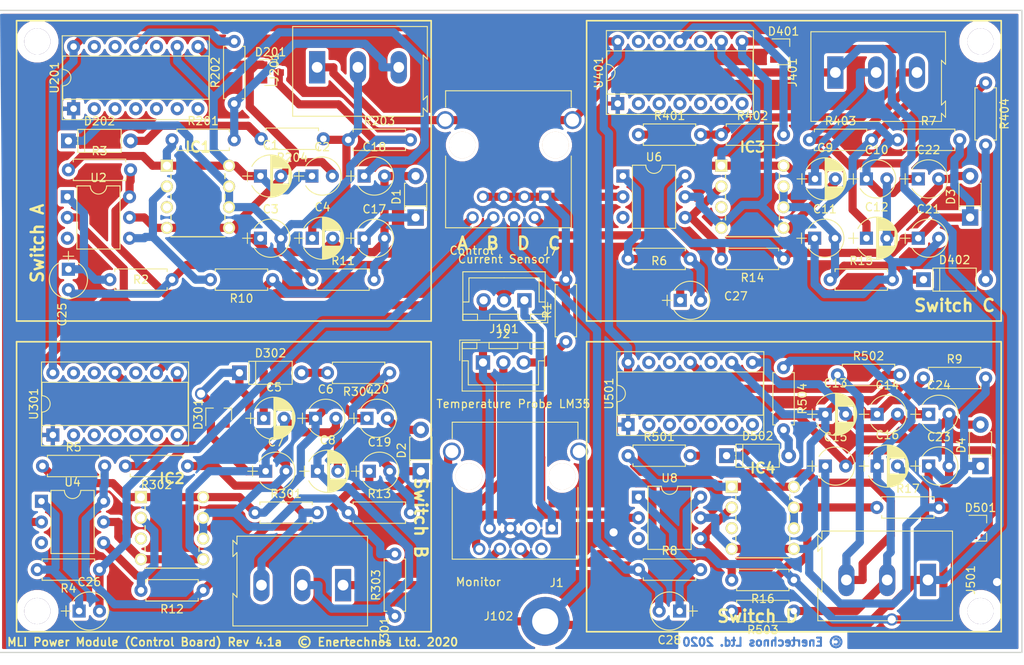
<source format=kicad_pcb>
(kicad_pcb (version 20171130) (host pcbnew "(5.1.6)-1")

  (general
    (thickness 1.6)
    (drawings 33)
    (tracks 746)
    (zones 0)
    (modules 98)
    (nets 67)
  )

  (page A4)
  (title_block
    (title "Power Module (Control Board)")
    (date 2017-12-14)
    (rev "Release 4")
    (company "Enertechnos Ltd.")
    (comment 1 "FOR REVIEW")
  )

  (layers
    (0 F.Cu signal)
    (31 B.Cu signal)
    (33 F.Adhes user hide)
    (35 F.Paste user hide)
    (37 F.SilkS user hide)
    (38 B.Mask user hide)
    (39 F.Mask user hide)
    (40 Dwgs.User user hide)
    (41 Cmts.User user hide)
    (42 Eco1.User user hide)
    (43 Eco2.User user hide)
    (44 Edge.Cuts user hide)
    (45 Margin user hide)
    (46 B.CrtYd user hide)
    (47 F.CrtYd user)
    (49 F.Fab user hide)
  )

  (setup
    (last_trace_width 1)
    (user_trace_width 0.5)
    (trace_clearance 0.4)
    (zone_clearance 0.35)
    (zone_45_only no)
    (trace_min 1)
    (via_size 1.5)
    (via_drill 1)
    (via_min_size 1.5)
    (via_min_drill 0.3)
    (uvia_size 1)
    (uvia_drill 0.5)
    (uvias_allowed no)
    (uvia_min_size 1)
    (uvia_min_drill 0.1)
    (edge_width 0.15)
    (segment_width 0.2)
    (pcb_text_width 0.3)
    (pcb_text_size 1.5 1.5)
    (mod_edge_width 0.15)
    (mod_text_size 1 1)
    (mod_text_width 0.15)
    (pad_size 0.6 0.6)
    (pad_drill 0.3)
    (pad_to_mask_clearance 0.2)
    (aux_axis_origin 49.53 113.03)
    (visible_elements 7FFFFF7F)
    (pcbplotparams
      (layerselection 0x010e0_ffffffff)
      (usegerberextensions false)
      (usegerberattributes false)
      (usegerberadvancedattributes false)
      (creategerberjobfile false)
      (excludeedgelayer true)
      (linewidth 0.100000)
      (plotframeref false)
      (viasonmask false)
      (mode 1)
      (useauxorigin false)
      (hpglpennumber 1)
      (hpglpenspeed 20)
      (hpglpendiameter 15.000000)
      (psnegative false)
      (psa4output false)
      (plotreference true)
      (plotvalue true)
      (plotinvisibletext false)
      (padsonsilk false)
      (subtractmaskfromsilk false)
      (outputformat 4)
      (mirror false)
      (drillshape 0)
      (scaleselection 1)
      (outputdirectory "Plot/"))
  )

  (net 0 "")
  (net 1 "Net-(IC1-Pad2)")
  (net 2 "Net-(IC2-Pad2)")
  (net 3 "Net-(IC3-Pad2)")
  (net 4 "Net-(IC4-Pad2)")
  (net 5 DC_IN)
  (net 6 DC_GND)
  (net 7 ARD_GND)
  (net 8 "Net-(C17-Pad1)")
  (net 9 "Net-(C19-Pad1)")
  (net 10 "Net-(C21-Pad1)")
  (net 11 "Net-(C23-Pad1)")
  (net 12 ARD_PWM_A)
  (net 13 ARD_PWM_B)
  (net 14 ARD_PWM_C)
  (net 15 ARD_PWM_D)
  (net 16 "Net-(C25-Pad1)")
  (net 17 "Net-(C26-Pad1)")
  (net 18 "Net-(C27-Pad1)")
  (net 19 "Net-(C28-Pad1)")
  (net 20 ARD_CUR)
  (net 21 ARD_VCC)
  (net 22 ARD_TEMP)
  (net 23 "Net-(J2-Pad3)")
  (net 24 /PsuSwitchModule.Switch.1/GND_ISO)
  (net 25 /PsuSwitchModule.Switch.1/DRV_SIG)
  (net 26 /PsuSwitchModule.Switch.2/GND_ISO)
  (net 27 /PsuSwitchModule.Switch.2/DRV_SIG)
  (net 28 /PsuSwitchModule.Switch.3/GND_ISO)
  (net 29 /PsuSwitchModule.Switch.3/DRV_SIG)
  (net 30 /PsuSwitchModule.Switch.4/GND_ISO)
  (net 31 /PsuSwitchModule.Switch.4/DRV_SIG)
  (net 32 Earth)
  (net 33 "Net-(IC1-Pad3)")
  (net 34 "Net-(IC2-Pad3)")
  (net 35 "Net-(IC3-Pad3)")
  (net 36 "Net-(IC4-Pad3)")
  (net 37 "Net-(J1-Pad2)")
  (net 38 "Net-(J1-Pad3)")
  (net 39 "Net-(U2-Pad3)")
  (net 40 "Net-(U4-Pad3)")
  (net 41 "Net-(U6-Pad3)")
  (net 42 "Net-(U8-Pad3)")
  (net 43 /PsuSwitchModule.Switch.1/+15V)
  (net 44 /PsuSwitchModule.Switch.2/+15V)
  (net 45 /PsuSwitchModule.Switch.3/+15V)
  (net 46 /PsuSwitchModule.Switch.4/+15V)
  (net 47 /PsuSwitchModule.Switch.1/-5V)
  (net 48 /PsuSwitchModule.Switch.2/-5V)
  (net 49 /PsuSwitchModule.Switch.3/-5V)
  (net 50 /PsuSwitchModule.Switch.4/-5V)
  (net 51 /PsuSwitchModule.Switch.1/-15V)
  (net 52 /PsuSwitchModule.Switch.2/-15V)
  (net 53 /PsuSwitchModule.Switch.3/-15V)
  (net 54 /PsuSwitchModule.Switch.4/-15V)
  (net 55 "Net-(C3-Pad2)")
  (net 56 "Net-(C7-Pad2)")
  (net 57 "Net-(C11-Pad2)")
  (net 58 "Net-(C15-Pad2)")
  (net 59 "Net-(D202-Pad2)")
  (net 60 "Net-(D302-Pad2)")
  (net 61 "Net-(D402-Pad2)")
  (net 62 "Net-(D502-Pad2)")
  (net 63 "Net-(D201-Pad2)")
  (net 64 "Net-(D301-Pad2)")
  (net 65 "Net-(D401-Pad2)")
  (net 66 "Net-(D501-Pad2)")

  (net_class Default "This is the default net class."
    (clearance 0.4)
    (trace_width 1)
    (via_dia 1.5)
    (via_drill 1)
    (uvia_dia 1)
    (uvia_drill 0.5)
    (diff_pair_width 1)
    (diff_pair_gap 0.25)
    (add_net /PsuSwitchModule.Switch.1/+15V)
    (add_net /PsuSwitchModule.Switch.1/-15V)
    (add_net /PsuSwitchModule.Switch.1/-5V)
    (add_net /PsuSwitchModule.Switch.1/DRV_SIG)
    (add_net /PsuSwitchModule.Switch.1/GND_ISO)
    (add_net /PsuSwitchModule.Switch.2/+15V)
    (add_net /PsuSwitchModule.Switch.2/-15V)
    (add_net /PsuSwitchModule.Switch.2/-5V)
    (add_net /PsuSwitchModule.Switch.2/DRV_SIG)
    (add_net /PsuSwitchModule.Switch.2/GND_ISO)
    (add_net /PsuSwitchModule.Switch.3/+15V)
    (add_net /PsuSwitchModule.Switch.3/-15V)
    (add_net /PsuSwitchModule.Switch.3/-5V)
    (add_net /PsuSwitchModule.Switch.3/DRV_SIG)
    (add_net /PsuSwitchModule.Switch.3/GND_ISO)
    (add_net /PsuSwitchModule.Switch.4/+15V)
    (add_net /PsuSwitchModule.Switch.4/-15V)
    (add_net /PsuSwitchModule.Switch.4/-5V)
    (add_net /PsuSwitchModule.Switch.4/DRV_SIG)
    (add_net /PsuSwitchModule.Switch.4/GND_ISO)
    (add_net ARD_CUR)
    (add_net ARD_GND)
    (add_net ARD_PWM_A)
    (add_net ARD_PWM_B)
    (add_net ARD_PWM_C)
    (add_net ARD_PWM_D)
    (add_net ARD_TEMP)
    (add_net ARD_VCC)
    (add_net DC_GND)
    (add_net DC_IN)
    (add_net Earth)
    (add_net "Net-(C11-Pad2)")
    (add_net "Net-(C15-Pad2)")
    (add_net "Net-(C17-Pad1)")
    (add_net "Net-(C19-Pad1)")
    (add_net "Net-(C21-Pad1)")
    (add_net "Net-(C23-Pad1)")
    (add_net "Net-(C25-Pad1)")
    (add_net "Net-(C26-Pad1)")
    (add_net "Net-(C27-Pad1)")
    (add_net "Net-(C28-Pad1)")
    (add_net "Net-(C3-Pad2)")
    (add_net "Net-(C7-Pad2)")
    (add_net "Net-(D201-Pad2)")
    (add_net "Net-(D202-Pad2)")
    (add_net "Net-(D301-Pad2)")
    (add_net "Net-(D302-Pad2)")
    (add_net "Net-(D401-Pad2)")
    (add_net "Net-(D402-Pad2)")
    (add_net "Net-(D501-Pad2)")
    (add_net "Net-(D502-Pad2)")
    (add_net "Net-(IC1-Pad2)")
    (add_net "Net-(IC1-Pad3)")
    (add_net "Net-(IC2-Pad2)")
    (add_net "Net-(IC2-Pad3)")
    (add_net "Net-(IC3-Pad2)")
    (add_net "Net-(IC3-Pad3)")
    (add_net "Net-(IC4-Pad2)")
    (add_net "Net-(IC4-Pad3)")
    (add_net "Net-(J1-Pad2)")
    (add_net "Net-(J1-Pad3)")
    (add_net "Net-(J2-Pad3)")
    (add_net "Net-(U2-Pad3)")
    (add_net "Net-(U4-Pad3)")
    (add_net "Net-(U6-Pad3)")
    (add_net "Net-(U8-Pad3)")
  )

  (module Capacitors_THT:CP_Radial_Tantal_D4.5mm_P2.50mm (layer F.Cu) (tedit 597C781B) (tstamp 59A6E777)
    (at 88.265 54.61)
    (descr "CP, Radial_Tantal series, Radial, pin pitch=2.50mm, , diameter=4.5mm, Tantal Electrolytic Capacitor, http://cdn-reichelt.de/documents/datenblatt/B300/TANTAL-TB-Serie%23.pdf")
    (tags "CP Radial_Tantal series Radial pin pitch 2.50mm  diameter 4.5mm Tantal Electrolytic Capacitor")
    (path /59498AA5/59A6D3E0)
    (fp_text reference C2 (at 1.25 -3.56) (layer F.SilkS)
      (effects (font (size 1 1) (thickness 0.15)))
    )
    (fp_text value 100nF (at 1.25 3.56) (layer F.Fab)
      (effects (font (size 1 1) (thickness 0.15)))
    )
    (fp_line (start 3.85 -2.6) (end -1.35 -2.6) (layer F.CrtYd) (width 0.05))
    (fp_line (start 3.85 2.6) (end 3.85 -2.6) (layer F.CrtYd) (width 0.05))
    (fp_line (start -1.35 2.6) (end 3.85 2.6) (layer F.CrtYd) (width 0.05))
    (fp_line (start -1.35 -2.6) (end -1.35 2.6) (layer F.CrtYd) (width 0.05))
    (fp_line (start -1.6 -0.65) (end -1.6 0.65) (layer F.SilkS) (width 0.12))
    (fp_line (start -2.2 0) (end -1 0) (layer F.SilkS) (width 0.12))
    (fp_line (start -1.6 -0.65) (end -1.6 0.65) (layer F.Fab) (width 0.1))
    (fp_line (start -2.2 0) (end -1 0) (layer F.Fab) (width 0.1))
    (fp_circle (center 1.25 0) (end 3.5 0) (layer F.Fab) (width 0.1))
    (fp_arc (start 1.25 0) (end -0.770693 -1.18) (angle 119.4) (layer F.SilkS) (width 0.12))
    (fp_arc (start 1.25 0) (end -0.770693 1.18) (angle -119.4) (layer F.SilkS) (width 0.12))
    (fp_arc (start 1.25 0) (end 3.270693 -1.18) (angle 60.6) (layer F.SilkS) (width 0.12))
    (fp_text user %R (at 1.25 0) (layer F.Fab)
      (effects (font (size 1 1) (thickness 0.15)))
    )
    (pad 1 thru_hole rect (at 0 0) (size 1.6 1.6) (drill 0.8) (layers *.Cu *.Mask)
      (net 43 /PsuSwitchModule.Switch.1/+15V))
    (pad 2 thru_hole circle (at 2.5 0) (size 1.6 1.6) (drill 0.8) (layers *.Cu *.Mask)
      (net 24 /PsuSwitchModule.Switch.1/GND_ISO))
    (model ${KISYS3DMOD}/Capacitors_THT.3dshapes/CP_Radial_Tantal_D4.5mm_P2.50mm.wrl
      (at (xyz 0 0 0))
      (scale (xyz 1 1 1))
      (rotate (xyz 0 0 0))
    )
  )

  (module Capacitors_THT:CP_Radial_Tantal_D4.5mm_P2.50mm (layer F.Cu) (tedit 597C781B) (tstamp 59EF66B2)
    (at 94.655 54.61)
    (descr "CP, Radial_Tantal series, Radial, pin pitch=2.50mm, , diameter=4.5mm, Tantal Electrolytic Capacitor, http://cdn-reichelt.de/documents/datenblatt/B300/TANTAL-TB-Serie%23.pdf")
    (tags "CP Radial_Tantal series Radial pin pitch 2.50mm  diameter 4.5mm Tantal Electrolytic Capacitor")
    (path /59498AA5/59EF1DD4)
    (fp_text reference C18 (at 1.25 -3.56) (layer F.SilkS)
      (effects (font (size 1 1) (thickness 0.15)))
    )
    (fp_text value 100nF (at 1.25 3.56) (layer F.Fab)
      (effects (font (size 1 1) (thickness 0.15)))
    )
    (fp_line (start 3.85 -2.6) (end -1.35 -2.6) (layer F.CrtYd) (width 0.05))
    (fp_line (start 3.85 2.6) (end 3.85 -2.6) (layer F.CrtYd) (width 0.05))
    (fp_line (start -1.35 2.6) (end 3.85 2.6) (layer F.CrtYd) (width 0.05))
    (fp_line (start -1.35 -2.6) (end -1.35 2.6) (layer F.CrtYd) (width 0.05))
    (fp_line (start -1.6 -0.65) (end -1.6 0.65) (layer F.SilkS) (width 0.12))
    (fp_line (start -2.2 0) (end -1 0) (layer F.SilkS) (width 0.12))
    (fp_line (start -1.6 -0.65) (end -1.6 0.65) (layer F.Fab) (width 0.1))
    (fp_line (start -2.2 0) (end -1 0) (layer F.Fab) (width 0.1))
    (fp_circle (center 1.25 0) (end 3.5 0) (layer F.Fab) (width 0.1))
    (fp_arc (start 1.25 0) (end -0.770693 -1.18) (angle 119.4) (layer F.SilkS) (width 0.12))
    (fp_arc (start 1.25 0) (end -0.770693 1.18) (angle -119.4) (layer F.SilkS) (width 0.12))
    (fp_arc (start 1.25 0) (end 3.270693 -1.18) (angle 60.6) (layer F.SilkS) (width 0.12))
    (fp_text user %R (at 1.25 0) (layer F.Fab)
      (effects (font (size 1 1) (thickness 0.15)))
    )
    (pad 1 thru_hole rect (at 0 0) (size 1.6 1.6) (drill 0.8) (layers *.Cu *.Mask)
      (net 43 /PsuSwitchModule.Switch.1/+15V))
    (pad 2 thru_hole circle (at 2.5 0) (size 1.6 1.6) (drill 0.8) (layers *.Cu *.Mask)
      (net 24 /PsuSwitchModule.Switch.1/GND_ISO))
    (model ${KISYS3DMOD}/Capacitors_THT.3dshapes/CP_Radial_Tantal_D4.5mm_P2.50mm.wrl
      (at (xyz 0 0 0))
      (scale (xyz 1 1 1))
      (rotate (xyz 0 0 0))
    )
  )

  (module Capacitors_THT:CP_Radial_D5.0mm_P2.50mm (layer F.Cu) (tedit 597BC7C2) (tstamp 59A6E764)
    (at 81.955 54.61)
    (descr "CP, Radial series, Radial, pin pitch=2.50mm, , diameter=5mm, Electrolytic Capacitor")
    (tags "CP Radial series Radial pin pitch 2.50mm  diameter 5mm Electrolytic Capacitor")
    (path /59498AA5/59A6D3D9)
    (fp_text reference C1 (at 1.25 -3.81) (layer F.SilkS)
      (effects (font (size 1 1) (thickness 0.15)))
    )
    (fp_text value 4.7uF (at 1.25 3.81) (layer F.Fab)
      (effects (font (size 1 1) (thickness 0.15)))
    )
    (fp_line (start 4.1 -2.85) (end -1.6 -2.85) (layer F.CrtYd) (width 0.05))
    (fp_line (start 4.1 2.85) (end 4.1 -2.85) (layer F.CrtYd) (width 0.05))
    (fp_line (start -1.6 2.85) (end 4.1 2.85) (layer F.CrtYd) (width 0.05))
    (fp_line (start -1.6 -2.85) (end -1.6 2.85) (layer F.CrtYd) (width 0.05))
    (fp_line (start -1.6 -0.65) (end -1.6 0.65) (layer F.SilkS) (width 0.12))
    (fp_line (start -2.2 0) (end -1 0) (layer F.SilkS) (width 0.12))
    (fp_line (start 3.811 -0.354) (end 3.811 0.354) (layer F.SilkS) (width 0.12))
    (fp_line (start 3.771 -0.559) (end 3.771 0.559) (layer F.SilkS) (width 0.12))
    (fp_line (start 3.731 -0.707) (end 3.731 0.707) (layer F.SilkS) (width 0.12))
    (fp_line (start 3.691 -0.829) (end 3.691 0.829) (layer F.SilkS) (width 0.12))
    (fp_line (start 3.651 -0.934) (end 3.651 0.934) (layer F.SilkS) (width 0.12))
    (fp_line (start 3.611 -1.028) (end 3.611 1.028) (layer F.SilkS) (width 0.12))
    (fp_line (start 3.571 -1.112) (end 3.571 1.112) (layer F.SilkS) (width 0.12))
    (fp_line (start 3.531 -1.189) (end 3.531 1.189) (layer F.SilkS) (width 0.12))
    (fp_line (start 3.491 -1.261) (end 3.491 1.261) (layer F.SilkS) (width 0.12))
    (fp_line (start 3.451 0.98) (end 3.451 1.327) (layer F.SilkS) (width 0.12))
    (fp_line (start 3.451 -1.327) (end 3.451 -0.98) (layer F.SilkS) (width 0.12))
    (fp_line (start 3.411 0.98) (end 3.411 1.39) (layer F.SilkS) (width 0.12))
    (fp_line (start 3.411 -1.39) (end 3.411 -0.98) (layer F.SilkS) (width 0.12))
    (fp_line (start 3.371 0.98) (end 3.371 1.448) (layer F.SilkS) (width 0.12))
    (fp_line (start 3.371 -1.448) (end 3.371 -0.98) (layer F.SilkS) (width 0.12))
    (fp_line (start 3.331 0.98) (end 3.331 1.504) (layer F.SilkS) (width 0.12))
    (fp_line (start 3.331 -1.504) (end 3.331 -0.98) (layer F.SilkS) (width 0.12))
    (fp_line (start 3.291 0.98) (end 3.291 1.556) (layer F.SilkS) (width 0.12))
    (fp_line (start 3.291 -1.556) (end 3.291 -0.98) (layer F.SilkS) (width 0.12))
    (fp_line (start 3.251 0.98) (end 3.251 1.606) (layer F.SilkS) (width 0.12))
    (fp_line (start 3.251 -1.606) (end 3.251 -0.98) (layer F.SilkS) (width 0.12))
    (fp_line (start 3.211 0.98) (end 3.211 1.654) (layer F.SilkS) (width 0.12))
    (fp_line (start 3.211 -1.654) (end 3.211 -0.98) (layer F.SilkS) (width 0.12))
    (fp_line (start 3.171 0.98) (end 3.171 1.699) (layer F.SilkS) (width 0.12))
    (fp_line (start 3.171 -1.699) (end 3.171 -0.98) (layer F.SilkS) (width 0.12))
    (fp_line (start 3.131 0.98) (end 3.131 1.742) (layer F.SilkS) (width 0.12))
    (fp_line (start 3.131 -1.742) (end 3.131 -0.98) (layer F.SilkS) (width 0.12))
    (fp_line (start 3.091 0.98) (end 3.091 1.783) (layer F.SilkS) (width 0.12))
    (fp_line (start 3.091 -1.783) (end 3.091 -0.98) (layer F.SilkS) (width 0.12))
    (fp_line (start 3.051 0.98) (end 3.051 1.823) (layer F.SilkS) (width 0.12))
    (fp_line (start 3.051 -1.823) (end 3.051 -0.98) (layer F.SilkS) (width 0.12))
    (fp_line (start 3.011 0.98) (end 3.011 1.861) (layer F.SilkS) (width 0.12))
    (fp_line (start 3.011 -1.861) (end 3.011 -0.98) (layer F.SilkS) (width 0.12))
    (fp_line (start 2.971 0.98) (end 2.971 1.897) (layer F.SilkS) (width 0.12))
    (fp_line (start 2.971 -1.897) (end 2.971 -0.98) (layer F.SilkS) (width 0.12))
    (fp_line (start 2.931 0.98) (end 2.931 1.932) (layer F.SilkS) (width 0.12))
    (fp_line (start 2.931 -1.932) (end 2.931 -0.98) (layer F.SilkS) (width 0.12))
    (fp_line (start 2.891 0.98) (end 2.891 1.965) (layer F.SilkS) (width 0.12))
    (fp_line (start 2.891 -1.965) (end 2.891 -0.98) (layer F.SilkS) (width 0.12))
    (fp_line (start 2.851 0.98) (end 2.851 1.997) (layer F.SilkS) (width 0.12))
    (fp_line (start 2.851 -1.997) (end 2.851 -0.98) (layer F.SilkS) (width 0.12))
    (fp_line (start 2.811 0.98) (end 2.811 2.028) (layer F.SilkS) (width 0.12))
    (fp_line (start 2.811 -2.028) (end 2.811 -0.98) (layer F.SilkS) (width 0.12))
    (fp_line (start 2.771 0.98) (end 2.771 2.058) (layer F.SilkS) (width 0.12))
    (fp_line (start 2.771 -2.058) (end 2.771 -0.98) (layer F.SilkS) (width 0.12))
    (fp_line (start 2.731 0.98) (end 2.731 2.086) (layer F.SilkS) (width 0.12))
    (fp_line (start 2.731 -2.086) (end 2.731 -0.98) (layer F.SilkS) (width 0.12))
    (fp_line (start 2.691 0.98) (end 2.691 2.113) (layer F.SilkS) (width 0.12))
    (fp_line (start 2.691 -2.113) (end 2.691 -0.98) (layer F.SilkS) (width 0.12))
    (fp_line (start 2.651 0.98) (end 2.651 2.14) (layer F.SilkS) (width 0.12))
    (fp_line (start 2.651 -2.14) (end 2.651 -0.98) (layer F.SilkS) (width 0.12))
    (fp_line (start 2.611 0.98) (end 2.611 2.165) (layer F.SilkS) (width 0.12))
    (fp_line (start 2.611 -2.165) (end 2.611 -0.98) (layer F.SilkS) (width 0.12))
    (fp_line (start 2.571 0.98) (end 2.571 2.189) (layer F.SilkS) (width 0.12))
    (fp_line (start 2.571 -2.189) (end 2.571 -0.98) (layer F.SilkS) (width 0.12))
    (fp_line (start 2.531 0.98) (end 2.531 2.212) (layer F.SilkS) (width 0.12))
    (fp_line (start 2.531 -2.212) (end 2.531 -0.98) (layer F.SilkS) (width 0.12))
    (fp_line (start 2.491 0.98) (end 2.491 2.234) (layer F.SilkS) (width 0.12))
    (fp_line (start 2.491 -2.234) (end 2.491 -0.98) (layer F.SilkS) (width 0.12))
    (fp_line (start 2.451 0.98) (end 2.451 2.256) (layer F.SilkS) (width 0.12))
    (fp_line (start 2.451 -2.256) (end 2.451 -0.98) (layer F.SilkS) (width 0.12))
    (fp_line (start 2.411 0.98) (end 2.411 2.276) (layer F.SilkS) (width 0.12))
    (fp_line (start 2.411 -2.276) (end 2.411 -0.98) (layer F.SilkS) (width 0.12))
    (fp_line (start 2.371 0.98) (end 2.371 2.296) (layer F.SilkS) (width 0.12))
    (fp_line (start 2.371 -2.296) (end 2.371 -0.98) (layer F.SilkS) (width 0.12))
    (fp_line (start 2.331 0.98) (end 2.331 2.315) (layer F.SilkS) (width 0.12))
    (fp_line (start 2.331 -2.315) (end 2.331 -0.98) (layer F.SilkS) (width 0.12))
    (fp_line (start 2.291 0.98) (end 2.291 2.333) (layer F.SilkS) (width 0.12))
    (fp_line (start 2.291 -2.333) (end 2.291 -0.98) (layer F.SilkS) (width 0.12))
    (fp_line (start 2.251 0.98) (end 2.251 2.35) (layer F.SilkS) (width 0.12))
    (fp_line (start 2.251 -2.35) (end 2.251 -0.98) (layer F.SilkS) (width 0.12))
    (fp_line (start 2.211 0.98) (end 2.211 2.366) (layer F.SilkS) (width 0.12))
    (fp_line (start 2.211 -2.366) (end 2.211 -0.98) (layer F.SilkS) (width 0.12))
    (fp_line (start 2.171 0.98) (end 2.171 2.382) (layer F.SilkS) (width 0.12))
    (fp_line (start 2.171 -2.382) (end 2.171 -0.98) (layer F.SilkS) (width 0.12))
    (fp_line (start 2.131 0.98) (end 2.131 2.396) (layer F.SilkS) (width 0.12))
    (fp_line (start 2.131 -2.396) (end 2.131 -0.98) (layer F.SilkS) (width 0.12))
    (fp_line (start 2.091 0.98) (end 2.091 2.41) (layer F.SilkS) (width 0.12))
    (fp_line (start 2.091 -2.41) (end 2.091 -0.98) (layer F.SilkS) (width 0.12))
    (fp_line (start 2.051 0.98) (end 2.051 2.424) (layer F.SilkS) (width 0.12))
    (fp_line (start 2.051 -2.424) (end 2.051 -0.98) (layer F.SilkS) (width 0.12))
    (fp_line (start 2.011 0.98) (end 2.011 2.436) (layer F.SilkS) (width 0.12))
    (fp_line (start 2.011 -2.436) (end 2.011 -0.98) (layer F.SilkS) (width 0.12))
    (fp_line (start 1.971 0.98) (end 1.971 2.448) (layer F.SilkS) (width 0.12))
    (fp_line (start 1.971 -2.448) (end 1.971 -0.98) (layer F.SilkS) (width 0.12))
    (fp_line (start 1.93 0.98) (end 1.93 2.46) (layer F.SilkS) (width 0.12))
    (fp_line (start 1.93 -2.46) (end 1.93 -0.98) (layer F.SilkS) (width 0.12))
    (fp_line (start 1.89 0.98) (end 1.89 2.47) (layer F.SilkS) (width 0.12))
    (fp_line (start 1.89 -2.47) (end 1.89 -0.98) (layer F.SilkS) (width 0.12))
    (fp_line (start 1.85 0.98) (end 1.85 2.48) (layer F.SilkS) (width 0.12))
    (fp_line (start 1.85 -2.48) (end 1.85 -0.98) (layer F.SilkS) (width 0.12))
    (fp_line (start 1.81 0.98) (end 1.81 2.489) (layer F.SilkS) (width 0.12))
    (fp_line (start 1.81 -2.489) (end 1.81 -0.98) (layer F.SilkS) (width 0.12))
    (fp_line (start 1.77 0.98) (end 1.77 2.498) (layer F.SilkS) (width 0.12))
    (fp_line (start 1.77 -2.498) (end 1.77 -0.98) (layer F.SilkS) (width 0.12))
    (fp_line (start 1.73 0.98) (end 1.73 2.506) (layer F.SilkS) (width 0.12))
    (fp_line (start 1.73 -2.506) (end 1.73 -0.98) (layer F.SilkS) (width 0.12))
    (fp_line (start 1.69 0.98) (end 1.69 2.513) (layer F.SilkS) (width 0.12))
    (fp_line (start 1.69 -2.513) (end 1.69 -0.98) (layer F.SilkS) (width 0.12))
    (fp_line (start 1.65 0.98) (end 1.65 2.519) (layer F.SilkS) (width 0.12))
    (fp_line (start 1.65 -2.519) (end 1.65 -0.98) (layer F.SilkS) (width 0.12))
    (fp_line (start 1.61 0.98) (end 1.61 2.525) (layer F.SilkS) (width 0.12))
    (fp_line (start 1.61 -2.525) (end 1.61 -0.98) (layer F.SilkS) (width 0.12))
    (fp_line (start 1.57 0.98) (end 1.57 2.531) (layer F.SilkS) (width 0.12))
    (fp_line (start 1.57 -2.531) (end 1.57 -0.98) (layer F.SilkS) (width 0.12))
    (fp_line (start 1.53 0.98) (end 1.53 2.535) (layer F.SilkS) (width 0.12))
    (fp_line (start 1.53 -2.535) (end 1.53 -0.98) (layer F.SilkS) (width 0.12))
    (fp_line (start 1.49 -2.539) (end 1.49 2.539) (layer F.SilkS) (width 0.12))
    (fp_line (start 1.45 -2.543) (end 1.45 2.543) (layer F.SilkS) (width 0.12))
    (fp_line (start 1.41 -2.546) (end 1.41 2.546) (layer F.SilkS) (width 0.12))
    (fp_line (start 1.37 -2.548) (end 1.37 2.548) (layer F.SilkS) (width 0.12))
    (fp_line (start 1.33 -2.549) (end 1.33 2.549) (layer F.SilkS) (width 0.12))
    (fp_line (start 1.29 -2.55) (end 1.29 2.55) (layer F.SilkS) (width 0.12))
    (fp_line (start 1.25 -2.55) (end 1.25 2.55) (layer F.SilkS) (width 0.12))
    (fp_line (start -1.6 -0.65) (end -1.6 0.65) (layer F.Fab) (width 0.1))
    (fp_line (start -2.2 0) (end -1 0) (layer F.Fab) (width 0.1))
    (fp_circle (center 1.25 0) (end 3.75 0) (layer F.Fab) (width 0.1))
    (fp_arc (start 1.25 0) (end -1.05558 -1.18) (angle 125.8) (layer F.SilkS) (width 0.12))
    (fp_arc (start 1.25 0) (end -1.05558 1.18) (angle -125.8) (layer F.SilkS) (width 0.12))
    (fp_arc (start 1.25 0) (end 3.55558 -1.18) (angle 54.2) (layer F.SilkS) (width 0.12))
    (fp_text user %R (at 1.25 0) (layer F.Fab)
      (effects (font (size 1 1) (thickness 0.15)))
    )
    (pad 1 thru_hole rect (at 0 0) (size 1.6 1.6) (drill 0.8) (layers *.Cu *.Mask)
      (net 43 /PsuSwitchModule.Switch.1/+15V))
    (pad 2 thru_hole circle (at 2.5 0) (size 1.6 1.6) (drill 0.8) (layers *.Cu *.Mask)
      (net 24 /PsuSwitchModule.Switch.1/GND_ISO))
    (model ${KISYS3DMOD}/Capacitors_THT.3dshapes/CP_Radial_D5.0mm_P2.50mm.wrl
      (at (xyz 0 0 0))
      (scale (xyz 1 1 1))
      (rotate (xyz 0 0 0))
    )
  )

  (module Resistors_THT:R_Axial_DIN0207_L6.3mm_D2.5mm_P7.62mm_Horizontal (layer F.Cu) (tedit 5874F706) (tstamp 5E39982B)
    (at 71.12 50.165)
    (descr "Resistor, Axial_DIN0207 series, Axial, Horizontal, pin pitch=7.62mm, 0.25W = 1/4W, length*diameter=6.3*2.5mm^2, http://cdn-reichelt.de/documents/datenblatt/B400/1_4W%23YAG.pdf")
    (tags "Resistor Axial_DIN0207 series Axial Horizontal pin pitch 7.62mm 0.25W = 1/4W length 6.3mm diameter 2.5mm")
    (path /59498AA5/5E3A1E35)
    (fp_text reference R201 (at 3.81 -2.31) (layer F.SilkS)
      (effects (font (size 1 1) (thickness 0.15)))
    )
    (fp_text value R (at 3.81 2.31) (layer F.Fab)
      (effects (font (size 1 1) (thickness 0.15)))
    )
    (fp_line (start 8.7 -1.6) (end -1.05 -1.6) (layer F.CrtYd) (width 0.05))
    (fp_line (start 8.7 1.6) (end 8.7 -1.6) (layer F.CrtYd) (width 0.05))
    (fp_line (start -1.05 1.6) (end 8.7 1.6) (layer F.CrtYd) (width 0.05))
    (fp_line (start -1.05 -1.6) (end -1.05 1.6) (layer F.CrtYd) (width 0.05))
    (fp_line (start 7.02 1.31) (end 7.02 0.98) (layer F.SilkS) (width 0.12))
    (fp_line (start 0.6 1.31) (end 7.02 1.31) (layer F.SilkS) (width 0.12))
    (fp_line (start 0.6 0.98) (end 0.6 1.31) (layer F.SilkS) (width 0.12))
    (fp_line (start 7.02 -1.31) (end 7.02 -0.98) (layer F.SilkS) (width 0.12))
    (fp_line (start 0.6 -1.31) (end 7.02 -1.31) (layer F.SilkS) (width 0.12))
    (fp_line (start 0.6 -0.98) (end 0.6 -1.31) (layer F.SilkS) (width 0.12))
    (fp_line (start 7.62 0) (end 6.96 0) (layer F.Fab) (width 0.1))
    (fp_line (start 0 0) (end 0.66 0) (layer F.Fab) (width 0.1))
    (fp_line (start 6.96 -1.25) (end 0.66 -1.25) (layer F.Fab) (width 0.1))
    (fp_line (start 6.96 1.25) (end 6.96 -1.25) (layer F.Fab) (width 0.1))
    (fp_line (start 0.66 1.25) (end 6.96 1.25) (layer F.Fab) (width 0.1))
    (fp_line (start 0.66 -1.25) (end 0.66 1.25) (layer F.Fab) (width 0.1))
    (pad 1 thru_hole circle (at 0 0) (size 1.6 1.6) (drill 0.8) (layers *.Cu *.Mask)
      (net 43 /PsuSwitchModule.Switch.1/+15V))
    (pad 2 thru_hole oval (at 7.62 0) (size 1.6 1.6) (drill 0.8) (layers *.Cu *.Mask)
      (net 47 /PsuSwitchModule.Switch.1/-5V))
    (model ${KISYS3DMOD}/Resistors_THT.3dshapes/R_Axial_DIN0207_L6.3mm_D2.5mm_P7.62mm_Horizontal.wrl
      (at (xyz 0 0 0))
      (scale (xyz 0.393701 0.393701 0.393701))
      (rotate (xyz 0 0 0))
    )
  )

  (module Resistors_THT:R_Axial_DIN0207_L6.3mm_D2.5mm_P7.62mm_Horizontal (layer F.Cu) (tedit 5874F706) (tstamp 59F0538A)
    (at 58.42 53.848)
    (descr "Resistor, Axial_DIN0207 series, Axial, Horizontal, pin pitch=7.62mm, 0.25W = 1/4W, length*diameter=6.3*2.5mm^2, http://cdn-reichelt.de/documents/datenblatt/B400/1_4W%23YAG.pdf")
    (tags "Resistor Axial_DIN0207 series Axial Horizontal pin pitch 7.62mm 0.25W = 1/4W length 6.3mm diameter 2.5mm")
    (path /59498AA5/59A6DAAD)
    (fp_text reference R3 (at 3.81 -2.31) (layer F.SilkS)
      (effects (font (size 1 1) (thickness 0.15)))
    )
    (fp_text value 3K (at 3.81 2.31) (layer F.Fab)
      (effects (font (size 1 1) (thickness 0.15)))
    )
    (fp_line (start 8.7 -1.6) (end -1.05 -1.6) (layer F.CrtYd) (width 0.05))
    (fp_line (start 8.7 1.6) (end 8.7 -1.6) (layer F.CrtYd) (width 0.05))
    (fp_line (start -1.05 1.6) (end 8.7 1.6) (layer F.CrtYd) (width 0.05))
    (fp_line (start -1.05 -1.6) (end -1.05 1.6) (layer F.CrtYd) (width 0.05))
    (fp_line (start 7.02 1.31) (end 7.02 0.98) (layer F.SilkS) (width 0.12))
    (fp_line (start 0.6 1.31) (end 7.02 1.31) (layer F.SilkS) (width 0.12))
    (fp_line (start 0.6 0.98) (end 0.6 1.31) (layer F.SilkS) (width 0.12))
    (fp_line (start 7.02 -1.31) (end 7.02 -0.98) (layer F.SilkS) (width 0.12))
    (fp_line (start 0.6 -1.31) (end 7.02 -1.31) (layer F.SilkS) (width 0.12))
    (fp_line (start 0.6 -0.98) (end 0.6 -1.31) (layer F.SilkS) (width 0.12))
    (fp_line (start 7.62 0) (end 6.96 0) (layer F.Fab) (width 0.1))
    (fp_line (start 0 0) (end 0.66 0) (layer F.Fab) (width 0.1))
    (fp_line (start 6.96 -1.25) (end 0.66 -1.25) (layer F.Fab) (width 0.1))
    (fp_line (start 6.96 1.25) (end 6.96 -1.25) (layer F.Fab) (width 0.1))
    (fp_line (start 0.66 1.25) (end 6.96 1.25) (layer F.Fab) (width 0.1))
    (fp_line (start 0.66 -1.25) (end 0.66 1.25) (layer F.Fab) (width 0.1))
    (pad 1 thru_hole circle (at 0 0) (size 1.6 1.6) (drill 0.8) (layers *.Cu *.Mask)
      (net 43 /PsuSwitchModule.Switch.1/+15V))
    (pad 2 thru_hole oval (at 7.62 0) (size 1.6 1.6) (drill 0.8) (layers *.Cu *.Mask)
      (net 8 "Net-(C17-Pad1)"))
    (model ${KISYS3DMOD}/Resistors_THT.3dshapes/R_Axial_DIN0207_L6.3mm_D2.5mm_P7.62mm_Horizontal.wrl
      (at (xyz 0 0 0))
      (scale (xyz 0.3937 0.3937 0.3937))
      (rotate (xyz 0 0 0))
    )
  )

  (module Diodes_THT:D_A-405_P7.62mm_Horizontal (layer F.Cu) (tedit 5921392E) (tstamp 5E4DA212)
    (at 58.42 50.292)
    (descr "D, A-405 series, Axial, Horizontal, pin pitch=7.62mm, , length*diameter=5.2*2.7mm^2, , http://www.diodes.com/_files/packages/A-405.pdf")
    (tags "D A-405 series Axial Horizontal pin pitch 7.62mm  length 5.2mm diameter 2.7mm")
    (path /59498AA5/5E511242)
    (fp_text reference D202 (at 3.81 -2.41) (layer F.SilkS)
      (effects (font (size 1 1) (thickness 0.15)))
    )
    (fp_text value DIODE (at 3.81 2.41) (layer F.Fab)
      (effects (font (size 1 1) (thickness 0.15)))
    )
    (fp_line (start 8.8 -1.7) (end -1.15 -1.7) (layer F.CrtYd) (width 0.05))
    (fp_line (start 8.8 1.7) (end 8.8 -1.7) (layer F.CrtYd) (width 0.05))
    (fp_line (start -1.15 1.7) (end 8.8 1.7) (layer F.CrtYd) (width 0.05))
    (fp_line (start -1.15 -1.7) (end -1.15 1.7) (layer F.CrtYd) (width 0.05))
    (fp_line (start 1.99 -1.41) (end 1.99 1.41) (layer F.SilkS) (width 0.12))
    (fp_line (start 6.54 0) (end 6.47 0) (layer F.SilkS) (width 0.12))
    (fp_line (start 1.08 0) (end 1.15 0) (layer F.SilkS) (width 0.12))
    (fp_line (start 6.47 -1.41) (end 1.15 -1.41) (layer F.SilkS) (width 0.12))
    (fp_line (start 6.47 1.41) (end 6.47 -1.41) (layer F.SilkS) (width 0.12))
    (fp_line (start 1.15 1.41) (end 6.47 1.41) (layer F.SilkS) (width 0.12))
    (fp_line (start 1.15 -1.41) (end 1.15 1.41) (layer F.SilkS) (width 0.12))
    (fp_line (start 1.99 -1.35) (end 1.99 1.35) (layer F.Fab) (width 0.1))
    (fp_line (start 7.62 0) (end 6.41 0) (layer F.Fab) (width 0.1))
    (fp_line (start 0 0) (end 1.21 0) (layer F.Fab) (width 0.1))
    (fp_line (start 6.41 -1.35) (end 1.21 -1.35) (layer F.Fab) (width 0.1))
    (fp_line (start 6.41 1.35) (end 6.41 -1.35) (layer F.Fab) (width 0.1))
    (fp_line (start 1.21 1.35) (end 6.41 1.35) (layer F.Fab) (width 0.1))
    (fp_line (start 1.21 -1.35) (end 1.21 1.35) (layer F.Fab) (width 0.1))
    (fp_text user %R (at 4.445 0) (layer F.Fab)
      (effects (font (size 1 1) (thickness 0.15)))
    )
    (pad 1 thru_hole rect (at 0 0) (size 1.8 1.8) (drill 0.9) (layers *.Cu *.Mask)
      (net 55 "Net-(C3-Pad2)"))
    (pad 2 thru_hole oval (at 7.62 0) (size 1.8 1.8) (drill 0.9) (layers *.Cu *.Mask)
      (net 59 "Net-(D202-Pad2)"))
    (model ${KISYS3DMOD}/Diodes_THT.3dshapes/D_A-405_P7.62mm_Horizontal.wrl
      (at (xyz 0 0 0))
      (scale (xyz 0.393701 0.393701 0.393701))
      (rotate (xyz 0 0 0))
    )
  )

  (module Resistors_THT:R_Axial_DIN0207_L6.3mm_D2.5mm_P7.62mm_Horizontal (layer F.Cu) (tedit 5874F706) (tstamp 5E4DA99E)
    (at 89.662 50.038 180)
    (descr "Resistor, Axial_DIN0207 series, Axial, Horizontal, pin pitch=7.62mm, 0.25W = 1/4W, length*diameter=6.3*2.5mm^2, http://cdn-reichelt.de/documents/datenblatt/B400/1_4W%23YAG.pdf")
    (tags "Resistor Axial_DIN0207 series Axial Horizontal pin pitch 7.62mm 0.25W = 1/4W length 6.3mm diameter 2.5mm")
    (path /59498AA5/5E5123AC)
    (fp_text reference R204 (at 3.81 -2.31) (layer F.SilkS)
      (effects (font (size 1 1) (thickness 0.15)))
    )
    (fp_text value R (at 3.81 2.31) (layer F.Fab)
      (effects (font (size 1 1) (thickness 0.15)))
    )
    (fp_line (start 8.7 -1.6) (end -1.05 -1.6) (layer F.CrtYd) (width 0.05))
    (fp_line (start 8.7 1.6) (end 8.7 -1.6) (layer F.CrtYd) (width 0.05))
    (fp_line (start -1.05 1.6) (end 8.7 1.6) (layer F.CrtYd) (width 0.05))
    (fp_line (start -1.05 -1.6) (end -1.05 1.6) (layer F.CrtYd) (width 0.05))
    (fp_line (start 7.02 1.31) (end 7.02 0.98) (layer F.SilkS) (width 0.12))
    (fp_line (start 0.6 1.31) (end 7.02 1.31) (layer F.SilkS) (width 0.12))
    (fp_line (start 0.6 0.98) (end 0.6 1.31) (layer F.SilkS) (width 0.12))
    (fp_line (start 7.02 -1.31) (end 7.02 -0.98) (layer F.SilkS) (width 0.12))
    (fp_line (start 0.6 -1.31) (end 7.02 -1.31) (layer F.SilkS) (width 0.12))
    (fp_line (start 0.6 -0.98) (end 0.6 -1.31) (layer F.SilkS) (width 0.12))
    (fp_line (start 7.62 0) (end 6.96 0) (layer F.Fab) (width 0.1))
    (fp_line (start 0 0) (end 0.66 0) (layer F.Fab) (width 0.1))
    (fp_line (start 6.96 -1.25) (end 0.66 -1.25) (layer F.Fab) (width 0.1))
    (fp_line (start 6.96 1.25) (end 6.96 -1.25) (layer F.Fab) (width 0.1))
    (fp_line (start 0.66 1.25) (end 6.96 1.25) (layer F.Fab) (width 0.1))
    (fp_line (start 0.66 -1.25) (end 0.66 1.25) (layer F.Fab) (width 0.1))
    (pad 1 thru_hole circle (at 0 0 180) (size 1.6 1.6) (drill 0.8) (layers *.Cu *.Mask)
      (net 25 /PsuSwitchModule.Switch.1/DRV_SIG))
    (pad 2 thru_hole oval (at 7.62 0 180) (size 1.6 1.6) (drill 0.8) (layers *.Cu *.Mask)
      (net 59 "Net-(D202-Pad2)"))
    (model ${KISYS3DMOD}/Resistors_THT.3dshapes/R_Axial_DIN0207_L6.3mm_D2.5mm_P7.62mm_Horizontal.wrl
      (at (xyz 0 0 0))
      (scale (xyz 0.393701 0.393701 0.393701))
      (rotate (xyz 0 0 0))
    )
  )

  (module Resistors_THT:R_Axial_DIN0207_L6.3mm_D2.5mm_P7.62mm_Horizontal (layer F.Cu) (tedit 5874F706) (tstamp 5E399841)
    (at 78.74 45.72 90)
    (descr "Resistor, Axial_DIN0207 series, Axial, Horizontal, pin pitch=7.62mm, 0.25W = 1/4W, length*diameter=6.3*2.5mm^2, http://cdn-reichelt.de/documents/datenblatt/B400/1_4W%23YAG.pdf")
    (tags "Resistor Axial_DIN0207 series Axial Horizontal pin pitch 7.62mm 0.25W = 1/4W length 6.3mm diameter 2.5mm")
    (path /59498AA5/5E3A5524)
    (fp_text reference R202 (at 3.81 -2.31 90) (layer F.SilkS)
      (effects (font (size 1 1) (thickness 0.15)))
    )
    (fp_text value R (at 3.81 2.31 90) (layer F.Fab)
      (effects (font (size 1 1) (thickness 0.15)))
    )
    (fp_line (start 0.66 -1.25) (end 0.66 1.25) (layer F.Fab) (width 0.1))
    (fp_line (start 0.66 1.25) (end 6.96 1.25) (layer F.Fab) (width 0.1))
    (fp_line (start 6.96 1.25) (end 6.96 -1.25) (layer F.Fab) (width 0.1))
    (fp_line (start 6.96 -1.25) (end 0.66 -1.25) (layer F.Fab) (width 0.1))
    (fp_line (start 0 0) (end 0.66 0) (layer F.Fab) (width 0.1))
    (fp_line (start 7.62 0) (end 6.96 0) (layer F.Fab) (width 0.1))
    (fp_line (start 0.6 -0.98) (end 0.6 -1.31) (layer F.SilkS) (width 0.12))
    (fp_line (start 0.6 -1.31) (end 7.02 -1.31) (layer F.SilkS) (width 0.12))
    (fp_line (start 7.02 -1.31) (end 7.02 -0.98) (layer F.SilkS) (width 0.12))
    (fp_line (start 0.6 0.98) (end 0.6 1.31) (layer F.SilkS) (width 0.12))
    (fp_line (start 0.6 1.31) (end 7.02 1.31) (layer F.SilkS) (width 0.12))
    (fp_line (start 7.02 1.31) (end 7.02 0.98) (layer F.SilkS) (width 0.12))
    (fp_line (start -1.05 -1.6) (end -1.05 1.6) (layer F.CrtYd) (width 0.05))
    (fp_line (start -1.05 1.6) (end 8.7 1.6) (layer F.CrtYd) (width 0.05))
    (fp_line (start 8.7 1.6) (end 8.7 -1.6) (layer F.CrtYd) (width 0.05))
    (fp_line (start 8.7 -1.6) (end -1.05 -1.6) (layer F.CrtYd) (width 0.05))
    (pad 2 thru_hole oval (at 7.62 0 90) (size 1.6 1.6) (drill 0.8) (layers *.Cu *.Mask)
      (net 51 /PsuSwitchModule.Switch.1/-15V))
    (pad 1 thru_hole circle (at 0 0 90) (size 1.6 1.6) (drill 0.8) (layers *.Cu *.Mask)
      (net 47 /PsuSwitchModule.Switch.1/-5V))
    (model ${KISYS3DMOD}/Resistors_THT.3dshapes/R_Axial_DIN0207_L6.3mm_D2.5mm_P7.62mm_Horizontal.wrl
      (at (xyz 0 0 0))
      (scale (xyz 0.393701 0.393701 0.393701))
      (rotate (xyz 0 0 0))
    )
  )

  (module Housings_DIP:DIP-14_W7.62mm_Socket (layer F.Cu) (tedit 59C78D6B) (tstamp 5E3998EF)
    (at 59.055 46.355 90)
    (descr "14-lead though-hole mounted DIP package, row spacing 7.62 mm (300 mils), Socket")
    (tags "THT DIP DIL PDIP 2.54mm 7.62mm 300mil Socket")
    (path /59498AA5/5E39E16E)
    (fp_text reference U201 (at 3.81 -2.33 90) (layer F.SilkS)
      (effects (font (size 1 1) (thickness 0.15)))
    )
    (fp_text value NMA1215DC (at 3.81 17.57 90) (layer F.Fab)
      (effects (font (size 1 1) (thickness 0.15)))
    )
    (fp_line (start 9.15 -1.6) (end -1.55 -1.6) (layer F.CrtYd) (width 0.05))
    (fp_line (start 9.15 16.85) (end 9.15 -1.6) (layer F.CrtYd) (width 0.05))
    (fp_line (start -1.55 16.85) (end 9.15 16.85) (layer F.CrtYd) (width 0.05))
    (fp_line (start -1.55 -1.6) (end -1.55 16.85) (layer F.CrtYd) (width 0.05))
    (fp_line (start 8.95 -1.39) (end -1.33 -1.39) (layer F.SilkS) (width 0.12))
    (fp_line (start 8.95 16.63) (end 8.95 -1.39) (layer F.SilkS) (width 0.12))
    (fp_line (start -1.33 16.63) (end 8.95 16.63) (layer F.SilkS) (width 0.12))
    (fp_line (start -1.33 -1.39) (end -1.33 16.63) (layer F.SilkS) (width 0.12))
    (fp_line (start 6.46 -1.33) (end 4.81 -1.33) (layer F.SilkS) (width 0.12))
    (fp_line (start 6.46 16.57) (end 6.46 -1.33) (layer F.SilkS) (width 0.12))
    (fp_line (start 1.16 16.57) (end 6.46 16.57) (layer F.SilkS) (width 0.12))
    (fp_line (start 1.16 -1.33) (end 1.16 16.57) (layer F.SilkS) (width 0.12))
    (fp_line (start 2.81 -1.33) (end 1.16 -1.33) (layer F.SilkS) (width 0.12))
    (fp_line (start 8.89 -1.33) (end -1.27 -1.33) (layer F.Fab) (width 0.1))
    (fp_line (start 8.89 16.57) (end 8.89 -1.33) (layer F.Fab) (width 0.1))
    (fp_line (start -1.27 16.57) (end 8.89 16.57) (layer F.Fab) (width 0.1))
    (fp_line (start -1.27 -1.33) (end -1.27 16.57) (layer F.Fab) (width 0.1))
    (fp_line (start 0.635 -0.27) (end 1.635 -1.27) (layer F.Fab) (width 0.1))
    (fp_line (start 0.635 16.51) (end 0.635 -0.27) (layer F.Fab) (width 0.1))
    (fp_line (start 6.985 16.51) (end 0.635 16.51) (layer F.Fab) (width 0.1))
    (fp_line (start 6.985 -1.27) (end 6.985 16.51) (layer F.Fab) (width 0.1))
    (fp_line (start 1.635 -1.27) (end 6.985 -1.27) (layer F.Fab) (width 0.1))
    (fp_arc (start 3.81 -1.33) (end 2.81 -1.33) (angle -180) (layer F.SilkS) (width 0.12))
    (fp_text user %R (at 3.81 7.62 90) (layer F.Fab)
      (effects (font (size 1 1) (thickness 0.15)))
    )
    (pad 1 thru_hole rect (at 0 0 90) (size 1.6 1.6) (drill 0.8) (layers *.Cu *.Mask)
      (net 6 DC_GND))
    (pad 8 thru_hole oval (at 7.62 15.24 90) (size 1.6 1.6) (drill 0.8) (layers *.Cu *.Mask)
      (net 24 /PsuSwitchModule.Switch.1/GND_ISO))
    (pad 2 thru_hole oval (at 0 2.54 90) (size 1.6 1.6) (drill 0.8) (layers *.Cu *.Mask))
    (pad 9 thru_hole oval (at 7.62 12.7 90) (size 1.6 1.6) (drill 0.8) (layers *.Cu *.Mask)
      (net 43 /PsuSwitchModule.Switch.1/+15V))
    (pad 3 thru_hole oval (at 0 5.08 90) (size 1.6 1.6) (drill 0.8) (layers *.Cu *.Mask))
    (pad 10 thru_hole oval (at 7.62 10.16 90) (size 1.6 1.6) (drill 0.8) (layers *.Cu *.Mask))
    (pad 4 thru_hole oval (at 0 7.62 90) (size 1.6 1.6) (drill 0.8) (layers *.Cu *.Mask))
    (pad 11 thru_hole oval (at 7.62 7.62 90) (size 1.6 1.6) (drill 0.8) (layers *.Cu *.Mask)
      (net 51 /PsuSwitchModule.Switch.1/-15V))
    (pad 5 thru_hole oval (at 0 10.16 90) (size 1.6 1.6) (drill 0.8) (layers *.Cu *.Mask))
    (pad 12 thru_hole oval (at 7.62 5.08 90) (size 1.6 1.6) (drill 0.8) (layers *.Cu *.Mask))
    (pad 6 thru_hole oval (at 0 12.7 90) (size 1.6 1.6) (drill 0.8) (layers *.Cu *.Mask))
    (pad 13 thru_hole oval (at 7.62 2.54 90) (size 1.6 1.6) (drill 0.8) (layers *.Cu *.Mask))
    (pad 7 thru_hole oval (at 0 15.24 90) (size 1.6 1.6) (drill 0.8) (layers *.Cu *.Mask))
    (pad 14 thru_hole oval (at 7.62 0 90) (size 1.6 1.6) (drill 0.8) (layers *.Cu *.Mask)
      (net 5 DC_IN))
    (model ${KISYS3DMOD}/Housings_DIP.3dshapes/DIP-14_W7.62mm_Socket.wrl
      (at (xyz 0 0 0))
      (scale (xyz 1 1 1))
      (rotate (xyz 0 0 0))
    )
  )

  (module OAE_Parts:SOT-23_HandSoldering (layer F.Cu) (tedit 5E3A9CBC) (tstamp 5E3997D6)
    (at 83.185 41.91)
    (descr "SOT-23, Standard")
    (tags SOT-23)
    (path /59498AA5/5E39B85D)
    (attr smd)
    (fp_text reference D201 (at 0 -2.5) (layer F.SilkS)
      (effects (font (size 1 1) (thickness 0.15)))
    )
    (fp_text value D_Zener_x2_KCom_AKA (at 0 2.5) (layer F.Fab)
      (effects (font (size 1 1) (thickness 0.15)))
    )
    (fp_line (start -0.7 -0.95) (end -0.7 1.5) (layer F.Fab) (width 0.1))
    (fp_line (start -0.15 -1.52) (end 0.7 -1.52) (layer F.Fab) (width 0.1))
    (fp_line (start -0.7 -0.95) (end -0.15 -1.52) (layer F.Fab) (width 0.1))
    (fp_line (start 0.7 -1.52) (end 0.7 1.52) (layer F.Fab) (width 0.1))
    (fp_line (start -0.7 1.52) (end 0.7 1.52) (layer F.Fab) (width 0.1))
    (fp_line (start 0.76 1.58) (end 0.76 0.65) (layer F.SilkS) (width 0.12))
    (fp_line (start 0.76 -1.58) (end 0.76 -0.65) (layer F.SilkS) (width 0.12))
    (fp_line (start -1.7 -1.75) (end 1.7 -1.75) (layer F.CrtYd) (width 0.05))
    (fp_line (start 1.7 -1.75) (end 1.7 1.75) (layer F.CrtYd) (width 0.05))
    (fp_line (start 1.7 1.75) (end -1.7 1.75) (layer F.CrtYd) (width 0.05))
    (fp_line (start -1.7 1.75) (end -1.7 -1.75) (layer F.CrtYd) (width 0.05))
    (fp_line (start 0.76 -1.58) (end -1.4 -1.58) (layer F.SilkS) (width 0.12))
    (fp_line (start 0.76 1.58) (end -0.7 1.58) (layer F.SilkS) (width 0.12))
    (fp_text user %R (at 0 0 90) (layer F.Fab)
      (effects (font (size 0.5 0.5) (thickness 0.075)))
    )
    (pad 3 smd rect (at 1.016 0) (size 1.25 0.8) (layers F.Cu F.Paste F.Mask)
      (net 55 "Net-(C3-Pad2)"))
    (pad 2 smd rect (at -1.016 0.95) (size 1.25 0.8) (layers F.Cu F.Paste F.Mask)
      (net 63 "Net-(D201-Pad2)"))
    (pad 1 smd rect (at -1.016 -0.95) (size 1.25 0.8) (layers F.Cu F.Paste F.Mask)
      (net 24 /PsuSwitchModule.Switch.1/GND_ISO))
    (model ${KISYS3DMOD}/TO_SOT_Packages_SMD.3dshapes/SOT-23.wrl
      (at (xyz 0 0 0))
      (scale (xyz 1 1 1))
      (rotate (xyz 0 0 0))
    )
  )

  (module OAE_Parts:TerminalBlock_Altech_AK300-3_P5.00mm (layer F.Cu) (tedit 5AC621C7) (tstamp 5ACCACEA)
    (at 88.9 41.275)
    (descr "Altech AK300 terminal block, pitch 5.0mm, 45 degree angled, see http://www.mouser.com/ds/2/16/PCBMETRC-24178.pdf")
    (tags "Altech AK300 terminal block pitch 5.0mm")
    (path /59498AA5/5AA809BD)
    (fp_text reference J201 (at -5.24 0 90) (layer F.SilkS)
      (effects (font (size 1 1) (thickness 0.15)))
    )
    (fp_text value Conn_01x03_Male (at 4.95 10) (layer F.Fab)
      (effects (font (size 1 1) (thickness 0.15)))
    )
    (fp_line (start 14 6.5) (end -3.5 6.5) (layer F.CrtYd) (width 0.05))
    (fp_line (start 14 6.5) (end 14 -5.5) (layer F.CrtYd) (width 0.05))
    (fp_line (start -3.5 -5.5) (end -3.5 6.5) (layer F.CrtYd) (width 0.05))
    (fp_line (start -3.5 -5.5) (end 14 -5.5) (layer F.CrtYd) (width 0.05))
    (fp_line (start 13.5 -5) (end -3 -5) (layer F.SilkS) (width 0.12))
    (fp_line (start 13.5 -1) (end 13.5 -5) (layer F.SilkS) (width 0.12))
    (fp_line (start 13 -1.5) (end 13.5 -1) (layer F.SilkS) (width 0.12))
    (fp_line (start 13 4) (end 13 -1.5) (layer F.SilkS) (width 0.12))
    (fp_line (start 13.5 3.5) (end 13 4) (layer F.SilkS) (width 0.12))
    (fp_line (start 13.5 5.5) (end 13.5 3.5) (layer F.SilkS) (width 0.12))
    (fp_line (start 13 5) (end 13.5 5.5) (layer F.SilkS) (width 0.12))
    (fp_line (start 13 6) (end 13 5) (layer F.SilkS) (width 0.12))
    (fp_line (start -3 6) (end 13 6) (layer F.SilkS) (width 0.12))
    (fp_line (start -3 -5) (end -3 6) (layer F.SilkS) (width 0.12))
    (pad 1 thru_hole rect (at 0 0) (size 1.98 3.96) (drill 1.32) (layers *.Cu *.Mask)
      (net 32 Earth) (zone_connect 2))
    (pad 2 thru_hole oval (at 5 0) (size 1.98 3.96) (drill 1.32) (layers *.Cu *.Mask)
      (net 25 /PsuSwitchModule.Switch.1/DRV_SIG))
    (pad 3 thru_hole oval (at 10 0) (size 1.98 3.96) (drill 1.32) (layers *.Cu *.Mask)
      (net 47 /PsuSwitchModule.Switch.1/-5V))
    (model C:/Development/mlihardware/3D/17574.wrl
      (at (xyz 0 0 0))
      (scale (xyz 1 1 1))
      (rotate (xyz 0 0 0))
    )
  )

  (module Resistors_THT:R_Axial_DIN0207_L6.3mm_D2.5mm_P7.62mm_Horizontal (layer F.Cu) (tedit 5874F706) (tstamp 5E4DA99B)
    (at 92.71 50.165)
    (descr "Resistor, Axial_DIN0207 series, Axial, Horizontal, pin pitch=7.62mm, 0.25W = 1/4W, length*diameter=6.3*2.5mm^2, http://cdn-reichelt.de/documents/datenblatt/B400/1_4W%23YAG.pdf")
    (tags "Resistor Axial_DIN0207 series Axial Horizontal pin pitch 7.62mm 0.25W = 1/4W length 6.3mm diameter 2.5mm")
    (path /59498AA5/5E511A62)
    (fp_text reference R203 (at 3.81 -2.31) (layer F.SilkS)
      (effects (font (size 1 1) (thickness 0.15)))
    )
    (fp_text value R (at 3.81 2.31) (layer F.Fab)
      (effects (font (size 1 1) (thickness 0.15)))
    )
    (fp_line (start 8.7 -1.6) (end -1.05 -1.6) (layer F.CrtYd) (width 0.05))
    (fp_line (start 8.7 1.6) (end 8.7 -1.6) (layer F.CrtYd) (width 0.05))
    (fp_line (start -1.05 1.6) (end 8.7 1.6) (layer F.CrtYd) (width 0.05))
    (fp_line (start -1.05 -1.6) (end -1.05 1.6) (layer F.CrtYd) (width 0.05))
    (fp_line (start 7.02 1.31) (end 7.02 0.98) (layer F.SilkS) (width 0.12))
    (fp_line (start 0.6 1.31) (end 7.02 1.31) (layer F.SilkS) (width 0.12))
    (fp_line (start 0.6 0.98) (end 0.6 1.31) (layer F.SilkS) (width 0.12))
    (fp_line (start 7.02 -1.31) (end 7.02 -0.98) (layer F.SilkS) (width 0.12))
    (fp_line (start 0.6 -1.31) (end 7.02 -1.31) (layer F.SilkS) (width 0.12))
    (fp_line (start 0.6 -0.98) (end 0.6 -1.31) (layer F.SilkS) (width 0.12))
    (fp_line (start 7.62 0) (end 6.96 0) (layer F.Fab) (width 0.1))
    (fp_line (start 0 0) (end 0.66 0) (layer F.Fab) (width 0.1))
    (fp_line (start 6.96 -1.25) (end 0.66 -1.25) (layer F.Fab) (width 0.1))
    (fp_line (start 6.96 1.25) (end 6.96 -1.25) (layer F.Fab) (width 0.1))
    (fp_line (start 0.66 1.25) (end 6.96 1.25) (layer F.Fab) (width 0.1))
    (fp_line (start 0.66 -1.25) (end 0.66 1.25) (layer F.Fab) (width 0.1))
    (pad 1 thru_hole circle (at 0 0) (size 1.6 1.6) (drill 0.8) (layers *.Cu *.Mask)
      (net 25 /PsuSwitchModule.Switch.1/DRV_SIG))
    (pad 2 thru_hole oval (at 7.62 0) (size 1.6 1.6) (drill 0.8) (layers *.Cu *.Mask)
      (net 55 "Net-(C3-Pad2)"))
    (model ${KISYS3DMOD}/Resistors_THT.3dshapes/R_Axial_DIN0207_L6.3mm_D2.5mm_P7.62mm_Horizontal.wrl
      (at (xyz 0 0 0))
      (scale (xyz 0.393701 0.393701 0.393701))
      (rotate (xyz 0 0 0))
    )
  )

  (module PartsLibraries:MountingHole_M3 (layer F.Cu) (tedit 5AC5E77E) (tstamp 5AC5FAA3)
    (at 54.61 38.1)
    (descr "module 1 pin (ou trou mecanique de percage)")
    (tags DEV)
    (fp_text reference MountTL (at 0 -3.048) (layer F.SilkS) hide
      (effects (font (size 1 1) (thickness 0.15)))
    )
    (fp_text value Mount (at 0 3) (layer F.Fab) hide
      (effects (font (size 1 1) (thickness 0.15)))
    )
    (pad 1 thru_hole circle (at 0 0) (size 3.2 3.2) (drill 3.2) (layers *.Cu)
      (clearance 1) (zone_connect 2))
  )

  (module Resistors_THT:R_Axial_DIN0207_L6.3mm_D2.5mm_P7.62mm_Horizontal (layer F.Cu) (tedit 5874F706) (tstamp 59A6ED8C)
    (at 71.12 67.31 180)
    (descr "Resistor, Axial_DIN0207 series, Axial, Horizontal, pin pitch=7.62mm, 0.25W = 1/4W, length*diameter=6.3*2.5mm^2, http://cdn-reichelt.de/documents/datenblatt/B400/1_4W%23YAG.pdf")
    (tags "Resistor Axial_DIN0207 series Axial Horizontal pin pitch 7.62mm 0.25W = 1/4W length 6.3mm diameter 2.5mm")
    (path /59498AA5/59A6DA9F)
    (fp_text reference R2 (at 3.81 0 180) (layer F.SilkS)
      (effects (font (size 1 1) (thickness 0.15)))
    )
    (fp_text value 180 (at 3.81 2.31 180) (layer F.Fab)
      (effects (font (size 1 1) (thickness 0.15)))
    )
    (fp_line (start 8.7 -1.6) (end -1.05 -1.6) (layer F.CrtYd) (width 0.05))
    (fp_line (start 8.7 1.6) (end 8.7 -1.6) (layer F.CrtYd) (width 0.05))
    (fp_line (start -1.05 1.6) (end 8.7 1.6) (layer F.CrtYd) (width 0.05))
    (fp_line (start -1.05 -1.6) (end -1.05 1.6) (layer F.CrtYd) (width 0.05))
    (fp_line (start 7.02 1.31) (end 7.02 0.98) (layer F.SilkS) (width 0.12))
    (fp_line (start 0.6 1.31) (end 7.02 1.31) (layer F.SilkS) (width 0.12))
    (fp_line (start 0.6 0.98) (end 0.6 1.31) (layer F.SilkS) (width 0.12))
    (fp_line (start 7.02 -1.31) (end 7.02 -0.98) (layer F.SilkS) (width 0.12))
    (fp_line (start 0.6 -1.31) (end 7.02 -1.31) (layer F.SilkS) (width 0.12))
    (fp_line (start 0.6 -0.98) (end 0.6 -1.31) (layer F.SilkS) (width 0.12))
    (fp_line (start 7.62 0) (end 6.96 0) (layer F.Fab) (width 0.1))
    (fp_line (start 0 0) (end 0.66 0) (layer F.Fab) (width 0.1))
    (fp_line (start 6.96 -1.25) (end 0.66 -1.25) (layer F.Fab) (width 0.1))
    (fp_line (start 6.96 1.25) (end 6.96 -1.25) (layer F.Fab) (width 0.1))
    (fp_line (start 0.66 1.25) (end 6.96 1.25) (layer F.Fab) (width 0.1))
    (fp_line (start 0.66 -1.25) (end 0.66 1.25) (layer F.Fab) (width 0.1))
    (pad 1 thru_hole circle (at 0 0 180) (size 1.6 1.6) (drill 0.8) (layers *.Cu *.Mask)
      (net 12 ARD_PWM_A))
    (pad 2 thru_hole oval (at 7.62 0 180) (size 1.6 1.6) (drill 0.8) (layers *.Cu *.Mask)
      (net 16 "Net-(C25-Pad1)"))
    (model ${KISYS3DMOD}/Resistors_THT.3dshapes/R_Axial_DIN0207_L6.3mm_D2.5mm_P7.62mm_Horizontal.wrl
      (at (xyz 0 0 0))
      (scale (xyz 0.3937 0.3937 0.3937))
      (rotate (xyz 0 0 0))
    )
  )

  (module Capacitors_THT:CP_Radial_Tantal_D4.5mm_P2.50mm (layer F.Cu) (tedit 597C781B) (tstamp 59EF669F)
    (at 94.655 62.23)
    (descr "CP, Radial_Tantal series, Radial, pin pitch=2.50mm, , diameter=4.5mm, Tantal Electrolytic Capacitor, http://cdn-reichelt.de/documents/datenblatt/B300/TANTAL-TB-Serie%23.pdf")
    (tags "CP Radial_Tantal series Radial pin pitch 2.50mm  diameter 4.5mm Tantal Electrolytic Capacitor")
    (path /59498AA5/59EF0ED7)
    (fp_text reference C17 (at 1.25 -3.56) (layer F.SilkS)
      (effects (font (size 1 1) (thickness 0.15)))
    )
    (fp_text value 100nF (at 1.25 3.56) (layer F.Fab)
      (effects (font (size 1 1) (thickness 0.15)))
    )
    (fp_line (start 3.85 -2.6) (end -1.35 -2.6) (layer F.CrtYd) (width 0.05))
    (fp_line (start 3.85 2.6) (end 3.85 -2.6) (layer F.CrtYd) (width 0.05))
    (fp_line (start -1.35 2.6) (end 3.85 2.6) (layer F.CrtYd) (width 0.05))
    (fp_line (start -1.35 -2.6) (end -1.35 2.6) (layer F.CrtYd) (width 0.05))
    (fp_line (start -1.6 -0.65) (end -1.6 0.65) (layer F.SilkS) (width 0.12))
    (fp_line (start -2.2 0) (end -1 0) (layer F.SilkS) (width 0.12))
    (fp_line (start -1.6 -0.65) (end -1.6 0.65) (layer F.Fab) (width 0.1))
    (fp_line (start -2.2 0) (end -1 0) (layer F.Fab) (width 0.1))
    (fp_circle (center 1.25 0) (end 3.5 0) (layer F.Fab) (width 0.1))
    (fp_arc (start 1.25 0) (end -0.770693 -1.18) (angle 119.4) (layer F.SilkS) (width 0.12))
    (fp_arc (start 1.25 0) (end -0.770693 1.18) (angle -119.4) (layer F.SilkS) (width 0.12))
    (fp_arc (start 1.25 0) (end 3.270693 -1.18) (angle 60.6) (layer F.SilkS) (width 0.12))
    (fp_text user %R (at 1.25 0) (layer F.Fab)
      (effects (font (size 1 1) (thickness 0.15)))
    )
    (pad 1 thru_hole rect (at 0 0) (size 1.6 1.6) (drill 0.8) (layers *.Cu *.Mask)
      (net 8 "Net-(C17-Pad1)"))
    (pad 2 thru_hole circle (at 2.5 0) (size 1.6 1.6) (drill 0.8) (layers *.Cu *.Mask)
      (net 24 /PsuSwitchModule.Switch.1/GND_ISO))
    (model ${KISYS3DMOD}/Capacitors_THT.3dshapes/CP_Radial_Tantal_D4.5mm_P2.50mm.wrl
      (at (xyz 0 0 0))
      (scale (xyz 1 1 1))
      (rotate (xyz 0 0 0))
    )
  )

  (module Capacitors_THT:CP_Radial_D5.0mm_P2.50mm (layer F.Cu) (tedit 597BC7C2) (tstamp 59A6E80F)
    (at 88.305 62.23)
    (descr "CP, Radial series, Radial, pin pitch=2.50mm, , diameter=5mm, Electrolytic Capacitor")
    (tags "CP Radial series Radial pin pitch 2.50mm  diameter 5mm Electrolytic Capacitor")
    (path /59498AA5/59498146)
    (fp_text reference C4 (at 1.25 -3.81) (layer F.SilkS)
      (effects (font (size 1 1) (thickness 0.15)))
    )
    (fp_text value 4.7uF (at 1.25 3.81) (layer F.Fab)
      (effects (font (size 1 1) (thickness 0.15)))
    )
    (fp_line (start 4.1 -2.85) (end -1.6 -2.85) (layer F.CrtYd) (width 0.05))
    (fp_line (start 4.1 2.85) (end 4.1 -2.85) (layer F.CrtYd) (width 0.05))
    (fp_line (start -1.6 2.85) (end 4.1 2.85) (layer F.CrtYd) (width 0.05))
    (fp_line (start -1.6 -2.85) (end -1.6 2.85) (layer F.CrtYd) (width 0.05))
    (fp_line (start -1.6 -0.65) (end -1.6 0.65) (layer F.SilkS) (width 0.12))
    (fp_line (start -2.2 0) (end -1 0) (layer F.SilkS) (width 0.12))
    (fp_line (start 3.811 -0.354) (end 3.811 0.354) (layer F.SilkS) (width 0.12))
    (fp_line (start 3.771 -0.559) (end 3.771 0.559) (layer F.SilkS) (width 0.12))
    (fp_line (start 3.731 -0.707) (end 3.731 0.707) (layer F.SilkS) (width 0.12))
    (fp_line (start 3.691 -0.829) (end 3.691 0.829) (layer F.SilkS) (width 0.12))
    (fp_line (start 3.651 -0.934) (end 3.651 0.934) (layer F.SilkS) (width 0.12))
    (fp_line (start 3.611 -1.028) (end 3.611 1.028) (layer F.SilkS) (width 0.12))
    (fp_line (start 3.571 -1.112) (end 3.571 1.112) (layer F.SilkS) (width 0.12))
    (fp_line (start 3.531 -1.189) (end 3.531 1.189) (layer F.SilkS) (width 0.12))
    (fp_line (start 3.491 -1.261) (end 3.491 1.261) (layer F.SilkS) (width 0.12))
    (fp_line (start 3.451 0.98) (end 3.451 1.327) (layer F.SilkS) (width 0.12))
    (fp_line (start 3.451 -1.327) (end 3.451 -0.98) (layer F.SilkS) (width 0.12))
    (fp_line (start 3.411 0.98) (end 3.411 1.39) (layer F.SilkS) (width 0.12))
    (fp_line (start 3.411 -1.39) (end 3.411 -0.98) (layer F.SilkS) (width 0.12))
    (fp_line (start 3.371 0.98) (end 3.371 1.448) (layer F.SilkS) (width 0.12))
    (fp_line (start 3.371 -1.448) (end 3.371 -0.98) (layer F.SilkS) (width 0.12))
    (fp_line (start 3.331 0.98) (end 3.331 1.504) (layer F.SilkS) (width 0.12))
    (fp_line (start 3.331 -1.504) (end 3.331 -0.98) (layer F.SilkS) (width 0.12))
    (fp_line (start 3.291 0.98) (end 3.291 1.556) (layer F.SilkS) (width 0.12))
    (fp_line (start 3.291 -1.556) (end 3.291 -0.98) (layer F.SilkS) (width 0.12))
    (fp_line (start 3.251 0.98) (end 3.251 1.606) (layer F.SilkS) (width 0.12))
    (fp_line (start 3.251 -1.606) (end 3.251 -0.98) (layer F.SilkS) (width 0.12))
    (fp_line (start 3.211 0.98) (end 3.211 1.654) (layer F.SilkS) (width 0.12))
    (fp_line (start 3.211 -1.654) (end 3.211 -0.98) (layer F.SilkS) (width 0.12))
    (fp_line (start 3.171 0.98) (end 3.171 1.699) (layer F.SilkS) (width 0.12))
    (fp_line (start 3.171 -1.699) (end 3.171 -0.98) (layer F.SilkS) (width 0.12))
    (fp_line (start 3.131 0.98) (end 3.131 1.742) (layer F.SilkS) (width 0.12))
    (fp_line (start 3.131 -1.742) (end 3.131 -0.98) (layer F.SilkS) (width 0.12))
    (fp_line (start 3.091 0.98) (end 3.091 1.783) (layer F.SilkS) (width 0.12))
    (fp_line (start 3.091 -1.783) (end 3.091 -0.98) (layer F.SilkS) (width 0.12))
    (fp_line (start 3.051 0.98) (end 3.051 1.823) (layer F.SilkS) (width 0.12))
    (fp_line (start 3.051 -1.823) (end 3.051 -0.98) (layer F.SilkS) (width 0.12))
    (fp_line (start 3.011 0.98) (end 3.011 1.861) (layer F.SilkS) (width 0.12))
    (fp_line (start 3.011 -1.861) (end 3.011 -0.98) (layer F.SilkS) (width 0.12))
    (fp_line (start 2.971 0.98) (end 2.971 1.897) (layer F.SilkS) (width 0.12))
    (fp_line (start 2.971 -1.897) (end 2.971 -0.98) (layer F.SilkS) (width 0.12))
    (fp_line (start 2.931 0.98) (end 2.931 1.932) (layer F.SilkS) (width 0.12))
    (fp_line (start 2.931 -1.932) (end 2.931 -0.98) (layer F.SilkS) (width 0.12))
    (fp_line (start 2.891 0.98) (end 2.891 1.965) (layer F.SilkS) (width 0.12))
    (fp_line (start 2.891 -1.965) (end 2.891 -0.98) (layer F.SilkS) (width 0.12))
    (fp_line (start 2.851 0.98) (end 2.851 1.997) (layer F.SilkS) (width 0.12))
    (fp_line (start 2.851 -1.997) (end 2.851 -0.98) (layer F.SilkS) (width 0.12))
    (fp_line (start 2.811 0.98) (end 2.811 2.028) (layer F.SilkS) (width 0.12))
    (fp_line (start 2.811 -2.028) (end 2.811 -0.98) (layer F.SilkS) (width 0.12))
    (fp_line (start 2.771 0.98) (end 2.771 2.058) (layer F.SilkS) (width 0.12))
    (fp_line (start 2.771 -2.058) (end 2.771 -0.98) (layer F.SilkS) (width 0.12))
    (fp_line (start 2.731 0.98) (end 2.731 2.086) (layer F.SilkS) (width 0.12))
    (fp_line (start 2.731 -2.086) (end 2.731 -0.98) (layer F.SilkS) (width 0.12))
    (fp_line (start 2.691 0.98) (end 2.691 2.113) (layer F.SilkS) (width 0.12))
    (fp_line (start 2.691 -2.113) (end 2.691 -0.98) (layer F.SilkS) (width 0.12))
    (fp_line (start 2.651 0.98) (end 2.651 2.14) (layer F.SilkS) (width 0.12))
    (fp_line (start 2.651 -2.14) (end 2.651 -0.98) (layer F.SilkS) (width 0.12))
    (fp_line (start 2.611 0.98) (end 2.611 2.165) (layer F.SilkS) (width 0.12))
    (fp_line (start 2.611 -2.165) (end 2.611 -0.98) (layer F.SilkS) (width 0.12))
    (fp_line (start 2.571 0.98) (end 2.571 2.189) (layer F.SilkS) (width 0.12))
    (fp_line (start 2.571 -2.189) (end 2.571 -0.98) (layer F.SilkS) (width 0.12))
    (fp_line (start 2.531 0.98) (end 2.531 2.212) (layer F.SilkS) (width 0.12))
    (fp_line (start 2.531 -2.212) (end 2.531 -0.98) (layer F.SilkS) (width 0.12))
    (fp_line (start 2.491 0.98) (end 2.491 2.234) (layer F.SilkS) (width 0.12))
    (fp_line (start 2.491 -2.234) (end 2.491 -0.98) (layer F.SilkS) (width 0.12))
    (fp_line (start 2.451 0.98) (end 2.451 2.256) (layer F.SilkS) (width 0.12))
    (fp_line (start 2.451 -2.256) (end 2.451 -0.98) (layer F.SilkS) (width 0.12))
    (fp_line (start 2.411 0.98) (end 2.411 2.276) (layer F.SilkS) (width 0.12))
    (fp_line (start 2.411 -2.276) (end 2.411 -0.98) (layer F.SilkS) (width 0.12))
    (fp_line (start 2.371 0.98) (end 2.371 2.296) (layer F.SilkS) (width 0.12))
    (fp_line (start 2.371 -2.296) (end 2.371 -0.98) (layer F.SilkS) (width 0.12))
    (fp_line (start 2.331 0.98) (end 2.331 2.315) (layer F.SilkS) (width 0.12))
    (fp_line (start 2.331 -2.315) (end 2.331 -0.98) (layer F.SilkS) (width 0.12))
    (fp_line (start 2.291 0.98) (end 2.291 2.333) (layer F.SilkS) (width 0.12))
    (fp_line (start 2.291 -2.333) (end 2.291 -0.98) (layer F.SilkS) (width 0.12))
    (fp_line (start 2.251 0.98) (end 2.251 2.35) (layer F.SilkS) (width 0.12))
    (fp_line (start 2.251 -2.35) (end 2.251 -0.98) (layer F.SilkS) (width 0.12))
    (fp_line (start 2.211 0.98) (end 2.211 2.366) (layer F.SilkS) (width 0.12))
    (fp_line (start 2.211 -2.366) (end 2.211 -0.98) (layer F.SilkS) (width 0.12))
    (fp_line (start 2.171 0.98) (end 2.171 2.382) (layer F.SilkS) (width 0.12))
    (fp_line (start 2.171 -2.382) (end 2.171 -0.98) (layer F.SilkS) (width 0.12))
    (fp_line (start 2.131 0.98) (end 2.131 2.396) (layer F.SilkS) (width 0.12))
    (fp_line (start 2.131 -2.396) (end 2.131 -0.98) (layer F.SilkS) (width 0.12))
    (fp_line (start 2.091 0.98) (end 2.091 2.41) (layer F.SilkS) (width 0.12))
    (fp_line (start 2.091 -2.41) (end 2.091 -0.98) (layer F.SilkS) (width 0.12))
    (fp_line (start 2.051 0.98) (end 2.051 2.424) (layer F.SilkS) (width 0.12))
    (fp_line (start 2.051 -2.424) (end 2.051 -0.98) (layer F.SilkS) (width 0.12))
    (fp_line (start 2.011 0.98) (end 2.011 2.436) (layer F.SilkS) (width 0.12))
    (fp_line (start 2.011 -2.436) (end 2.011 -0.98) (layer F.SilkS) (width 0.12))
    (fp_line (start 1.971 0.98) (end 1.971 2.448) (layer F.SilkS) (width 0.12))
    (fp_line (start 1.971 -2.448) (end 1.971 -0.98) (layer F.SilkS) (width 0.12))
    (fp_line (start 1.93 0.98) (end 1.93 2.46) (layer F.SilkS) (width 0.12))
    (fp_line (start 1.93 -2.46) (end 1.93 -0.98) (layer F.SilkS) (width 0.12))
    (fp_line (start 1.89 0.98) (end 1.89 2.47) (layer F.SilkS) (width 0.12))
    (fp_line (start 1.89 -2.47) (end 1.89 -0.98) (layer F.SilkS) (width 0.12))
    (fp_line (start 1.85 0.98) (end 1.85 2.48) (layer F.SilkS) (width 0.12))
    (fp_line (start 1.85 -2.48) (end 1.85 -0.98) (layer F.SilkS) (width 0.12))
    (fp_line (start 1.81 0.98) (end 1.81 2.489) (layer F.SilkS) (width 0.12))
    (fp_line (start 1.81 -2.489) (end 1.81 -0.98) (layer F.SilkS) (width 0.12))
    (fp_line (start 1.77 0.98) (end 1.77 2.498) (layer F.SilkS) (width 0.12))
    (fp_line (start 1.77 -2.498) (end 1.77 -0.98) (layer F.SilkS) (width 0.12))
    (fp_line (start 1.73 0.98) (end 1.73 2.506) (layer F.SilkS) (width 0.12))
    (fp_line (start 1.73 -2.506) (end 1.73 -0.98) (layer F.SilkS) (width 0.12))
    (fp_line (start 1.69 0.98) (end 1.69 2.513) (layer F.SilkS) (width 0.12))
    (fp_line (start 1.69 -2.513) (end 1.69 -0.98) (layer F.SilkS) (width 0.12))
    (fp_line (start 1.65 0.98) (end 1.65 2.519) (layer F.SilkS) (width 0.12))
    (fp_line (start 1.65 -2.519) (end 1.65 -0.98) (layer F.SilkS) (width 0.12))
    (fp_line (start 1.61 0.98) (end 1.61 2.525) (layer F.SilkS) (width 0.12))
    (fp_line (start 1.61 -2.525) (end 1.61 -0.98) (layer F.SilkS) (width 0.12))
    (fp_line (start 1.57 0.98) (end 1.57 2.531) (layer F.SilkS) (width 0.12))
    (fp_line (start 1.57 -2.531) (end 1.57 -0.98) (layer F.SilkS) (width 0.12))
    (fp_line (start 1.53 0.98) (end 1.53 2.535) (layer F.SilkS) (width 0.12))
    (fp_line (start 1.53 -2.535) (end 1.53 -0.98) (layer F.SilkS) (width 0.12))
    (fp_line (start 1.49 -2.539) (end 1.49 2.539) (layer F.SilkS) (width 0.12))
    (fp_line (start 1.45 -2.543) (end 1.45 2.543) (layer F.SilkS) (width 0.12))
    (fp_line (start 1.41 -2.546) (end 1.41 2.546) (layer F.SilkS) (width 0.12))
    (fp_line (start 1.37 -2.548) (end 1.37 2.548) (layer F.SilkS) (width 0.12))
    (fp_line (start 1.33 -2.549) (end 1.33 2.549) (layer F.SilkS) (width 0.12))
    (fp_line (start 1.29 -2.55) (end 1.29 2.55) (layer F.SilkS) (width 0.12))
    (fp_line (start 1.25 -2.55) (end 1.25 2.55) (layer F.SilkS) (width 0.12))
    (fp_line (start -1.6 -0.65) (end -1.6 0.65) (layer F.Fab) (width 0.1))
    (fp_line (start -2.2 0) (end -1 0) (layer F.Fab) (width 0.1))
    (fp_circle (center 1.25 0) (end 3.75 0) (layer F.Fab) (width 0.1))
    (fp_arc (start 1.25 0) (end -1.05558 -1.18) (angle 125.8) (layer F.SilkS) (width 0.12))
    (fp_arc (start 1.25 0) (end -1.05558 1.18) (angle -125.8) (layer F.SilkS) (width 0.12))
    (fp_arc (start 1.25 0) (end 3.55558 -1.18) (angle 54.2) (layer F.SilkS) (width 0.12))
    (fp_text user %R (at 1.25 0) (layer F.Fab)
      (effects (font (size 1 1) (thickness 0.15)))
    )
    (pad 1 thru_hole rect (at 0 0) (size 1.6 1.6) (drill 0.8) (layers *.Cu *.Mask)
      (net 25 /PsuSwitchModule.Switch.1/DRV_SIG))
    (pad 2 thru_hole circle (at 2.5 0) (size 1.6 1.6) (drill 0.8) (layers *.Cu *.Mask)
      (net 24 /PsuSwitchModule.Switch.1/GND_ISO))
    (model ${KISYS3DMOD}/Capacitors_THT.3dshapes/CP_Radial_D5.0mm_P2.50mm.wrl
      (at (xyz 0 0 0))
      (scale (xyz 1 1 1))
      (rotate (xyz 0 0 0))
    )
  )

  (module Capacitors_THT:CP_Radial_Tantal_D4.5mm_P2.50mm (layer F.Cu) (tedit 597C781B) (tstamp 59A6E78A)
    (at 81.955 62.23)
    (descr "CP, Radial_Tantal series, Radial, pin pitch=2.50mm, , diameter=4.5mm, Tantal Electrolytic Capacitor, http://cdn-reichelt.de/documents/datenblatt/B300/TANTAL-TB-Serie%23.pdf")
    (tags "CP Radial_Tantal series Radial pin pitch 2.50mm  diameter 4.5mm Tantal Electrolytic Capacitor")
    (path /59498AA5/5949814D)
    (fp_text reference C3 (at 1.25 -3.56) (layer F.SilkS)
      (effects (font (size 1 1) (thickness 0.15)))
    )
    (fp_text value C (at 1.25 3.56) (layer F.Fab)
      (effects (font (size 1 1) (thickness 0.15)))
    )
    (fp_line (start 3.85 -2.6) (end -1.35 -2.6) (layer F.CrtYd) (width 0.05))
    (fp_line (start 3.85 2.6) (end 3.85 -2.6) (layer F.CrtYd) (width 0.05))
    (fp_line (start -1.35 2.6) (end 3.85 2.6) (layer F.CrtYd) (width 0.05))
    (fp_line (start -1.35 -2.6) (end -1.35 2.6) (layer F.CrtYd) (width 0.05))
    (fp_line (start -1.6 -0.65) (end -1.6 0.65) (layer F.SilkS) (width 0.12))
    (fp_line (start -2.2 0) (end -1 0) (layer F.SilkS) (width 0.12))
    (fp_line (start -1.6 -0.65) (end -1.6 0.65) (layer F.Fab) (width 0.1))
    (fp_line (start -2.2 0) (end -1 0) (layer F.Fab) (width 0.1))
    (fp_circle (center 1.25 0) (end 3.5 0) (layer F.Fab) (width 0.1))
    (fp_arc (start 1.25 0) (end -0.770693 -1.18) (angle 119.4) (layer F.SilkS) (width 0.12))
    (fp_arc (start 1.25 0) (end -0.770693 1.18) (angle -119.4) (layer F.SilkS) (width 0.12))
    (fp_arc (start 1.25 0) (end 3.270693 -1.18) (angle 60.6) (layer F.SilkS) (width 0.12))
    (fp_text user %R (at 1.25 0) (layer F.Fab)
      (effects (font (size 1 1) (thickness 0.15)))
    )
    (pad 1 thru_hole rect (at 0 0) (size 1.6 1.6) (drill 0.8) (layers *.Cu *.Mask)
      (net 24 /PsuSwitchModule.Switch.1/GND_ISO))
    (pad 2 thru_hole circle (at 2.5 0) (size 1.6 1.6) (drill 0.8) (layers *.Cu *.Mask)
      (net 55 "Net-(C3-Pad2)"))
    (model ${KISYS3DMOD}/Capacitors_THT.3dshapes/CP_Radial_Tantal_D4.5mm_P2.50mm.wrl
      (at (xyz 0 0 0))
      (scale (xyz 1 1 1))
      (rotate (xyz 0 0 0))
    )
  )

  (module Diodes_THT:D_T-1_P5.08mm_Horizontal (layer F.Cu) (tedit 5921392F) (tstamp 59F0CB1D)
    (at 100.965 59.69 90)
    (descr "D, T-1 series, Axial, Horizontal, pin pitch=5.08mm, , length*diameter=3.2*2.6mm^2, , http://www.diodes.com/_files/packages/T-1.pdf")
    (tags "D T-1 series Axial Horizontal pin pitch 5.08mm  length 3.2mm diameter 2.6mm")
    (path /59498AA5/59EF0E59)
    (fp_text reference D1 (at 2.54 -2.36 90) (layer F.SilkS)
      (effects (font (size 1 1) (thickness 0.15)))
    )
    (fp_text value D_Zener (at 2.54 2.36 90) (layer F.Fab)
      (effects (font (size 1 1) (thickness 0.15)))
    )
    (fp_line (start 6.35 -1.65) (end -1.25 -1.65) (layer F.CrtYd) (width 0.05))
    (fp_line (start 6.35 1.65) (end 6.35 -1.65) (layer F.CrtYd) (width 0.05))
    (fp_line (start -1.25 1.65) (end 6.35 1.65) (layer F.CrtYd) (width 0.05))
    (fp_line (start -1.25 -1.65) (end -1.25 1.65) (layer F.CrtYd) (width 0.05))
    (fp_line (start 1.42 -1.36) (end 1.42 1.36) (layer F.SilkS) (width 0.12))
    (fp_line (start 4.2 1.36) (end 4.2 1.18) (layer F.SilkS) (width 0.12))
    (fp_line (start 0.88 1.36) (end 4.2 1.36) (layer F.SilkS) (width 0.12))
    (fp_line (start 0.88 1.18) (end 0.88 1.36) (layer F.SilkS) (width 0.12))
    (fp_line (start 4.2 -1.36) (end 4.2 -1.18) (layer F.SilkS) (width 0.12))
    (fp_line (start 0.88 -1.36) (end 4.2 -1.36) (layer F.SilkS) (width 0.12))
    (fp_line (start 0.88 -1.18) (end 0.88 -1.36) (layer F.SilkS) (width 0.12))
    (fp_line (start 1.42 -1.3) (end 1.42 1.3) (layer F.Fab) (width 0.1))
    (fp_line (start 5.08 0) (end 4.14 0) (layer F.Fab) (width 0.1))
    (fp_line (start 0 0) (end 0.94 0) (layer F.Fab) (width 0.1))
    (fp_line (start 4.14 -1.3) (end 0.94 -1.3) (layer F.Fab) (width 0.1))
    (fp_line (start 4.14 1.3) (end 4.14 -1.3) (layer F.Fab) (width 0.1))
    (fp_line (start 0.94 1.3) (end 4.14 1.3) (layer F.Fab) (width 0.1))
    (fp_line (start 0.94 -1.3) (end 0.94 1.3) (layer F.Fab) (width 0.1))
    (fp_text user %R (at 2.54 0 90) (layer F.Fab)
      (effects (font (size 1 1) (thickness 0.15)))
    )
    (pad 1 thru_hole rect (at 0 0 90) (size 2 2) (drill 1) (layers *.Cu *.Mask)
      (net 8 "Net-(C17-Pad1)"))
    (pad 2 thru_hole oval (at 5.08 0 90) (size 2 2) (drill 1) (layers *.Cu *.Mask)
      (net 24 /PsuSwitchModule.Switch.1/GND_ISO))
    (model ${KISYS3DMOD}/Diodes_THT.3dshapes/D_T-1_P5.08mm_Horizontal.wrl
      (at (xyz 0 0 0))
      (scale (xyz 0.393701 0.393701 0.393701))
      (rotate (xyz 0 0 0))
    )
  )

  (module Resistors_THT:R_Axial_DIN0207_L6.3mm_D2.5mm_P7.62mm_Horizontal (layer F.Cu) (tedit 5874F706) (tstamp 59EF678A)
    (at 83.439 67.31 180)
    (descr "Resistor, Axial_DIN0207 series, Axial, Horizontal, pin pitch=7.62mm, 0.25W = 1/4W, length*diameter=6.3*2.5mm^2, http://cdn-reichelt.de/documents/datenblatt/B400/1_4W%23YAG.pdf")
    (tags "Resistor Axial_DIN0207 series Axial Horizontal pin pitch 7.62mm 0.25W = 1/4W length 6.3mm diameter 2.5mm")
    (path /59498AA5/59EF0FC7)
    (fp_text reference R10 (at 3.81 -2.31 180) (layer F.SilkS)
      (effects (font (size 1 1) (thickness 0.15)))
    )
    (fp_text value R (at 3.81 2.31 180) (layer F.Fab)
      (effects (font (size 1 1) (thickness 0.15)))
    )
    (fp_line (start 8.7 -1.6) (end -1.05 -1.6) (layer F.CrtYd) (width 0.05))
    (fp_line (start 8.7 1.6) (end 8.7 -1.6) (layer F.CrtYd) (width 0.05))
    (fp_line (start -1.05 1.6) (end 8.7 1.6) (layer F.CrtYd) (width 0.05))
    (fp_line (start -1.05 -1.6) (end -1.05 1.6) (layer F.CrtYd) (width 0.05))
    (fp_line (start 7.02 1.31) (end 7.02 0.98) (layer F.SilkS) (width 0.12))
    (fp_line (start 0.6 1.31) (end 7.02 1.31) (layer F.SilkS) (width 0.12))
    (fp_line (start 0.6 0.98) (end 0.6 1.31) (layer F.SilkS) (width 0.12))
    (fp_line (start 7.02 -1.31) (end 7.02 -0.98) (layer F.SilkS) (width 0.12))
    (fp_line (start 0.6 -1.31) (end 7.02 -1.31) (layer F.SilkS) (width 0.12))
    (fp_line (start 0.6 -0.98) (end 0.6 -1.31) (layer F.SilkS) (width 0.12))
    (fp_line (start 7.62 0) (end 6.96 0) (layer F.Fab) (width 0.1))
    (fp_line (start 0 0) (end 0.66 0) (layer F.Fab) (width 0.1))
    (fp_line (start 6.96 -1.25) (end 0.66 -1.25) (layer F.Fab) (width 0.1))
    (fp_line (start 6.96 1.25) (end 6.96 -1.25) (layer F.Fab) (width 0.1))
    (fp_line (start 0.66 1.25) (end 6.96 1.25) (layer F.Fab) (width 0.1))
    (fp_line (start 0.66 -1.25) (end 0.66 1.25) (layer F.Fab) (width 0.1))
    (pad 1 thru_hole circle (at 0 0 180) (size 1.6 1.6) (drill 0.8) (layers *.Cu *.Mask)
      (net 8 "Net-(C17-Pad1)"))
    (pad 2 thru_hole oval (at 7.62 0 180) (size 1.6 1.6) (drill 0.8) (layers *.Cu *.Mask)
      (net 1 "Net-(IC1-Pad2)"))
    (model ${KISYS3DMOD}/Resistors_THT.3dshapes/R_Axial_DIN0207_L6.3mm_D2.5mm_P7.62mm_Horizontal.wrl
      (at (xyz 0 0 0))
      (scale (xyz 0.3937 0.3937 0.3937))
      (rotate (xyz 0 0 0))
    )
  )

  (module Resistors_THT:R_Axial_DIN0207_L6.3mm_D2.5mm_P7.62mm_Horizontal (layer F.Cu) (tedit 5874F706) (tstamp 59EF67A0)
    (at 88.265 67.31)
    (descr "Resistor, Axial_DIN0207 series, Axial, Horizontal, pin pitch=7.62mm, 0.25W = 1/4W, length*diameter=6.3*2.5mm^2, http://cdn-reichelt.de/documents/datenblatt/B400/1_4W%23YAG.pdf")
    (tags "Resistor Axial_DIN0207 series Axial Horizontal pin pitch 7.62mm 0.25W = 1/4W length 6.3mm diameter 2.5mm")
    (path /59498AA5/59EF1A58)
    (fp_text reference R11 (at 3.81 -2.31) (layer F.SilkS)
      (effects (font (size 1 1) (thickness 0.15)))
    )
    (fp_text value R (at 3.81 2.31) (layer F.Fab)
      (effects (font (size 1 1) (thickness 0.15)))
    )
    (fp_line (start 8.7 -1.6) (end -1.05 -1.6) (layer F.CrtYd) (width 0.05))
    (fp_line (start 8.7 1.6) (end 8.7 -1.6) (layer F.CrtYd) (width 0.05))
    (fp_line (start -1.05 1.6) (end 8.7 1.6) (layer F.CrtYd) (width 0.05))
    (fp_line (start -1.05 -1.6) (end -1.05 1.6) (layer F.CrtYd) (width 0.05))
    (fp_line (start 7.02 1.31) (end 7.02 0.98) (layer F.SilkS) (width 0.12))
    (fp_line (start 0.6 1.31) (end 7.02 1.31) (layer F.SilkS) (width 0.12))
    (fp_line (start 0.6 0.98) (end 0.6 1.31) (layer F.SilkS) (width 0.12))
    (fp_line (start 7.02 -1.31) (end 7.02 -0.98) (layer F.SilkS) (width 0.12))
    (fp_line (start 0.6 -1.31) (end 7.02 -1.31) (layer F.SilkS) (width 0.12))
    (fp_line (start 0.6 -0.98) (end 0.6 -1.31) (layer F.SilkS) (width 0.12))
    (fp_line (start 7.62 0) (end 6.96 0) (layer F.Fab) (width 0.1))
    (fp_line (start 0 0) (end 0.66 0) (layer F.Fab) (width 0.1))
    (fp_line (start 6.96 -1.25) (end 0.66 -1.25) (layer F.Fab) (width 0.1))
    (fp_line (start 6.96 1.25) (end 6.96 -1.25) (layer F.Fab) (width 0.1))
    (fp_line (start 0.66 1.25) (end 6.96 1.25) (layer F.Fab) (width 0.1))
    (fp_line (start 0.66 -1.25) (end 0.66 1.25) (layer F.Fab) (width 0.1))
    (pad 1 thru_hole circle (at 0 0) (size 1.6 1.6) (drill 0.8) (layers *.Cu *.Mask)
      (net 55 "Net-(C3-Pad2)"))
    (pad 2 thru_hole oval (at 7.62 0) (size 1.6 1.6) (drill 0.8) (layers *.Cu *.Mask)
      (net 24 /PsuSwitchModule.Switch.1/GND_ISO))
    (model ${KISYS3DMOD}/Resistors_THT.3dshapes/R_Axial_DIN0207_L6.3mm_D2.5mm_P7.62mm_Horizontal.wrl
      (at (xyz 0 0 0))
      (scale (xyz 0.3937 0.3937 0.3937))
      (rotate (xyz 0 0 0))
    )
  )

  (module OAE_Parts:TC4422AVPA (layer F.Cu) (tedit 592E9A52) (tstamp 5ACCABE0)
    (at 70.485 53.34)
    (descr DIP254P762X432-8)
    (tags "Integrated Circuit")
    (path /59498AA5/59498139)
    (fp_text reference IC1 (at 3.81 -2.286) (layer F.SilkS)
      (effects (font (size 1.27 1.27) (thickness 0.254)))
    )
    (fp_text value TC4421CPA (at 3.556 9.906) (layer F.SilkS) hide
      (effects (font (size 1.27 1.27) (thickness 0.254)))
    )
    (fp_line (start 7.112 8.7122) (end 7.112 -1.0922) (layer Dwgs.User) (width 0.1524))
    (fp_line (start 0.508 8.7122) (end 7.112 8.7122) (layer Dwgs.User) (width 0.1524))
    (fp_line (start 8.1026 -0.508) (end 7.112 -0.508) (layer Dwgs.User) (width 0.1524))
    (fp_line (start 8.1026 0.508) (end 8.1026 -0.508) (layer Dwgs.User) (width 0.1524))
    (fp_line (start 7.112 0.508) (end 8.1026 0.508) (layer Dwgs.User) (width 0.1524))
    (fp_line (start 7.112 -0.508) (end 7.112 0.508) (layer Dwgs.User) (width 0.1524))
    (fp_line (start 8.1026 2.032) (end 7.112 2.032) (layer Dwgs.User) (width 0.1524))
    (fp_line (start 8.1026 3.048) (end 8.1026 2.032) (layer Dwgs.User) (width 0.1524))
    (fp_line (start 7.112 3.048) (end 8.1026 3.048) (layer Dwgs.User) (width 0.1524))
    (fp_line (start 7.112 2.032) (end 7.112 3.048) (layer Dwgs.User) (width 0.1524))
    (fp_line (start 8.1026 4.572) (end 7.112 4.572) (layer Dwgs.User) (width 0.1524))
    (fp_line (start 8.1026 5.5626) (end 8.1026 4.572) (layer Dwgs.User) (width 0.1524))
    (fp_line (start 7.112 5.588) (end 8.1026 5.5626) (layer Dwgs.User) (width 0.1524))
    (fp_line (start 7.112 4.572) (end 7.112 5.588) (layer Dwgs.User) (width 0.1524))
    (fp_line (start 8.1026 7.112) (end 7.112 7.112) (layer Dwgs.User) (width 0.1524))
    (fp_line (start 8.1026 8.1026) (end 8.1026 7.112) (layer Dwgs.User) (width 0.1524))
    (fp_line (start 7.112 8.128) (end 8.1026 8.1026) (layer Dwgs.User) (width 0.1524))
    (fp_line (start 7.112 7.112) (end 7.112 8.128) (layer Dwgs.User) (width 0.1524))
    (fp_line (start -0.4826 8.128) (end 0.508 8.128) (layer Dwgs.User) (width 0.1524))
    (fp_line (start -0.4826 7.1374) (end -0.4826 8.128) (layer Dwgs.User) (width 0.1524))
    (fp_line (start 0.508 7.112) (end -0.4826 7.1374) (layer Dwgs.User) (width 0.1524))
    (fp_line (start 0.508 8.128) (end 0.508 7.112) (layer Dwgs.User) (width 0.1524))
    (fp_line (start -0.4826 5.588) (end 0.508 5.588) (layer Dwgs.User) (width 0.1524))
    (fp_line (start -0.4826 4.572) (end -0.4826 5.588) (layer Dwgs.User) (width 0.1524))
    (fp_line (start 0.508 4.572) (end -0.4826 4.572) (layer Dwgs.User) (width 0.1524))
    (fp_line (start 0.508 5.588) (end 0.508 4.572) (layer Dwgs.User) (width 0.1524))
    (fp_line (start -0.4826 0.508) (end 0.508 0.508) (layer Dwgs.User) (width 0.1524))
    (fp_line (start -0.4826 -0.508) (end -0.4826 0.508) (layer Dwgs.User) (width 0.1524))
    (fp_line (start 0.508 -0.508) (end -0.4826 -0.508) (layer Dwgs.User) (width 0.1524))
    (fp_line (start 0.508 0.508) (end 0.508 -0.508) (layer Dwgs.User) (width 0.1524))
    (fp_line (start 0.508 1.0922) (end 0.508 1.5748) (layer F.SilkS) (width 0.1524))
    (fp_line (start 7.112 6.6548) (end 7.112 6.0452) (layer F.SilkS) (width 0.1524))
    (fp_line (start 0.508 8.7122) (end 7.112 8.7122) (layer F.SilkS) (width 0.1524))
    (fp_line (start 0.508 3.5052) (end 0.508 4.1148) (layer F.SilkS) (width 0.1524))
    (fp_line (start 0.508 6.0452) (end 0.508 6.6548) (layer F.SilkS) (width 0.1524))
    (fp_line (start 7.112 4.1148) (end 7.112 3.5052) (layer F.SilkS) (width 0.1524))
    (fp_line (start 7.112 1.5748) (end 7.112 0.9652) (layer F.SilkS) (width 0.1524))
    (fp_line (start 0.508 3.048) (end 0.508 2.032) (layer Dwgs.User) (width 0.1524))
    (fp_line (start 0.508 2.032) (end -0.4826 2.032) (layer Dwgs.User) (width 0.1524))
    (fp_line (start -0.4826 2.032) (end -0.4826 3.048) (layer Dwgs.User) (width 0.1524))
    (fp_line (start -0.4826 3.048) (end 0.508 3.048) (layer Dwgs.User) (width 0.1524))
    (fp_line (start 0.508 -1.1938) (end 7.112 -1.1938) (layer Dwgs.User) (width 0.1524))
    (fp_line (start 0.508 8.7122) (end 0.508 -1.0922) (layer Dwgs.User) (width 0.1524))
    (pad 1 thru_hole rect (at 0 0 90) (size 1.4859 1.4859) (drill 0.9906) (layers *.Cu *.Mask F.SilkS)
      (net 43 /PsuSwitchModule.Switch.1/+15V))
    (pad 2 thru_hole circle (at 0 2.54 90) (size 1.4859 1.4859) (drill 0.9906) (layers *.Cu *.Mask F.SilkS)
      (net 1 "Net-(IC1-Pad2)"))
    (pad 3 thru_hole circle (at 0 5.08 90) (size 1.4859 1.4859) (drill 0.9906) (layers *.Cu *.Mask F.SilkS)
      (net 33 "Net-(IC1-Pad3)"))
    (pad 4 thru_hole circle (at 0 7.62 90) (size 1.4859 1.4859) (drill 0.9906) (layers *.Cu *.Mask F.SilkS)
      (net 24 /PsuSwitchModule.Switch.1/GND_ISO))
    (pad 5 thru_hole circle (at 7.62 7.62 90) (size 1.4859 1.4859) (drill 0.9906) (layers *.Cu *.Mask F.SilkS)
      (net 24 /PsuSwitchModule.Switch.1/GND_ISO))
    (pad 6 thru_hole circle (at 7.62 5.08 90) (size 1.4859 1.4859) (drill 0.9906) (layers *.Cu *.Mask F.SilkS)
      (net 55 "Net-(C3-Pad2)"))
    (pad 7 thru_hole circle (at 7.62 2.54 90) (size 1.4859 1.4859) (drill 0.9906) (layers *.Cu *.Mask F.SilkS)
      (net 55 "Net-(C3-Pad2)"))
    (pad 8 thru_hole circle (at 7.62 0 90) (size 1.4859 1.4859) (drill 0.9906) (layers *.Cu *.Mask F.SilkS)
      (net 43 /PsuSwitchModule.Switch.1/+15V))
    (model Housings_DIP.3dshapes/DIP-8_W7.62mm.wrl
      (at (xyz 0 0 0))
      (scale (xyz 1 1 1))
      (rotate (xyz 0 0 0))
    )
  )

  (module Housings_DIP:DIP-6_W7.62mm (layer F.Cu) (tedit 59C78D6B) (tstamp 59EF683E)
    (at 58.293 57.15)
    (descr "6-lead though-hole mounted DIP package, row spacing 7.62 mm (300 mils)")
    (tags "THT DIP DIL PDIP 2.54mm 7.62mm 300mil")
    (path /59498AA5/59A6DAA6)
    (fp_text reference U2 (at 3.81 -2.33) (layer F.SilkS)
      (effects (font (size 1 1) (thickness 0.15)))
    )
    (fp_text value H11N1M (at 3.81 7.41) (layer F.Fab)
      (effects (font (size 1 1) (thickness 0.15)))
    )
    (fp_line (start 8.7 -1.55) (end -1.1 -1.55) (layer F.CrtYd) (width 0.05))
    (fp_line (start 8.7 6.6) (end 8.7 -1.55) (layer F.CrtYd) (width 0.05))
    (fp_line (start -1.1 6.6) (end 8.7 6.6) (layer F.CrtYd) (width 0.05))
    (fp_line (start -1.1 -1.55) (end -1.1 6.6) (layer F.CrtYd) (width 0.05))
    (fp_line (start 6.46 -1.33) (end 4.81 -1.33) (layer F.SilkS) (width 0.12))
    (fp_line (start 6.46 6.41) (end 6.46 -1.33) (layer F.SilkS) (width 0.12))
    (fp_line (start 1.16 6.41) (end 6.46 6.41) (layer F.SilkS) (width 0.12))
    (fp_line (start 1.16 -1.33) (end 1.16 6.41) (layer F.SilkS) (width 0.12))
    (fp_line (start 2.81 -1.33) (end 1.16 -1.33) (layer F.SilkS) (width 0.12))
    (fp_line (start 0.635 -0.27) (end 1.635 -1.27) (layer F.Fab) (width 0.1))
    (fp_line (start 0.635 6.35) (end 0.635 -0.27) (layer F.Fab) (width 0.1))
    (fp_line (start 6.985 6.35) (end 0.635 6.35) (layer F.Fab) (width 0.1))
    (fp_line (start 6.985 -1.27) (end 6.985 6.35) (layer F.Fab) (width 0.1))
    (fp_line (start 1.635 -1.27) (end 6.985 -1.27) (layer F.Fab) (width 0.1))
    (fp_arc (start 3.81 -1.33) (end 2.81 -1.33) (angle -180) (layer F.SilkS) (width 0.12))
    (fp_text user %R (at 3.81 2.54) (layer F.Fab)
      (effects (font (size 1 1) (thickness 0.15)))
    )
    (pad 1 thru_hole rect (at 0 0) (size 1.6 1.6) (drill 0.8) (layers *.Cu *.Mask)
      (net 16 "Net-(C25-Pad1)"))
    (pad 4 thru_hole oval (at 7.62 5.08) (size 1.6 1.6) (drill 0.8) (layers *.Cu *.Mask)
      (net 1 "Net-(IC1-Pad2)"))
    (pad 2 thru_hole oval (at 0 2.54) (size 1.6 1.6) (drill 0.8) (layers *.Cu *.Mask)
      (net 7 ARD_GND))
    (pad 5 thru_hole oval (at 7.62 2.54) (size 1.6 1.6) (drill 0.8) (layers *.Cu *.Mask)
      (net 24 /PsuSwitchModule.Switch.1/GND_ISO))
    (pad 3 thru_hole oval (at 0 5.08) (size 1.6 1.6) (drill 0.8) (layers *.Cu *.Mask)
      (net 39 "Net-(U2-Pad3)"))
    (pad 6 thru_hole oval (at 7.62 0) (size 1.6 1.6) (drill 0.8) (layers *.Cu *.Mask)
      (net 8 "Net-(C17-Pad1)"))
    (model ${KISYS3DMOD}/Housings_DIP.3dshapes/DIP-6_W7.62mm.wrl
      (at (xyz 0 0 0))
      (scale (xyz 1 1 1))
      (rotate (xyz 0 0 0))
    )
  )

  (module Resistors_THT:R_Axial_DIN0207_L6.3mm_D2.5mm_P7.62mm_Horizontal (layer F.Cu) (tedit 5874F706) (tstamp 5E4D5692)
    (at 146.05 78.105 270)
    (descr "Resistor, Axial_DIN0207 series, Axial, Horizontal, pin pitch=7.62mm, 0.25W = 1/4W, length*diameter=6.3*2.5mm^2, http://cdn-reichelt.de/documents/datenblatt/B400/1_4W%23YAG.pdf")
    (tags "Resistor Axial_DIN0207 series Axial Horizontal pin pitch 7.62mm 0.25W = 1/4W length 6.3mm diameter 2.5mm")
    (path /59A712A3/5E5123AC)
    (fp_text reference R504 (at 3.81 -2.31 90) (layer F.SilkS)
      (effects (font (size 1 1) (thickness 0.15)))
    )
    (fp_text value R (at 3.81 2.31 90) (layer F.Fab)
      (effects (font (size 1 1) (thickness 0.15)))
    )
    (fp_line (start 8.7 -1.6) (end -1.05 -1.6) (layer F.CrtYd) (width 0.05))
    (fp_line (start 8.7 1.6) (end 8.7 -1.6) (layer F.CrtYd) (width 0.05))
    (fp_line (start -1.05 1.6) (end 8.7 1.6) (layer F.CrtYd) (width 0.05))
    (fp_line (start -1.05 -1.6) (end -1.05 1.6) (layer F.CrtYd) (width 0.05))
    (fp_line (start 7.02 1.31) (end 7.02 0.98) (layer F.SilkS) (width 0.12))
    (fp_line (start 0.6 1.31) (end 7.02 1.31) (layer F.SilkS) (width 0.12))
    (fp_line (start 0.6 0.98) (end 0.6 1.31) (layer F.SilkS) (width 0.12))
    (fp_line (start 7.02 -1.31) (end 7.02 -0.98) (layer F.SilkS) (width 0.12))
    (fp_line (start 0.6 -1.31) (end 7.02 -1.31) (layer F.SilkS) (width 0.12))
    (fp_line (start 0.6 -0.98) (end 0.6 -1.31) (layer F.SilkS) (width 0.12))
    (fp_line (start 7.62 0) (end 6.96 0) (layer F.Fab) (width 0.1))
    (fp_line (start 0 0) (end 0.66 0) (layer F.Fab) (width 0.1))
    (fp_line (start 6.96 -1.25) (end 0.66 -1.25) (layer F.Fab) (width 0.1))
    (fp_line (start 6.96 1.25) (end 6.96 -1.25) (layer F.Fab) (width 0.1))
    (fp_line (start 0.66 1.25) (end 6.96 1.25) (layer F.Fab) (width 0.1))
    (fp_line (start 0.66 -1.25) (end 0.66 1.25) (layer F.Fab) (width 0.1))
    (pad 1 thru_hole circle (at 0 0 270) (size 1.6 1.6) (drill 0.8) (layers *.Cu *.Mask)
      (net 31 /PsuSwitchModule.Switch.4/DRV_SIG))
    (pad 2 thru_hole oval (at 7.62 0 270) (size 1.6 1.6) (drill 0.8) (layers *.Cu *.Mask)
      (net 62 "Net-(D502-Pad2)"))
    (model ${KISYS3DMOD}/Resistors_THT.3dshapes/R_Axial_DIN0207_L6.3mm_D2.5mm_P7.62mm_Horizontal.wrl
      (at (xyz 0 0 0))
      (scale (xyz 0.393701 0.393701 0.393701))
      (rotate (xyz 0 0 0))
    )
  )

  (module Resistors_THT:R_Axial_DIN0207_L6.3mm_D2.5mm_P7.62mm_Horizontal (layer F.Cu) (tedit 5874F706) (tstamp 5E4D568F)
    (at 147.32 107.95 180)
    (descr "Resistor, Axial_DIN0207 series, Axial, Horizontal, pin pitch=7.62mm, 0.25W = 1/4W, length*diameter=6.3*2.5mm^2, http://cdn-reichelt.de/documents/datenblatt/B400/1_4W%23YAG.pdf")
    (tags "Resistor Axial_DIN0207 series Axial Horizontal pin pitch 7.62mm 0.25W = 1/4W length 6.3mm diameter 2.5mm")
    (path /59A712A3/5E511A62)
    (fp_text reference R503 (at 3.81 -2.31) (layer F.SilkS)
      (effects (font (size 1 1) (thickness 0.15)))
    )
    (fp_text value R (at 3.81 2.31) (layer F.Fab)
      (effects (font (size 1 1) (thickness 0.15)))
    )
    (fp_line (start 8.7 -1.6) (end -1.05 -1.6) (layer F.CrtYd) (width 0.05))
    (fp_line (start 8.7 1.6) (end 8.7 -1.6) (layer F.CrtYd) (width 0.05))
    (fp_line (start -1.05 1.6) (end 8.7 1.6) (layer F.CrtYd) (width 0.05))
    (fp_line (start -1.05 -1.6) (end -1.05 1.6) (layer F.CrtYd) (width 0.05))
    (fp_line (start 7.02 1.31) (end 7.02 0.98) (layer F.SilkS) (width 0.12))
    (fp_line (start 0.6 1.31) (end 7.02 1.31) (layer F.SilkS) (width 0.12))
    (fp_line (start 0.6 0.98) (end 0.6 1.31) (layer F.SilkS) (width 0.12))
    (fp_line (start 7.02 -1.31) (end 7.02 -0.98) (layer F.SilkS) (width 0.12))
    (fp_line (start 0.6 -1.31) (end 7.02 -1.31) (layer F.SilkS) (width 0.12))
    (fp_line (start 0.6 -0.98) (end 0.6 -1.31) (layer F.SilkS) (width 0.12))
    (fp_line (start 7.62 0) (end 6.96 0) (layer F.Fab) (width 0.1))
    (fp_line (start 0 0) (end 0.66 0) (layer F.Fab) (width 0.1))
    (fp_line (start 6.96 -1.25) (end 0.66 -1.25) (layer F.Fab) (width 0.1))
    (fp_line (start 6.96 1.25) (end 6.96 -1.25) (layer F.Fab) (width 0.1))
    (fp_line (start 0.66 1.25) (end 6.96 1.25) (layer F.Fab) (width 0.1))
    (fp_line (start 0.66 -1.25) (end 0.66 1.25) (layer F.Fab) (width 0.1))
    (pad 1 thru_hole circle (at 0 0 180) (size 1.6 1.6) (drill 0.8) (layers *.Cu *.Mask)
      (net 31 /PsuSwitchModule.Switch.4/DRV_SIG))
    (pad 2 thru_hole oval (at 7.62 0 180) (size 1.6 1.6) (drill 0.8) (layers *.Cu *.Mask)
      (net 58 "Net-(C15-Pad2)"))
    (model ${KISYS3DMOD}/Resistors_THT.3dshapes/R_Axial_DIN0207_L6.3mm_D2.5mm_P7.62mm_Horizontal.wrl
      (at (xyz 0 0 0))
      (scale (xyz 0.393701 0.393701 0.393701))
      (rotate (xyz 0 0 0))
    )
  )

  (module Resistors_THT:R_Axial_DIN0207_L6.3mm_D2.5mm_P7.62mm_Horizontal (layer F.Cu) (tedit 5874F706) (tstamp 5E4D5638)
    (at 170.815 43.18 270)
    (descr "Resistor, Axial_DIN0207 series, Axial, Horizontal, pin pitch=7.62mm, 0.25W = 1/4W, length*diameter=6.3*2.5mm^2, http://cdn-reichelt.de/documents/datenblatt/B400/1_4W%23YAG.pdf")
    (tags "Resistor Axial_DIN0207 series Axial Horizontal pin pitch 7.62mm 0.25W = 1/4W length 6.3mm diameter 2.5mm")
    (path /59A71299/5E5123AC)
    (fp_text reference R404 (at 3.81 -2.31 90) (layer F.SilkS)
      (effects (font (size 1 1) (thickness 0.15)))
    )
    (fp_text value R (at 3.81 2.31 90) (layer F.Fab)
      (effects (font (size 1 1) (thickness 0.15)))
    )
    (fp_line (start 8.7 -1.6) (end -1.05 -1.6) (layer F.CrtYd) (width 0.05))
    (fp_line (start 8.7 1.6) (end 8.7 -1.6) (layer F.CrtYd) (width 0.05))
    (fp_line (start -1.05 1.6) (end 8.7 1.6) (layer F.CrtYd) (width 0.05))
    (fp_line (start -1.05 -1.6) (end -1.05 1.6) (layer F.CrtYd) (width 0.05))
    (fp_line (start 7.02 1.31) (end 7.02 0.98) (layer F.SilkS) (width 0.12))
    (fp_line (start 0.6 1.31) (end 7.02 1.31) (layer F.SilkS) (width 0.12))
    (fp_line (start 0.6 0.98) (end 0.6 1.31) (layer F.SilkS) (width 0.12))
    (fp_line (start 7.02 -1.31) (end 7.02 -0.98) (layer F.SilkS) (width 0.12))
    (fp_line (start 0.6 -1.31) (end 7.02 -1.31) (layer F.SilkS) (width 0.12))
    (fp_line (start 0.6 -0.98) (end 0.6 -1.31) (layer F.SilkS) (width 0.12))
    (fp_line (start 7.62 0) (end 6.96 0) (layer F.Fab) (width 0.1))
    (fp_line (start 0 0) (end 0.66 0) (layer F.Fab) (width 0.1))
    (fp_line (start 6.96 -1.25) (end 0.66 -1.25) (layer F.Fab) (width 0.1))
    (fp_line (start 6.96 1.25) (end 6.96 -1.25) (layer F.Fab) (width 0.1))
    (fp_line (start 0.66 1.25) (end 6.96 1.25) (layer F.Fab) (width 0.1))
    (fp_line (start 0.66 -1.25) (end 0.66 1.25) (layer F.Fab) (width 0.1))
    (pad 1 thru_hole circle (at 0 0 270) (size 1.6 1.6) (drill 0.8) (layers *.Cu *.Mask)
      (net 29 /PsuSwitchModule.Switch.3/DRV_SIG))
    (pad 2 thru_hole oval (at 7.62 0 270) (size 1.6 1.6) (drill 0.8) (layers *.Cu *.Mask)
      (net 61 "Net-(D402-Pad2)"))
    (model ${KISYS3DMOD}/Resistors_THT.3dshapes/R_Axial_DIN0207_L6.3mm_D2.5mm_P7.62mm_Horizontal.wrl
      (at (xyz 0 0 0))
      (scale (xyz 0.393701 0.393701 0.393701))
      (rotate (xyz 0 0 0))
    )
  )

  (module Resistors_THT:R_Axial_DIN0207_L6.3mm_D2.5mm_P7.62mm_Horizontal (layer F.Cu) (tedit 5874F706) (tstamp 5E4D5635)
    (at 149.225 50.165)
    (descr "Resistor, Axial_DIN0207 series, Axial, Horizontal, pin pitch=7.62mm, 0.25W = 1/4W, length*diameter=6.3*2.5mm^2, http://cdn-reichelt.de/documents/datenblatt/B400/1_4W%23YAG.pdf")
    (tags "Resistor Axial_DIN0207 series Axial Horizontal pin pitch 7.62mm 0.25W = 1/4W length 6.3mm diameter 2.5mm")
    (path /59A71299/5E511A62)
    (fp_text reference R403 (at 3.81 -2.31) (layer F.SilkS)
      (effects (font (size 1 1) (thickness 0.15)))
    )
    (fp_text value R (at 3.81 2.31) (layer F.Fab)
      (effects (font (size 1 1) (thickness 0.15)))
    )
    (fp_line (start 8.7 -1.6) (end -1.05 -1.6) (layer F.CrtYd) (width 0.05))
    (fp_line (start 8.7 1.6) (end 8.7 -1.6) (layer F.CrtYd) (width 0.05))
    (fp_line (start -1.05 1.6) (end 8.7 1.6) (layer F.CrtYd) (width 0.05))
    (fp_line (start -1.05 -1.6) (end -1.05 1.6) (layer F.CrtYd) (width 0.05))
    (fp_line (start 7.02 1.31) (end 7.02 0.98) (layer F.SilkS) (width 0.12))
    (fp_line (start 0.6 1.31) (end 7.02 1.31) (layer F.SilkS) (width 0.12))
    (fp_line (start 0.6 0.98) (end 0.6 1.31) (layer F.SilkS) (width 0.12))
    (fp_line (start 7.02 -1.31) (end 7.02 -0.98) (layer F.SilkS) (width 0.12))
    (fp_line (start 0.6 -1.31) (end 7.02 -1.31) (layer F.SilkS) (width 0.12))
    (fp_line (start 0.6 -0.98) (end 0.6 -1.31) (layer F.SilkS) (width 0.12))
    (fp_line (start 7.62 0) (end 6.96 0) (layer F.Fab) (width 0.1))
    (fp_line (start 0 0) (end 0.66 0) (layer F.Fab) (width 0.1))
    (fp_line (start 6.96 -1.25) (end 0.66 -1.25) (layer F.Fab) (width 0.1))
    (fp_line (start 6.96 1.25) (end 6.96 -1.25) (layer F.Fab) (width 0.1))
    (fp_line (start 0.66 1.25) (end 6.96 1.25) (layer F.Fab) (width 0.1))
    (fp_line (start 0.66 -1.25) (end 0.66 1.25) (layer F.Fab) (width 0.1))
    (pad 1 thru_hole circle (at 0 0) (size 1.6 1.6) (drill 0.8) (layers *.Cu *.Mask)
      (net 29 /PsuSwitchModule.Switch.3/DRV_SIG))
    (pad 2 thru_hole oval (at 7.62 0) (size 1.6 1.6) (drill 0.8) (layers *.Cu *.Mask)
      (net 57 "Net-(C11-Pad2)"))
    (model ${KISYS3DMOD}/Resistors_THT.3dshapes/R_Axial_DIN0207_L6.3mm_D2.5mm_P7.62mm_Horizontal.wrl
      (at (xyz 0 0 0))
      (scale (xyz 0.393701 0.393701 0.393701))
      (rotate (xyz 0 0 0))
    )
  )

  (module Resistors_THT:R_Axial_DIN0207_L6.3mm_D2.5mm_P7.62mm_Horizontal (layer F.Cu) (tedit 5874F706) (tstamp 5E4E4132)
    (at 97.79 78.74 180)
    (descr "Resistor, Axial_DIN0207 series, Axial, Horizontal, pin pitch=7.62mm, 0.25W = 1/4W, length*diameter=6.3*2.5mm^2, http://cdn-reichelt.de/documents/datenblatt/B400/1_4W%23YAG.pdf")
    (tags "Resistor Axial_DIN0207 series Axial Horizontal pin pitch 7.62mm 0.25W = 1/4W length 6.3mm diameter 2.5mm")
    (path /59A7109E/5E5123AC)
    (fp_text reference R304 (at 3.81 -2.31) (layer F.SilkS)
      (effects (font (size 1 1) (thickness 0.15)))
    )
    (fp_text value R (at 3.81 2.31) (layer F.Fab)
      (effects (font (size 1 1) (thickness 0.15)))
    )
    (fp_line (start 8.7 -1.6) (end -1.05 -1.6) (layer F.CrtYd) (width 0.05))
    (fp_line (start 8.7 1.6) (end 8.7 -1.6) (layer F.CrtYd) (width 0.05))
    (fp_line (start -1.05 1.6) (end 8.7 1.6) (layer F.CrtYd) (width 0.05))
    (fp_line (start -1.05 -1.6) (end -1.05 1.6) (layer F.CrtYd) (width 0.05))
    (fp_line (start 7.02 1.31) (end 7.02 0.98) (layer F.SilkS) (width 0.12))
    (fp_line (start 0.6 1.31) (end 7.02 1.31) (layer F.SilkS) (width 0.12))
    (fp_line (start 0.6 0.98) (end 0.6 1.31) (layer F.SilkS) (width 0.12))
    (fp_line (start 7.02 -1.31) (end 7.02 -0.98) (layer F.SilkS) (width 0.12))
    (fp_line (start 0.6 -1.31) (end 7.02 -1.31) (layer F.SilkS) (width 0.12))
    (fp_line (start 0.6 -0.98) (end 0.6 -1.31) (layer F.SilkS) (width 0.12))
    (fp_line (start 7.62 0) (end 6.96 0) (layer F.Fab) (width 0.1))
    (fp_line (start 0 0) (end 0.66 0) (layer F.Fab) (width 0.1))
    (fp_line (start 6.96 -1.25) (end 0.66 -1.25) (layer F.Fab) (width 0.1))
    (fp_line (start 6.96 1.25) (end 6.96 -1.25) (layer F.Fab) (width 0.1))
    (fp_line (start 0.66 1.25) (end 6.96 1.25) (layer F.Fab) (width 0.1))
    (fp_line (start 0.66 -1.25) (end 0.66 1.25) (layer F.Fab) (width 0.1))
    (pad 1 thru_hole circle (at 0 0 180) (size 1.6 1.6) (drill 0.8) (layers *.Cu *.Mask)
      (net 27 /PsuSwitchModule.Switch.2/DRV_SIG))
    (pad 2 thru_hole oval (at 7.62 0 180) (size 1.6 1.6) (drill 0.8) (layers *.Cu *.Mask)
      (net 60 "Net-(D302-Pad2)"))
    (model ${KISYS3DMOD}/Resistors_THT.3dshapes/R_Axial_DIN0207_L6.3mm_D2.5mm_P7.62mm_Horizontal.wrl
      (at (xyz 0 0 0))
      (scale (xyz 0.393701 0.393701 0.393701))
      (rotate (xyz 0 0 0))
    )
  )

  (module Resistors_THT:R_Axial_DIN0207_L6.3mm_D2.5mm_P7.62mm_Horizontal (layer F.Cu) (tedit 5874F706) (tstamp 5E4E40F3)
    (at 98.425 108.585 90)
    (descr "Resistor, Axial_DIN0207 series, Axial, Horizontal, pin pitch=7.62mm, 0.25W = 1/4W, length*diameter=6.3*2.5mm^2, http://cdn-reichelt.de/documents/datenblatt/B400/1_4W%23YAG.pdf")
    (tags "Resistor Axial_DIN0207 series Axial Horizontal pin pitch 7.62mm 0.25W = 1/4W length 6.3mm diameter 2.5mm")
    (path /59A7109E/5E511A62)
    (fp_text reference R303 (at 3.81 -2.31 90) (layer F.SilkS)
      (effects (font (size 1 1) (thickness 0.15)))
    )
    (fp_text value R (at 3.81 2.31 90) (layer F.Fab)
      (effects (font (size 1 1) (thickness 0.15)))
    )
    (fp_line (start 8.7 -1.6) (end -1.05 -1.6) (layer F.CrtYd) (width 0.05))
    (fp_line (start 8.7 1.6) (end 8.7 -1.6) (layer F.CrtYd) (width 0.05))
    (fp_line (start -1.05 1.6) (end 8.7 1.6) (layer F.CrtYd) (width 0.05))
    (fp_line (start -1.05 -1.6) (end -1.05 1.6) (layer F.CrtYd) (width 0.05))
    (fp_line (start 7.02 1.31) (end 7.02 0.98) (layer F.SilkS) (width 0.12))
    (fp_line (start 0.6 1.31) (end 7.02 1.31) (layer F.SilkS) (width 0.12))
    (fp_line (start 0.6 0.98) (end 0.6 1.31) (layer F.SilkS) (width 0.12))
    (fp_line (start 7.02 -1.31) (end 7.02 -0.98) (layer F.SilkS) (width 0.12))
    (fp_line (start 0.6 -1.31) (end 7.02 -1.31) (layer F.SilkS) (width 0.12))
    (fp_line (start 0.6 -0.98) (end 0.6 -1.31) (layer F.SilkS) (width 0.12))
    (fp_line (start 7.62 0) (end 6.96 0) (layer F.Fab) (width 0.1))
    (fp_line (start 0 0) (end 0.66 0) (layer F.Fab) (width 0.1))
    (fp_line (start 6.96 -1.25) (end 0.66 -1.25) (layer F.Fab) (width 0.1))
    (fp_line (start 6.96 1.25) (end 6.96 -1.25) (layer F.Fab) (width 0.1))
    (fp_line (start 0.66 1.25) (end 6.96 1.25) (layer F.Fab) (width 0.1))
    (fp_line (start 0.66 -1.25) (end 0.66 1.25) (layer F.Fab) (width 0.1))
    (pad 1 thru_hole circle (at 0 0 90) (size 1.6 1.6) (drill 0.8) (layers *.Cu *.Mask)
      (net 27 /PsuSwitchModule.Switch.2/DRV_SIG))
    (pad 2 thru_hole oval (at 7.62 0 90) (size 1.6 1.6) (drill 0.8) (layers *.Cu *.Mask)
      (net 56 "Net-(C7-Pad2)"))
    (model ${KISYS3DMOD}/Resistors_THT.3dshapes/R_Axial_DIN0207_L6.3mm_D2.5mm_P7.62mm_Horizontal.wrl
      (at (xyz 0 0 0))
      (scale (xyz 0.393701 0.393701 0.393701))
      (rotate (xyz 0 0 0))
    )
  )

  (module Diodes_THT:D_A-405_P7.62mm_Horizontal (layer F.Cu) (tedit 5921392E) (tstamp 5E4D4F00)
    (at 139.065 88.9)
    (descr "D, A-405 series, Axial, Horizontal, pin pitch=7.62mm, , length*diameter=5.2*2.7mm^2, , http://www.diodes.com/_files/packages/A-405.pdf")
    (tags "D A-405 series Axial Horizontal pin pitch 7.62mm  length 5.2mm diameter 2.7mm")
    (path /59A712A3/5E511242)
    (fp_text reference D502 (at 3.81 -2.41) (layer F.SilkS)
      (effects (font (size 1 1) (thickness 0.15)))
    )
    (fp_text value DIODE (at 3.81 2.41) (layer F.Fab)
      (effects (font (size 1 1) (thickness 0.15)))
    )
    (fp_line (start 8.8 -1.7) (end -1.15 -1.7) (layer F.CrtYd) (width 0.05))
    (fp_line (start 8.8 1.7) (end 8.8 -1.7) (layer F.CrtYd) (width 0.05))
    (fp_line (start -1.15 1.7) (end 8.8 1.7) (layer F.CrtYd) (width 0.05))
    (fp_line (start -1.15 -1.7) (end -1.15 1.7) (layer F.CrtYd) (width 0.05))
    (fp_line (start 1.99 -1.41) (end 1.99 1.41) (layer F.SilkS) (width 0.12))
    (fp_line (start 6.54 0) (end 6.47 0) (layer F.SilkS) (width 0.12))
    (fp_line (start 1.08 0) (end 1.15 0) (layer F.SilkS) (width 0.12))
    (fp_line (start 6.47 -1.41) (end 1.15 -1.41) (layer F.SilkS) (width 0.12))
    (fp_line (start 6.47 1.41) (end 6.47 -1.41) (layer F.SilkS) (width 0.12))
    (fp_line (start 1.15 1.41) (end 6.47 1.41) (layer F.SilkS) (width 0.12))
    (fp_line (start 1.15 -1.41) (end 1.15 1.41) (layer F.SilkS) (width 0.12))
    (fp_line (start 1.99 -1.35) (end 1.99 1.35) (layer F.Fab) (width 0.1))
    (fp_line (start 7.62 0) (end 6.41 0) (layer F.Fab) (width 0.1))
    (fp_line (start 0 0) (end 1.21 0) (layer F.Fab) (width 0.1))
    (fp_line (start 6.41 -1.35) (end 1.21 -1.35) (layer F.Fab) (width 0.1))
    (fp_line (start 6.41 1.35) (end 6.41 -1.35) (layer F.Fab) (width 0.1))
    (fp_line (start 1.21 1.35) (end 6.41 1.35) (layer F.Fab) (width 0.1))
    (fp_line (start 1.21 -1.35) (end 1.21 1.35) (layer F.Fab) (width 0.1))
    (fp_text user %R (at 3.81 0) (layer F.Fab)
      (effects (font (size 1 1) (thickness 0.15)))
    )
    (pad 1 thru_hole rect (at 0 0) (size 1.8 1.8) (drill 0.9) (layers *.Cu *.Mask)
      (net 58 "Net-(C15-Pad2)"))
    (pad 2 thru_hole oval (at 7.62 0) (size 1.8 1.8) (drill 0.9) (layers *.Cu *.Mask)
      (net 62 "Net-(D502-Pad2)"))
    (model ${KISYS3DMOD}/Diodes_THT.3dshapes/D_A-405_P7.62mm_Horizontal.wrl
      (at (xyz 0 0 0))
      (scale (xyz 0.393701 0.393701 0.393701))
      (rotate (xyz 0 0 0))
    )
  )

  (module Diodes_THT:D_A-405_P7.62mm_Horizontal (layer F.Cu) (tedit 5921392E) (tstamp 5E4D4ED5)
    (at 163.195 67.31)
    (descr "D, A-405 series, Axial, Horizontal, pin pitch=7.62mm, , length*diameter=5.2*2.7mm^2, , http://www.diodes.com/_files/packages/A-405.pdf")
    (tags "D A-405 series Axial Horizontal pin pitch 7.62mm  length 5.2mm diameter 2.7mm")
    (path /59A71299/5E511242)
    (fp_text reference D402 (at 3.81 -2.41) (layer F.SilkS)
      (effects (font (size 1 1) (thickness 0.15)))
    )
    (fp_text value DIODE (at 3.81 2.41) (layer F.Fab)
      (effects (font (size 1 1) (thickness 0.15)))
    )
    (fp_line (start 8.8 -1.7) (end -1.15 -1.7) (layer F.CrtYd) (width 0.05))
    (fp_line (start 8.8 1.7) (end 8.8 -1.7) (layer F.CrtYd) (width 0.05))
    (fp_line (start -1.15 1.7) (end 8.8 1.7) (layer F.CrtYd) (width 0.05))
    (fp_line (start -1.15 -1.7) (end -1.15 1.7) (layer F.CrtYd) (width 0.05))
    (fp_line (start 1.99 -1.41) (end 1.99 1.41) (layer F.SilkS) (width 0.12))
    (fp_line (start 6.54 0) (end 6.47 0) (layer F.SilkS) (width 0.12))
    (fp_line (start 1.08 0) (end 1.15 0) (layer F.SilkS) (width 0.12))
    (fp_line (start 6.47 -1.41) (end 1.15 -1.41) (layer F.SilkS) (width 0.12))
    (fp_line (start 6.47 1.41) (end 6.47 -1.41) (layer F.SilkS) (width 0.12))
    (fp_line (start 1.15 1.41) (end 6.47 1.41) (layer F.SilkS) (width 0.12))
    (fp_line (start 1.15 -1.41) (end 1.15 1.41) (layer F.SilkS) (width 0.12))
    (fp_line (start 1.99 -1.35) (end 1.99 1.35) (layer F.Fab) (width 0.1))
    (fp_line (start 7.62 0) (end 6.41 0) (layer F.Fab) (width 0.1))
    (fp_line (start 0 0) (end 1.21 0) (layer F.Fab) (width 0.1))
    (fp_line (start 6.41 -1.35) (end 1.21 -1.35) (layer F.Fab) (width 0.1))
    (fp_line (start 6.41 1.35) (end 6.41 -1.35) (layer F.Fab) (width 0.1))
    (fp_line (start 1.21 1.35) (end 6.41 1.35) (layer F.Fab) (width 0.1))
    (fp_line (start 1.21 -1.35) (end 1.21 1.35) (layer F.Fab) (width 0.1))
    (fp_text user %R (at 3.81 0) (layer F.Fab)
      (effects (font (size 1 1) (thickness 0.15)))
    )
    (pad 1 thru_hole rect (at 0 0) (size 1.8 1.8) (drill 0.9) (layers *.Cu *.Mask)
      (net 57 "Net-(C11-Pad2)"))
    (pad 2 thru_hole oval (at 7.62 0) (size 1.8 1.8) (drill 0.9) (layers *.Cu *.Mask)
      (net 61 "Net-(D402-Pad2)"))
    (model ${KISYS3DMOD}/Diodes_THT.3dshapes/D_A-405_P7.62mm_Horizontal.wrl
      (at (xyz 0 0 0))
      (scale (xyz 0.393701 0.393701 0.393701))
      (rotate (xyz 0 0 0))
    )
  )

  (module Diodes_THT:D_A-405_P7.62mm_Horizontal (layer F.Cu) (tedit 5921392E) (tstamp 5E4E3B23)
    (at 79.375 78.74)
    (descr "D, A-405 series, Axial, Horizontal, pin pitch=7.62mm, , length*diameter=5.2*2.7mm^2, , http://www.diodes.com/_files/packages/A-405.pdf")
    (tags "D A-405 series Axial Horizontal pin pitch 7.62mm  length 5.2mm diameter 2.7mm")
    (path /59A7109E/5E511242)
    (fp_text reference D302 (at 3.81 -2.41) (layer F.SilkS)
      (effects (font (size 1 1) (thickness 0.15)))
    )
    (fp_text value DIODE (at 3.81 2.41) (layer F.Fab)
      (effects (font (size 1 1) (thickness 0.15)))
    )
    (fp_line (start 8.8 -1.7) (end -1.15 -1.7) (layer F.CrtYd) (width 0.05))
    (fp_line (start 8.8 1.7) (end 8.8 -1.7) (layer F.CrtYd) (width 0.05))
    (fp_line (start -1.15 1.7) (end 8.8 1.7) (layer F.CrtYd) (width 0.05))
    (fp_line (start -1.15 -1.7) (end -1.15 1.7) (layer F.CrtYd) (width 0.05))
    (fp_line (start 1.99 -1.41) (end 1.99 1.41) (layer F.SilkS) (width 0.12))
    (fp_line (start 6.54 0) (end 6.47 0) (layer F.SilkS) (width 0.12))
    (fp_line (start 1.08 0) (end 1.15 0) (layer F.SilkS) (width 0.12))
    (fp_line (start 6.47 -1.41) (end 1.15 -1.41) (layer F.SilkS) (width 0.12))
    (fp_line (start 6.47 1.41) (end 6.47 -1.41) (layer F.SilkS) (width 0.12))
    (fp_line (start 1.15 1.41) (end 6.47 1.41) (layer F.SilkS) (width 0.12))
    (fp_line (start 1.15 -1.41) (end 1.15 1.41) (layer F.SilkS) (width 0.12))
    (fp_line (start 1.99 -1.35) (end 1.99 1.35) (layer F.Fab) (width 0.1))
    (fp_line (start 7.62 0) (end 6.41 0) (layer F.Fab) (width 0.1))
    (fp_line (start 0 0) (end 1.21 0) (layer F.Fab) (width 0.1))
    (fp_line (start 6.41 -1.35) (end 1.21 -1.35) (layer F.Fab) (width 0.1))
    (fp_line (start 6.41 1.35) (end 6.41 -1.35) (layer F.Fab) (width 0.1))
    (fp_line (start 1.21 1.35) (end 6.41 1.35) (layer F.Fab) (width 0.1))
    (fp_line (start 1.21 -1.35) (end 1.21 1.35) (layer F.Fab) (width 0.1))
    (fp_text user %R (at 3.81 0) (layer F.Fab)
      (effects (font (size 1 1) (thickness 0.15)))
    )
    (pad 1 thru_hole rect (at 0 0) (size 1.8 1.8) (drill 0.9) (layers *.Cu *.Mask)
      (net 56 "Net-(C7-Pad2)"))
    (pad 2 thru_hole oval (at 7.62 0) (size 1.8 1.8) (drill 0.9) (layers *.Cu *.Mask)
      (net 60 "Net-(D302-Pad2)"))
    (model ${KISYS3DMOD}/Diodes_THT.3dshapes/D_A-405_P7.62mm_Horizontal.wrl
      (at (xyz 0 0 0))
      (scale (xyz 0.393701 0.393701 0.393701))
      (rotate (xyz 0 0 0))
    )
  )

  (module OAE_Parts:SOT-23_HandSoldering (layer F.Cu) (tedit 5E3A9CBC) (tstamp 5E4E3AE3)
    (at 76.835 83.82 90)
    (descr "SOT-23, Standard")
    (tags SOT-23)
    (path /59A7109E/5E39B85D)
    (attr smd)
    (fp_text reference D301 (at 0 -2.5 90) (layer F.SilkS)
      (effects (font (size 1 1) (thickness 0.15)))
    )
    (fp_text value D_Zener_x2_KCom_AKA (at 0 2.5 90) (layer F.Fab)
      (effects (font (size 1 1) (thickness 0.15)))
    )
    (fp_line (start -0.7 -0.95) (end -0.7 1.5) (layer F.Fab) (width 0.1))
    (fp_line (start -0.15 -1.52) (end 0.7 -1.52) (layer F.Fab) (width 0.1))
    (fp_line (start -0.7 -0.95) (end -0.15 -1.52) (layer F.Fab) (width 0.1))
    (fp_line (start 0.7 -1.52) (end 0.7 1.52) (layer F.Fab) (width 0.1))
    (fp_line (start -0.7 1.52) (end 0.7 1.52) (layer F.Fab) (width 0.1))
    (fp_line (start 0.76 1.58) (end 0.76 0.65) (layer F.SilkS) (width 0.12))
    (fp_line (start 0.76 -1.58) (end 0.76 -0.65) (layer F.SilkS) (width 0.12))
    (fp_line (start -1.7 -1.75) (end 1.7 -1.75) (layer F.CrtYd) (width 0.05))
    (fp_line (start 1.7 -1.75) (end 1.7 1.75) (layer F.CrtYd) (width 0.05))
    (fp_line (start 1.7 1.75) (end -1.7 1.75) (layer F.CrtYd) (width 0.05))
    (fp_line (start -1.7 1.75) (end -1.7 -1.75) (layer F.CrtYd) (width 0.05))
    (fp_line (start 0.76 -1.58) (end -1.4 -1.58) (layer F.SilkS) (width 0.12))
    (fp_line (start 0.76 1.58) (end -0.7 1.58) (layer F.SilkS) (width 0.12))
    (fp_text user %R (at 0 0) (layer F.Fab)
      (effects (font (size 0.5 0.5) (thickness 0.075)))
    )
    (pad 3 smd rect (at 1.016 0 90) (size 1.25 0.8) (layers F.Cu F.Paste F.Mask)
      (net 56 "Net-(C7-Pad2)"))
    (pad 2 smd rect (at -1.016 0.95 90) (size 1.25 0.8) (layers F.Cu F.Paste F.Mask)
      (net 64 "Net-(D301-Pad2)"))
    (pad 1 smd rect (at -1.016 -0.95 90) (size 1.25 0.8) (layers F.Cu F.Paste F.Mask)
      (net 26 /PsuSwitchModule.Switch.2/GND_ISO))
    (model ${KISYS3DMOD}/TO_SOT_Packages_SMD.3dshapes/SOT-23.wrl
      (at (xyz 0 0 0))
      (scale (xyz 1 1 1))
      (rotate (xyz 0 0 0))
    )
  )

  (module OAE_Parts:SOT-23_HandSoldering (layer F.Cu) (tedit 5E3A9CBC) (tstamp 5E399800)
    (at 146.05 39.37)
    (descr "SOT-23, Standard")
    (tags SOT-23)
    (path /59A71299/5E39B85D)
    (attr smd)
    (fp_text reference D401 (at 0 -2.5) (layer F.SilkS)
      (effects (font (size 1 1) (thickness 0.15)))
    )
    (fp_text value D_Zener_x2_KCom_AKA (at 0 2.5) (layer F.Fab)
      (effects (font (size 1 1) (thickness 0.15)))
    )
    (fp_line (start -0.7 -0.95) (end -0.7 1.5) (layer F.Fab) (width 0.1))
    (fp_line (start -0.15 -1.52) (end 0.7 -1.52) (layer F.Fab) (width 0.1))
    (fp_line (start -0.7 -0.95) (end -0.15 -1.52) (layer F.Fab) (width 0.1))
    (fp_line (start 0.7 -1.52) (end 0.7 1.52) (layer F.Fab) (width 0.1))
    (fp_line (start -0.7 1.52) (end 0.7 1.52) (layer F.Fab) (width 0.1))
    (fp_line (start 0.76 1.58) (end 0.76 0.65) (layer F.SilkS) (width 0.12))
    (fp_line (start 0.76 -1.58) (end 0.76 -0.65) (layer F.SilkS) (width 0.12))
    (fp_line (start -1.7 -1.75) (end 1.7 -1.75) (layer F.CrtYd) (width 0.05))
    (fp_line (start 1.7 -1.75) (end 1.7 1.75) (layer F.CrtYd) (width 0.05))
    (fp_line (start 1.7 1.75) (end -1.7 1.75) (layer F.CrtYd) (width 0.05))
    (fp_line (start -1.7 1.75) (end -1.7 -1.75) (layer F.CrtYd) (width 0.05))
    (fp_line (start 0.76 -1.58) (end -1.4 -1.58) (layer F.SilkS) (width 0.12))
    (fp_line (start 0.76 1.58) (end -0.7 1.58) (layer F.SilkS) (width 0.12))
    (fp_text user %R (at 0 0 90) (layer F.Fab)
      (effects (font (size 0.5 0.5) (thickness 0.075)))
    )
    (pad 3 smd rect (at 1.016 0) (size 1.25 0.8) (layers F.Cu F.Paste F.Mask)
      (net 57 "Net-(C11-Pad2)"))
    (pad 2 smd rect (at -1.016 0.95) (size 1.25 0.8) (layers F.Cu F.Paste F.Mask)
      (net 65 "Net-(D401-Pad2)"))
    (pad 1 smd rect (at -1.016 -0.95) (size 1.25 0.8) (layers F.Cu F.Paste F.Mask)
      (net 28 /PsuSwitchModule.Switch.3/GND_ISO))
    (model ${KISYS3DMOD}/TO_SOT_Packages_SMD.3dshapes/SOT-23.wrl
      (at (xyz 0 0 0))
      (scale (xyz 1 1 1))
      (rotate (xyz 0 0 0))
    )
  )

  (module OAE_Parts:SOT-23_HandSoldering (layer F.Cu) (tedit 5E3A9CBC) (tstamp 5E399815)
    (at 170.18 97.79)
    (descr "SOT-23, Standard")
    (tags SOT-23)
    (path /59A712A3/5E39B85D)
    (attr smd)
    (fp_text reference D501 (at 0 -2.5) (layer F.SilkS)
      (effects (font (size 1 1) (thickness 0.15)))
    )
    (fp_text value D_Zener_x2_KCom_AKA (at 0 2.5) (layer F.Fab)
      (effects (font (size 1 1) (thickness 0.15)))
    )
    (fp_line (start -0.7 -0.95) (end -0.7 1.5) (layer F.Fab) (width 0.1))
    (fp_line (start -0.15 -1.52) (end 0.7 -1.52) (layer F.Fab) (width 0.1))
    (fp_line (start -0.7 -0.95) (end -0.15 -1.52) (layer F.Fab) (width 0.1))
    (fp_line (start 0.7 -1.52) (end 0.7 1.52) (layer F.Fab) (width 0.1))
    (fp_line (start -0.7 1.52) (end 0.7 1.52) (layer F.Fab) (width 0.1))
    (fp_line (start 0.76 1.58) (end 0.76 0.65) (layer F.SilkS) (width 0.12))
    (fp_line (start 0.76 -1.58) (end 0.76 -0.65) (layer F.SilkS) (width 0.12))
    (fp_line (start -1.7 -1.75) (end 1.7 -1.75) (layer F.CrtYd) (width 0.05))
    (fp_line (start 1.7 -1.75) (end 1.7 1.75) (layer F.CrtYd) (width 0.05))
    (fp_line (start 1.7 1.75) (end -1.7 1.75) (layer F.CrtYd) (width 0.05))
    (fp_line (start -1.7 1.75) (end -1.7 -1.75) (layer F.CrtYd) (width 0.05))
    (fp_line (start 0.76 -1.58) (end -1.4 -1.58) (layer F.SilkS) (width 0.12))
    (fp_line (start 0.76 1.58) (end -0.7 1.58) (layer F.SilkS) (width 0.12))
    (fp_text user %R (at 0 0 90) (layer F.Fab)
      (effects (font (size 0.5 0.5) (thickness 0.075)))
    )
    (pad 3 smd rect (at 1.016 0) (size 1.25 0.8) (layers F.Cu F.Paste F.Mask)
      (net 58 "Net-(C15-Pad2)"))
    (pad 2 smd rect (at -1.016 0.95) (size 1.25 0.8) (layers F.Cu F.Paste F.Mask)
      (net 66 "Net-(D501-Pad2)"))
    (pad 1 smd rect (at -1.016 -0.95) (size 1.25 0.8) (layers F.Cu F.Paste F.Mask)
      (net 30 /PsuSwitchModule.Switch.4/GND_ISO))
    (model ${KISYS3DMOD}/TO_SOT_Packages_SMD.3dshapes/SOT-23.wrl
      (at (xyz 0 0 0))
      (scale (xyz 1 1 1))
      (rotate (xyz 0 0 0))
    )
  )

  (module Connectors_JST:JST_XH_B03B-XH-A_03x2.50mm_Straight (layer F.Cu) (tedit 5A4B8769) (tstamp 5A4B8B9E)
    (at 109.22 77.47)
    (descr "JST XH series connector, B03B-XH-A, top entry type, through hole")
    (tags "connector jst xh tht top vertical 2.50mm")
    (path /599EAAF2)
    (fp_text reference J2 (at 2.5 -3.5) (layer F.SilkS)
      (effects (font (size 1 1) (thickness 0.15)))
    )
    (fp_text value "Temperature Probe LM35" (at 3.73 5.08) (layer F.SilkS)
      (effects (font (size 1 1) (thickness 0.15)))
    )
    (fp_line (start -2.85 -2.75) (end -2.85 -0.25) (layer F.Fab) (width 0.1))
    (fp_line (start -0.35 -2.75) (end -2.85 -2.75) (layer F.Fab) (width 0.1))
    (fp_line (start -2.85 -2.75) (end -2.85 -0.25) (layer F.SilkS) (width 0.12))
    (fp_line (start -0.35 -2.75) (end -2.85 -2.75) (layer F.SilkS) (width 0.12))
    (fp_line (start 6.8 2.75) (end 2.5 2.75) (layer F.SilkS) (width 0.12))
    (fp_line (start 6.8 -0.2) (end 6.8 2.75) (layer F.SilkS) (width 0.12))
    (fp_line (start 7.55 -0.2) (end 6.8 -0.2) (layer F.SilkS) (width 0.12))
    (fp_line (start -1.8 2.75) (end 2.5 2.75) (layer F.SilkS) (width 0.12))
    (fp_line (start -1.8 -0.2) (end -1.8 2.75) (layer F.SilkS) (width 0.12))
    (fp_line (start -2.55 -0.2) (end -1.8 -0.2) (layer F.SilkS) (width 0.12))
    (fp_line (start 7.55 -2.45) (end 5.75 -2.45) (layer F.SilkS) (width 0.12))
    (fp_line (start 7.55 -1.7) (end 7.55 -2.45) (layer F.SilkS) (width 0.12))
    (fp_line (start 5.75 -1.7) (end 7.55 -1.7) (layer F.SilkS) (width 0.12))
    (fp_line (start 5.75 -2.45) (end 5.75 -1.7) (layer F.SilkS) (width 0.12))
    (fp_line (start -0.75 -2.45) (end -2.55 -2.45) (layer F.SilkS) (width 0.12))
    (fp_line (start -0.75 -1.7) (end -0.75 -2.45) (layer F.SilkS) (width 0.12))
    (fp_line (start -2.55 -1.7) (end -0.75 -1.7) (layer F.SilkS) (width 0.12))
    (fp_line (start -2.55 -2.45) (end -2.55 -1.7) (layer F.SilkS) (width 0.12))
    (fp_line (start 4.25 -2.45) (end 0.75 -2.45) (layer F.SilkS) (width 0.12))
    (fp_line (start 4.25 -1.7) (end 4.25 -2.45) (layer F.SilkS) (width 0.12))
    (fp_line (start 0.75 -1.7) (end 4.25 -1.7) (layer F.SilkS) (width 0.12))
    (fp_line (start 0.75 -2.45) (end 0.75 -1.7) (layer F.SilkS) (width 0.12))
    (fp_line (start 7.55 -2.45) (end -2.55 -2.45) (layer F.SilkS) (width 0.12))
    (fp_line (start 7.55 3.5) (end 7.55 -2.45) (layer F.SilkS) (width 0.12))
    (fp_line (start -2.55 3.5) (end 7.55 3.5) (layer F.SilkS) (width 0.12))
    (fp_line (start -2.55 -2.45) (end -2.55 3.5) (layer F.SilkS) (width 0.12))
    (fp_line (start 7.95 -2.85) (end -2.95 -2.85) (layer F.CrtYd) (width 0.05))
    (fp_line (start 7.95 3.9) (end 7.95 -2.85) (layer F.CrtYd) (width 0.05))
    (fp_line (start -2.95 3.9) (end 7.95 3.9) (layer F.CrtYd) (width 0.05))
    (fp_line (start -2.95 -2.85) (end -2.95 3.9) (layer F.CrtYd) (width 0.05))
    (fp_line (start 7.45 -2.35) (end -2.45 -2.35) (layer F.Fab) (width 0.1))
    (fp_line (start 7.45 3.4) (end 7.45 -2.35) (layer F.Fab) (width 0.1))
    (fp_line (start -2.45 3.4) (end 7.45 3.4) (layer F.Fab) (width 0.1))
    (fp_line (start -2.45 -2.35) (end -2.45 3.4) (layer F.Fab) (width 0.1))
    (fp_text user %R (at 2.5 2.5) (layer F.Fab)
      (effects (font (size 1 1) (thickness 0.15)))
    )
    (pad 1 thru_hole rect (at 0 0) (size 1.75 1.75) (drill 1) (layers *.Cu *.Mask)
      (net 21 ARD_VCC))
    (pad 2 thru_hole circle (at 2.5 0) (size 1.75 1.75) (drill 1) (layers *.Cu *.Mask)
      (net 22 ARD_TEMP))
    (pad 3 thru_hole circle (at 5 0) (size 1.75 1.75) (drill 1) (layers *.Cu *.Mask)
      (net 23 "Net-(J2-Pad3)"))
    (model Connectors_JST.3dshapes/JST_XH_B03B-XH-A_03x2.50mm_Straight.wrl
      (at (xyz 0 0 0))
      (scale (xyz 1 1 1))
      (rotate (xyz 0 0 0))
    )
  )

  (module Housings_DIP:DIP-14_W7.62mm_Socket (layer F.Cu) (tedit 59C78D6B) (tstamp 5E4E3A7D)
    (at 56.515 86.36 90)
    (descr "14-lead though-hole mounted DIP package, row spacing 7.62 mm (300 mils), Socket")
    (tags "THT DIP DIL PDIP 2.54mm 7.62mm 300mil Socket")
    (path /59A7109E/5E39E16E)
    (fp_text reference U301 (at 3.81 -2.33 90) (layer F.SilkS)
      (effects (font (size 1 1) (thickness 0.15)))
    )
    (fp_text value NMA1215DC (at 3.81 17.57 90) (layer F.Fab)
      (effects (font (size 1 1) (thickness 0.15)))
    )
    (fp_line (start 1.635 -1.27) (end 6.985 -1.27) (layer F.Fab) (width 0.1))
    (fp_line (start 6.985 -1.27) (end 6.985 16.51) (layer F.Fab) (width 0.1))
    (fp_line (start 6.985 16.51) (end 0.635 16.51) (layer F.Fab) (width 0.1))
    (fp_line (start 0.635 16.51) (end 0.635 -0.27) (layer F.Fab) (width 0.1))
    (fp_line (start 0.635 -0.27) (end 1.635 -1.27) (layer F.Fab) (width 0.1))
    (fp_line (start -1.27 -1.33) (end -1.27 16.57) (layer F.Fab) (width 0.1))
    (fp_line (start -1.27 16.57) (end 8.89 16.57) (layer F.Fab) (width 0.1))
    (fp_line (start 8.89 16.57) (end 8.89 -1.33) (layer F.Fab) (width 0.1))
    (fp_line (start 8.89 -1.33) (end -1.27 -1.33) (layer F.Fab) (width 0.1))
    (fp_line (start 2.81 -1.33) (end 1.16 -1.33) (layer F.SilkS) (width 0.12))
    (fp_line (start 1.16 -1.33) (end 1.16 16.57) (layer F.SilkS) (width 0.12))
    (fp_line (start 1.16 16.57) (end 6.46 16.57) (layer F.SilkS) (width 0.12))
    (fp_line (start 6.46 16.57) (end 6.46 -1.33) (layer F.SilkS) (width 0.12))
    (fp_line (start 6.46 -1.33) (end 4.81 -1.33) (layer F.SilkS) (width 0.12))
    (fp_line (start -1.33 -1.39) (end -1.33 16.63) (layer F.SilkS) (width 0.12))
    (fp_line (start -1.33 16.63) (end 8.95 16.63) (layer F.SilkS) (width 0.12))
    (fp_line (start 8.95 16.63) (end 8.95 -1.39) (layer F.SilkS) (width 0.12))
    (fp_line (start 8.95 -1.39) (end -1.33 -1.39) (layer F.SilkS) (width 0.12))
    (fp_line (start -1.55 -1.6) (end -1.55 16.85) (layer F.CrtYd) (width 0.05))
    (fp_line (start -1.55 16.85) (end 9.15 16.85) (layer F.CrtYd) (width 0.05))
    (fp_line (start 9.15 16.85) (end 9.15 -1.6) (layer F.CrtYd) (width 0.05))
    (fp_line (start 9.15 -1.6) (end -1.55 -1.6) (layer F.CrtYd) (width 0.05))
    (fp_text user %R (at 3.81 7.62 90) (layer F.Fab)
      (effects (font (size 1 1) (thickness 0.15)))
    )
    (fp_arc (start 3.81 -1.33) (end 2.81 -1.33) (angle -180) (layer F.SilkS) (width 0.12))
    (pad 14 thru_hole oval (at 7.62 0 90) (size 1.6 1.6) (drill 0.8) (layers *.Cu *.Mask)
      (net 5 DC_IN))
    (pad 7 thru_hole oval (at 0 15.24 90) (size 1.6 1.6) (drill 0.8) (layers *.Cu *.Mask))
    (pad 13 thru_hole oval (at 7.62 2.54 90) (size 1.6 1.6) (drill 0.8) (layers *.Cu *.Mask))
    (pad 6 thru_hole oval (at 0 12.7 90) (size 1.6 1.6) (drill 0.8) (layers *.Cu *.Mask))
    (pad 12 thru_hole oval (at 7.62 5.08 90) (size 1.6 1.6) (drill 0.8) (layers *.Cu *.Mask))
    (pad 5 thru_hole oval (at 0 10.16 90) (size 1.6 1.6) (drill 0.8) (layers *.Cu *.Mask))
    (pad 11 thru_hole oval (at 7.62 7.62 90) (size 1.6 1.6) (drill 0.8) (layers *.Cu *.Mask)
      (net 52 /PsuSwitchModule.Switch.2/-15V))
    (pad 4 thru_hole oval (at 0 7.62 90) (size 1.6 1.6) (drill 0.8) (layers *.Cu *.Mask))
    (pad 10 thru_hole oval (at 7.62 10.16 90) (size 1.6 1.6) (drill 0.8) (layers *.Cu *.Mask))
    (pad 3 thru_hole oval (at 0 5.08 90) (size 1.6 1.6) (drill 0.8) (layers *.Cu *.Mask))
    (pad 9 thru_hole oval (at 7.62 12.7 90) (size 1.6 1.6) (drill 0.8) (layers *.Cu *.Mask)
      (net 44 /PsuSwitchModule.Switch.2/+15V))
    (pad 2 thru_hole oval (at 0 2.54 90) (size 1.6 1.6) (drill 0.8) (layers *.Cu *.Mask))
    (pad 8 thru_hole oval (at 7.62 15.24 90) (size 1.6 1.6) (drill 0.8) (layers *.Cu *.Mask)
      (net 26 /PsuSwitchModule.Switch.2/GND_ISO))
    (pad 1 thru_hole rect (at 0 0 90) (size 1.6 1.6) (drill 0.8) (layers *.Cu *.Mask)
      (net 6 DC_GND))
    (model ${KISYS3DMOD}/Housings_DIP.3dshapes/DIP-14_W7.62mm_Socket.wrl
      (at (xyz 0 0 0))
      (scale (xyz 1 1 1))
      (rotate (xyz 0 0 0))
    )
  )

  (module OAE_Parts:TerminalBlock_Altech_AK300-3_P5.00mm (layer F.Cu) (tedit 5AC621C7) (tstamp 5ACCAD26)
    (at 163.75 104.14 180)
    (descr "Altech AK300 terminal block, pitch 5.0mm, 45 degree angled, see http://www.mouser.com/ds/2/16/PCBMETRC-24178.pdf")
    (tags "Altech AK300 terminal block pitch 5.0mm")
    (path /59A712A3/5AA809BD)
    (fp_text reference J501 (at -5.24 0 270) (layer F.SilkS)
      (effects (font (size 1 1) (thickness 0.15)))
    )
    (fp_text value Conn_01x03_Male (at 4.95 10 180) (layer F.Fab)
      (effects (font (size 1 1) (thickness 0.15)))
    )
    (fp_line (start 14 6.5) (end -3.5 6.5) (layer F.CrtYd) (width 0.05))
    (fp_line (start 14 6.5) (end 14 -5.5) (layer F.CrtYd) (width 0.05))
    (fp_line (start -3.5 -5.5) (end -3.5 6.5) (layer F.CrtYd) (width 0.05))
    (fp_line (start -3.5 -5.5) (end 14 -5.5) (layer F.CrtYd) (width 0.05))
    (fp_line (start 13.5 -5) (end -3 -5) (layer F.SilkS) (width 0.12))
    (fp_line (start 13.5 -1) (end 13.5 -5) (layer F.SilkS) (width 0.12))
    (fp_line (start 13 -1.5) (end 13.5 -1) (layer F.SilkS) (width 0.12))
    (fp_line (start 13 4) (end 13 -1.5) (layer F.SilkS) (width 0.12))
    (fp_line (start 13.5 3.5) (end 13 4) (layer F.SilkS) (width 0.12))
    (fp_line (start 13.5 5.5) (end 13.5 3.5) (layer F.SilkS) (width 0.12))
    (fp_line (start 13 5) (end 13.5 5.5) (layer F.SilkS) (width 0.12))
    (fp_line (start 13 6) (end 13 5) (layer F.SilkS) (width 0.12))
    (fp_line (start -3 6) (end 13 6) (layer F.SilkS) (width 0.12))
    (fp_line (start -3 -5) (end -3 6) (layer F.SilkS) (width 0.12))
    (pad 1 thru_hole rect (at 0 0 180) (size 1.98 3.96) (drill 1.32) (layers *.Cu *.Mask)
      (net 32 Earth) (zone_connect 2))
    (pad 2 thru_hole oval (at 5 0 180) (size 1.98 3.96) (drill 1.32) (layers *.Cu *.Mask)
      (net 31 /PsuSwitchModule.Switch.4/DRV_SIG))
    (pad 3 thru_hole oval (at 10 0 180) (size 1.98 3.96) (drill 1.32) (layers *.Cu *.Mask)
      (net 50 /PsuSwitchModule.Switch.4/-5V))
    (model C:/Development/mlihardware/3D/17574.wrl
      (at (xyz 0 0 0))
      (scale (xyz 1 1 1))
      (rotate (xyz 0 0 0))
    )
  )

  (module PartsLibraries:MountingHole_M3 (layer F.Cu) (tedit 5AC5E77E) (tstamp 5AC5FAC3)
    (at 170.18 107.95)
    (descr "module 1 pin (ou trou mecanique de percage)")
    (tags DEV)
    (fp_text reference MountBR (at 0 -3.048) (layer F.SilkS) hide
      (effects (font (size 1 1) (thickness 0.15)))
    )
    (fp_text value Mount (at 0 3) (layer F.Fab) hide
      (effects (font (size 1 1) (thickness 0.15)))
    )
    (pad 1 thru_hole circle (at 0 0) (size 3.2 3.2) (drill 3.2) (layers *.Cu)
      (clearance 1) (zone_connect 2))
  )

  (module PartsLibraries:MountingHole_M3 (layer F.Cu) (tedit 5AC5E77E) (tstamp 5AC5FABF)
    (at 170.18 38.1)
    (descr "module 1 pin (ou trou mecanique de percage)")
    (tags DEV)
    (fp_text reference MountTR (at 0 -3.048) (layer F.SilkS) hide
      (effects (font (size 1 1) (thickness 0.15)))
    )
    (fp_text value Mount (at 0 3) (layer F.Fab) hide
      (effects (font (size 1 1) (thickness 0.15)))
    )
    (pad 1 thru_hole circle (at 0 0) (size 3.2 3.2) (drill 3.2) (layers *.Cu)
      (clearance 1) (zone_connect 2))
  )

  (module PartsLibraries:MountingHole_M3 (layer F.Cu) (tedit 5AC5E77E) (tstamp 5E4E3A4C)
    (at 54.61 107.95)
    (descr "module 1 pin (ou trou mecanique de percage)")
    (tags DEV)
    (fp_text reference MountBL (at 0 -3.048) (layer F.SilkS) hide
      (effects (font (size 1 1) (thickness 0.15)))
    )
    (fp_text value Mount (at 0 3) (layer F.Fab) hide
      (effects (font (size 1 1) (thickness 0.15)))
    )
    (pad 1 thru_hole circle (at 0 0) (size 3.2 3.2) (drill 3.2) (layers *.Cu)
      (clearance 1) (zone_connect 2))
  )

  (module Resistors_THT:R_Axial_DIN0207_L6.3mm_D2.5mm_P7.62mm_Horizontal (layer F.Cu) (tedit 5874F706) (tstamp 59EF680E)
    (at 147.32 104.14 180)
    (descr "Resistor, Axial_DIN0207 series, Axial, Horizontal, pin pitch=7.62mm, 0.25W = 1/4W, length*diameter=6.3*2.5mm^2, http://cdn-reichelt.de/documents/datenblatt/B400/1_4W%23YAG.pdf")
    (tags "Resistor Axial_DIN0207 series Axial Horizontal pin pitch 7.62mm 0.25W = 1/4W length 6.3mm diameter 2.5mm")
    (path /59A712A3/59EF0FC7)
    (fp_text reference R16 (at 3.81 -2.31 180) (layer F.SilkS)
      (effects (font (size 1 1) (thickness 0.15)))
    )
    (fp_text value R (at 3.81 2.31 180) (layer F.Fab)
      (effects (font (size 1 1) (thickness 0.15)))
    )
    (fp_line (start 8.7 -1.6) (end -1.05 -1.6) (layer F.CrtYd) (width 0.05))
    (fp_line (start 8.7 1.6) (end 8.7 -1.6) (layer F.CrtYd) (width 0.05))
    (fp_line (start -1.05 1.6) (end 8.7 1.6) (layer F.CrtYd) (width 0.05))
    (fp_line (start -1.05 -1.6) (end -1.05 1.6) (layer F.CrtYd) (width 0.05))
    (fp_line (start 7.02 1.31) (end 7.02 0.98) (layer F.SilkS) (width 0.12))
    (fp_line (start 0.6 1.31) (end 7.02 1.31) (layer F.SilkS) (width 0.12))
    (fp_line (start 0.6 0.98) (end 0.6 1.31) (layer F.SilkS) (width 0.12))
    (fp_line (start 7.02 -1.31) (end 7.02 -0.98) (layer F.SilkS) (width 0.12))
    (fp_line (start 0.6 -1.31) (end 7.02 -1.31) (layer F.SilkS) (width 0.12))
    (fp_line (start 0.6 -0.98) (end 0.6 -1.31) (layer F.SilkS) (width 0.12))
    (fp_line (start 7.62 0) (end 6.96 0) (layer F.Fab) (width 0.1))
    (fp_line (start 0 0) (end 0.66 0) (layer F.Fab) (width 0.1))
    (fp_line (start 6.96 -1.25) (end 0.66 -1.25) (layer F.Fab) (width 0.1))
    (fp_line (start 6.96 1.25) (end 6.96 -1.25) (layer F.Fab) (width 0.1))
    (fp_line (start 0.66 1.25) (end 6.96 1.25) (layer F.Fab) (width 0.1))
    (fp_line (start 0.66 -1.25) (end 0.66 1.25) (layer F.Fab) (width 0.1))
    (pad 1 thru_hole circle (at 0 0 180) (size 1.6 1.6) (drill 0.8) (layers *.Cu *.Mask)
      (net 11 "Net-(C23-Pad1)"))
    (pad 2 thru_hole oval (at 7.62 0 180) (size 1.6 1.6) (drill 0.8) (layers *.Cu *.Mask)
      (net 4 "Net-(IC4-Pad2)"))
    (model ${KISYS3DMOD}/Resistors_THT.3dshapes/R_Axial_DIN0207_L6.3mm_D2.5mm_P7.62mm_Horizontal.wrl
      (at (xyz 0 0 0))
      (scale (xyz 0.3937 0.3937 0.3937))
      (rotate (xyz 0 0 0))
    )
  )

  (module Resistors_THT:R_Axial_DIN0207_L6.3mm_D2.5mm_P7.62mm_Horizontal (layer F.Cu) (tedit 5874F706) (tstamp 59EF6824)
    (at 157.48 95.25)
    (descr "Resistor, Axial_DIN0207 series, Axial, Horizontal, pin pitch=7.62mm, 0.25W = 1/4W, length*diameter=6.3*2.5mm^2, http://cdn-reichelt.de/documents/datenblatt/B400/1_4W%23YAG.pdf")
    (tags "Resistor Axial_DIN0207 series Axial Horizontal pin pitch 7.62mm 0.25W = 1/4W length 6.3mm diameter 2.5mm")
    (path /59A712A3/59EF1A58)
    (fp_text reference R17 (at 3.81 -2.31) (layer F.SilkS)
      (effects (font (size 1 1) (thickness 0.15)))
    )
    (fp_text value R (at 3.81 2.31) (layer F.Fab)
      (effects (font (size 1 1) (thickness 0.15)))
    )
    (fp_line (start 8.7 -1.6) (end -1.05 -1.6) (layer F.CrtYd) (width 0.05))
    (fp_line (start 8.7 1.6) (end 8.7 -1.6) (layer F.CrtYd) (width 0.05))
    (fp_line (start -1.05 1.6) (end 8.7 1.6) (layer F.CrtYd) (width 0.05))
    (fp_line (start -1.05 -1.6) (end -1.05 1.6) (layer F.CrtYd) (width 0.05))
    (fp_line (start 7.02 1.31) (end 7.02 0.98) (layer F.SilkS) (width 0.12))
    (fp_line (start 0.6 1.31) (end 7.02 1.31) (layer F.SilkS) (width 0.12))
    (fp_line (start 0.6 0.98) (end 0.6 1.31) (layer F.SilkS) (width 0.12))
    (fp_line (start 7.02 -1.31) (end 7.02 -0.98) (layer F.SilkS) (width 0.12))
    (fp_line (start 0.6 -1.31) (end 7.02 -1.31) (layer F.SilkS) (width 0.12))
    (fp_line (start 0.6 -0.98) (end 0.6 -1.31) (layer F.SilkS) (width 0.12))
    (fp_line (start 7.62 0) (end 6.96 0) (layer F.Fab) (width 0.1))
    (fp_line (start 0 0) (end 0.66 0) (layer F.Fab) (width 0.1))
    (fp_line (start 6.96 -1.25) (end 0.66 -1.25) (layer F.Fab) (width 0.1))
    (fp_line (start 6.96 1.25) (end 6.96 -1.25) (layer F.Fab) (width 0.1))
    (fp_line (start 0.66 1.25) (end 6.96 1.25) (layer F.Fab) (width 0.1))
    (fp_line (start 0.66 -1.25) (end 0.66 1.25) (layer F.Fab) (width 0.1))
    (pad 1 thru_hole circle (at 0 0) (size 1.6 1.6) (drill 0.8) (layers *.Cu *.Mask)
      (net 58 "Net-(C15-Pad2)"))
    (pad 2 thru_hole oval (at 7.62 0) (size 1.6 1.6) (drill 0.8) (layers *.Cu *.Mask)
      (net 30 /PsuSwitchModule.Switch.4/GND_ISO))
    (model ${KISYS3DMOD}/Resistors_THT.3dshapes/R_Axial_DIN0207_L6.3mm_D2.5mm_P7.62mm_Horizontal.wrl
      (at (xyz 0 0 0))
      (scale (xyz 0.3937 0.3937 0.3937))
      (rotate (xyz 0 0 0))
    )
  )

  (module Resistors_THT:R_Axial_DIN0207_L6.3mm_D2.5mm_P7.62mm_Horizontal (layer F.Cu) (tedit 5874F706) (tstamp 5E4E3A1E)
    (at 74.93 105.41 180)
    (descr "Resistor, Axial_DIN0207 series, Axial, Horizontal, pin pitch=7.62mm, 0.25W = 1/4W, length*diameter=6.3*2.5mm^2, http://cdn-reichelt.de/documents/datenblatt/B400/1_4W%23YAG.pdf")
    (tags "Resistor Axial_DIN0207 series Axial Horizontal pin pitch 7.62mm 0.25W = 1/4W length 6.3mm diameter 2.5mm")
    (path /59A7109E/59EF0FC7)
    (fp_text reference R12 (at 3.81 -2.31 180) (layer F.SilkS)
      (effects (font (size 1 1) (thickness 0.15)))
    )
    (fp_text value R (at 3.81 2.31 180) (layer F.Fab)
      (effects (font (size 1 1) (thickness 0.15)))
    )
    (fp_line (start 8.7 -1.6) (end -1.05 -1.6) (layer F.CrtYd) (width 0.05))
    (fp_line (start 8.7 1.6) (end 8.7 -1.6) (layer F.CrtYd) (width 0.05))
    (fp_line (start -1.05 1.6) (end 8.7 1.6) (layer F.CrtYd) (width 0.05))
    (fp_line (start -1.05 -1.6) (end -1.05 1.6) (layer F.CrtYd) (width 0.05))
    (fp_line (start 7.02 1.31) (end 7.02 0.98) (layer F.SilkS) (width 0.12))
    (fp_line (start 0.6 1.31) (end 7.02 1.31) (layer F.SilkS) (width 0.12))
    (fp_line (start 0.6 0.98) (end 0.6 1.31) (layer F.SilkS) (width 0.12))
    (fp_line (start 7.02 -1.31) (end 7.02 -0.98) (layer F.SilkS) (width 0.12))
    (fp_line (start 0.6 -1.31) (end 7.02 -1.31) (layer F.SilkS) (width 0.12))
    (fp_line (start 0.6 -0.98) (end 0.6 -1.31) (layer F.SilkS) (width 0.12))
    (fp_line (start 7.62 0) (end 6.96 0) (layer F.Fab) (width 0.1))
    (fp_line (start 0 0) (end 0.66 0) (layer F.Fab) (width 0.1))
    (fp_line (start 6.96 -1.25) (end 0.66 -1.25) (layer F.Fab) (width 0.1))
    (fp_line (start 6.96 1.25) (end 6.96 -1.25) (layer F.Fab) (width 0.1))
    (fp_line (start 0.66 1.25) (end 6.96 1.25) (layer F.Fab) (width 0.1))
    (fp_line (start 0.66 -1.25) (end 0.66 1.25) (layer F.Fab) (width 0.1))
    (pad 1 thru_hole circle (at 0 0 180) (size 1.6 1.6) (drill 0.8) (layers *.Cu *.Mask)
      (net 9 "Net-(C19-Pad1)"))
    (pad 2 thru_hole oval (at 7.62 0 180) (size 1.6 1.6) (drill 0.8) (layers *.Cu *.Mask)
      (net 2 "Net-(IC2-Pad2)"))
    (model ${KISYS3DMOD}/Resistors_THT.3dshapes/R_Axial_DIN0207_L6.3mm_D2.5mm_P7.62mm_Horizontal.wrl
      (at (xyz 0 0 0))
      (scale (xyz 0.3937 0.3937 0.3937))
      (rotate (xyz 0 0 0))
    )
  )

  (module Capacitors_THT:CP_Radial_Tantal_D4.5mm_P2.50mm (layer F.Cu) (tedit 597C781B) (tstamp 5A16CB73)
    (at 133.39 69.85)
    (descr "CP, Radial_Tantal series, Radial, pin pitch=2.50mm, , diameter=4.5mm, Tantal Electrolytic Capacitor, http://cdn-reichelt.de/documents/datenblatt/B300/TANTAL-TB-Serie%23.pdf")
    (tags "CP Radial_Tantal series Radial pin pitch 2.50mm  diameter 4.5mm Tantal Electrolytic Capacitor")
    (path /59A71299/5A16CD08)
    (fp_text reference C27 (at 6.818 -0.508) (layer F.SilkS)
      (effects (font (size 1 1) (thickness 0.15)))
    )
    (fp_text value 100nF (at 1.25 3.56) (layer F.Fab)
      (effects (font (size 1 1) (thickness 0.15)))
    )
    (fp_line (start 3.85 -2.6) (end -1.35 -2.6) (layer F.CrtYd) (width 0.05))
    (fp_line (start 3.85 2.6) (end 3.85 -2.6) (layer F.CrtYd) (width 0.05))
    (fp_line (start -1.35 2.6) (end 3.85 2.6) (layer F.CrtYd) (width 0.05))
    (fp_line (start -1.35 -2.6) (end -1.35 2.6) (layer F.CrtYd) (width 0.05))
    (fp_line (start -1.6 -0.65) (end -1.6 0.65) (layer F.SilkS) (width 0.12))
    (fp_line (start -2.2 0) (end -1 0) (layer F.SilkS) (width 0.12))
    (fp_line (start -1.6 -0.65) (end -1.6 0.65) (layer F.Fab) (width 0.1))
    (fp_line (start -2.2 0) (end -1 0) (layer F.Fab) (width 0.1))
    (fp_circle (center 1.25 0) (end 3.5 0) (layer F.Fab) (width 0.1))
    (fp_arc (start 1.25 0) (end -0.770693 -1.18) (angle 119.4) (layer F.SilkS) (width 0.12))
    (fp_arc (start 1.25 0) (end -0.770693 1.18) (angle -119.4) (layer F.SilkS) (width 0.12))
    (fp_arc (start 1.25 0) (end 3.270693 -1.18) (angle 60.6) (layer F.SilkS) (width 0.12))
    (fp_text user %R (at 1.25 0) (layer F.Fab)
      (effects (font (size 1 1) (thickness 0.15)))
    )
    (pad 1 thru_hole rect (at 0 0) (size 1.6 1.6) (drill 0.8) (layers *.Cu *.Mask)
      (net 18 "Net-(C27-Pad1)"))
    (pad 2 thru_hole circle (at 2.5 0) (size 1.6 1.6) (drill 0.8) (layers *.Cu *.Mask)
      (net 14 ARD_PWM_C))
    (model ${KISYS3DMOD}/Capacitors_THT.3dshapes/CP_Radial_Tantal_D4.5mm_P2.50mm.wrl
      (at (xyz 0 0 0))
      (scale (xyz 1 1 1))
      (rotate (xyz 0 0 0))
    )
  )

  (module Capacitors_THT:CP_Radial_Tantal_D4.5mm_P2.50mm (layer F.Cu) (tedit 597C781B) (tstamp 5A16CB86)
    (at 133.31 107.95 180)
    (descr "CP, Radial_Tantal series, Radial, pin pitch=2.50mm, , diameter=4.5mm, Tantal Electrolytic Capacitor, http://cdn-reichelt.de/documents/datenblatt/B300/TANTAL-TB-Serie%23.pdf")
    (tags "CP Radial_Tantal series Radial pin pitch 2.50mm  diameter 4.5mm Tantal Electrolytic Capacitor")
    (path /59A712A3/5A16CD08)
    (fp_text reference C28 (at 1.25 -3.56 180) (layer F.SilkS)
      (effects (font (size 1 1) (thickness 0.15)))
    )
    (fp_text value 100nF (at 1.25 3.56 180) (layer F.Fab)
      (effects (font (size 1 1) (thickness 0.15)))
    )
    (fp_line (start 3.85 -2.6) (end -1.35 -2.6) (layer F.CrtYd) (width 0.05))
    (fp_line (start 3.85 2.6) (end 3.85 -2.6) (layer F.CrtYd) (width 0.05))
    (fp_line (start -1.35 2.6) (end 3.85 2.6) (layer F.CrtYd) (width 0.05))
    (fp_line (start -1.35 -2.6) (end -1.35 2.6) (layer F.CrtYd) (width 0.05))
    (fp_line (start -1.6 -0.65) (end -1.6 0.65) (layer F.SilkS) (width 0.12))
    (fp_line (start -2.2 0) (end -1 0) (layer F.SilkS) (width 0.12))
    (fp_line (start -1.6 -0.65) (end -1.6 0.65) (layer F.Fab) (width 0.1))
    (fp_line (start -2.2 0) (end -1 0) (layer F.Fab) (width 0.1))
    (fp_circle (center 1.25 0) (end 3.5 0) (layer F.Fab) (width 0.1))
    (fp_arc (start 1.25 0) (end -0.770693 -1.18) (angle 119.4) (layer F.SilkS) (width 0.12))
    (fp_arc (start 1.25 0) (end -0.770693 1.18) (angle -119.4) (layer F.SilkS) (width 0.12))
    (fp_arc (start 1.25 0) (end 3.270693 -1.18) (angle 60.6) (layer F.SilkS) (width 0.12))
    (fp_text user %R (at 1.25 0 180) (layer F.Fab)
      (effects (font (size 1 1) (thickness 0.15)))
    )
    (pad 1 thru_hole rect (at 0 0 180) (size 1.6 1.6) (drill 0.8) (layers *.Cu *.Mask)
      (net 19 "Net-(C28-Pad1)"))
    (pad 2 thru_hole circle (at 2.5 0 180) (size 1.6 1.6) (drill 0.8) (layers *.Cu *.Mask)
      (net 15 ARD_PWM_D))
    (model ${KISYS3DMOD}/Capacitors_THT.3dshapes/CP_Radial_Tantal_D4.5mm_P2.50mm.wrl
      (at (xyz 0 0 0))
      (scale (xyz 1 1 1))
      (rotate (xyz 0 0 0))
    )
  )

  (module Capacitors_THT:CP_Radial_Tantal_D4.5mm_P2.50mm (layer F.Cu) (tedit 597C781B) (tstamp 59EF6711)
    (at 163.83 90.17)
    (descr "CP, Radial_Tantal series, Radial, pin pitch=2.50mm, , diameter=4.5mm, Tantal Electrolytic Capacitor, http://cdn-reichelt.de/documents/datenblatt/B300/TANTAL-TB-Serie%23.pdf")
    (tags "CP Radial_Tantal series Radial pin pitch 2.50mm  diameter 4.5mm Tantal Electrolytic Capacitor")
    (path /59A712A3/59EF0ED7)
    (fp_text reference C23 (at 1.25 -3.56) (layer F.SilkS)
      (effects (font (size 1 1) (thickness 0.15)))
    )
    (fp_text value 100nF (at 1.25 3.56) (layer F.Fab)
      (effects (font (size 1 1) (thickness 0.15)))
    )
    (fp_line (start 3.85 -2.6) (end -1.35 -2.6) (layer F.CrtYd) (width 0.05))
    (fp_line (start 3.85 2.6) (end 3.85 -2.6) (layer F.CrtYd) (width 0.05))
    (fp_line (start -1.35 2.6) (end 3.85 2.6) (layer F.CrtYd) (width 0.05))
    (fp_line (start -1.35 -2.6) (end -1.35 2.6) (layer F.CrtYd) (width 0.05))
    (fp_line (start -1.6 -0.65) (end -1.6 0.65) (layer F.SilkS) (width 0.12))
    (fp_line (start -2.2 0) (end -1 0) (layer F.SilkS) (width 0.12))
    (fp_line (start -1.6 -0.65) (end -1.6 0.65) (layer F.Fab) (width 0.1))
    (fp_line (start -2.2 0) (end -1 0) (layer F.Fab) (width 0.1))
    (fp_circle (center 1.25 0) (end 3.5 0) (layer F.Fab) (width 0.1))
    (fp_arc (start 1.25 0) (end -0.770693 -1.18) (angle 119.4) (layer F.SilkS) (width 0.12))
    (fp_arc (start 1.25 0) (end -0.770693 1.18) (angle -119.4) (layer F.SilkS) (width 0.12))
    (fp_arc (start 1.25 0) (end 3.270693 -1.18) (angle 60.6) (layer F.SilkS) (width 0.12))
    (fp_text user %R (at 1.25 0) (layer F.Fab)
      (effects (font (size 1 1) (thickness 0.15)))
    )
    (pad 1 thru_hole rect (at 0 0) (size 1.6 1.6) (drill 0.8) (layers *.Cu *.Mask)
      (net 11 "Net-(C23-Pad1)"))
    (pad 2 thru_hole circle (at 2.5 0) (size 1.6 1.6) (drill 0.8) (layers *.Cu *.Mask)
      (net 30 /PsuSwitchModule.Switch.4/GND_ISO))
    (model ${KISYS3DMOD}/Capacitors_THT.3dshapes/CP_Radial_Tantal_D4.5mm_P2.50mm.wrl
      (at (xyz 0 0 0))
      (scale (xyz 1 1 1))
      (rotate (xyz 0 0 0))
    )
  )

  (module Diodes_THT:D_T-1_P5.08mm_Horizontal (layer F.Cu) (tedit 5921392F) (tstamp 59F0CB68)
    (at 170.18 90.17 90)
    (descr "D, T-1 series, Axial, Horizontal, pin pitch=5.08mm, , length*diameter=3.2*2.6mm^2, , http://www.diodes.com/_files/packages/T-1.pdf")
    (tags "D T-1 series Axial Horizontal pin pitch 5.08mm  length 3.2mm diameter 2.6mm")
    (path /59A712A3/59EF0E59)
    (fp_text reference D4 (at 2.54 -2.36 90) (layer F.SilkS)
      (effects (font (size 1 1) (thickness 0.15)))
    )
    (fp_text value D_Zener (at 2.54 2.36 90) (layer F.Fab)
      (effects (font (size 1 1) (thickness 0.15)))
    )
    (fp_line (start 6.35 -1.65) (end -1.25 -1.65) (layer F.CrtYd) (width 0.05))
    (fp_line (start 6.35 1.65) (end 6.35 -1.65) (layer F.CrtYd) (width 0.05))
    (fp_line (start -1.25 1.65) (end 6.35 1.65) (layer F.CrtYd) (width 0.05))
    (fp_line (start -1.25 -1.65) (end -1.25 1.65) (layer F.CrtYd) (width 0.05))
    (fp_line (start 1.42 -1.36) (end 1.42 1.36) (layer F.SilkS) (width 0.12))
    (fp_line (start 4.2 1.36) (end 4.2 1.18) (layer F.SilkS) (width 0.12))
    (fp_line (start 0.88 1.36) (end 4.2 1.36) (layer F.SilkS) (width 0.12))
    (fp_line (start 0.88 1.18) (end 0.88 1.36) (layer F.SilkS) (width 0.12))
    (fp_line (start 4.2 -1.36) (end 4.2 -1.18) (layer F.SilkS) (width 0.12))
    (fp_line (start 0.88 -1.36) (end 4.2 -1.36) (layer F.SilkS) (width 0.12))
    (fp_line (start 0.88 -1.18) (end 0.88 -1.36) (layer F.SilkS) (width 0.12))
    (fp_line (start 1.42 -1.3) (end 1.42 1.3) (layer F.Fab) (width 0.1))
    (fp_line (start 5.08 0) (end 4.14 0) (layer F.Fab) (width 0.1))
    (fp_line (start 0 0) (end 0.94 0) (layer F.Fab) (width 0.1))
    (fp_line (start 4.14 -1.3) (end 0.94 -1.3) (layer F.Fab) (width 0.1))
    (fp_line (start 4.14 1.3) (end 4.14 -1.3) (layer F.Fab) (width 0.1))
    (fp_line (start 0.94 1.3) (end 4.14 1.3) (layer F.Fab) (width 0.1))
    (fp_line (start 0.94 -1.3) (end 0.94 1.3) (layer F.Fab) (width 0.1))
    (fp_text user %R (at 2.54 0 90) (layer F.Fab)
      (effects (font (size 1 1) (thickness 0.15)))
    )
    (pad 1 thru_hole rect (at 0 0 90) (size 2 2) (drill 1) (layers *.Cu *.Mask)
      (net 11 "Net-(C23-Pad1)"))
    (pad 2 thru_hole oval (at 5.08 0 90) (size 2 2) (drill 1) (layers *.Cu *.Mask)
      (net 30 /PsuSwitchModule.Switch.4/GND_ISO))
    (model ${KISYS3DMOD}/Diodes_THT.3dshapes/D_T-1_P5.08mm_Horizontal.wrl
      (at (xyz 0 0 0))
      (scale (xyz 0.393701 0.393701 0.393701))
      (rotate (xyz 0 0 0))
    )
  )

  (module Connectors_JST:JST_XH_B03B-XH-A_03x2.50mm_Straight (layer F.Cu) (tedit 5A4B882C) (tstamp 5A328A2C)
    (at 114.3 69.85 180)
    (descr "JST XH series connector, B03B-XH-A, top entry type, through hole")
    (tags "connector jst xh tht top vertical 2.50mm")
    (path /5A3469C9)
    (fp_text reference J101 (at 2.5 -3.5 180) (layer F.SilkS)
      (effects (font (size 1 1) (thickness 0.15)))
    )
    (fp_text value "Current Sensor" (at 2.5 5.047436 180) (layer F.SilkS)
      (effects (font (size 1 1) (thickness 0.15)))
    )
    (fp_line (start -2.85 -2.75) (end -2.85 -0.25) (layer F.Fab) (width 0.1))
    (fp_line (start -0.35 -2.75) (end -2.85 -2.75) (layer F.Fab) (width 0.1))
    (fp_line (start -2.85 -2.75) (end -2.85 -0.25) (layer F.SilkS) (width 0.12))
    (fp_line (start -0.35 -2.75) (end -2.85 -2.75) (layer F.SilkS) (width 0.12))
    (fp_line (start 6.8 2.75) (end 2.5 2.75) (layer F.SilkS) (width 0.12))
    (fp_line (start 6.8 -0.2) (end 6.8 2.75) (layer F.SilkS) (width 0.12))
    (fp_line (start 7.55 -0.2) (end 6.8 -0.2) (layer F.SilkS) (width 0.12))
    (fp_line (start -1.8 2.75) (end 2.5 2.75) (layer F.SilkS) (width 0.12))
    (fp_line (start -1.8 -0.2) (end -1.8 2.75) (layer F.SilkS) (width 0.12))
    (fp_line (start -2.55 -0.2) (end -1.8 -0.2) (layer F.SilkS) (width 0.12))
    (fp_line (start 7.55 -2.45) (end 5.75 -2.45) (layer F.SilkS) (width 0.12))
    (fp_line (start 7.55 -1.7) (end 7.55 -2.45) (layer F.SilkS) (width 0.12))
    (fp_line (start 5.75 -1.7) (end 7.55 -1.7) (layer F.SilkS) (width 0.12))
    (fp_line (start 5.75 -2.45) (end 5.75 -1.7) (layer F.SilkS) (width 0.12))
    (fp_line (start -0.75 -2.45) (end -2.55 -2.45) (layer F.SilkS) (width 0.12))
    (fp_line (start -0.75 -1.7) (end -0.75 -2.45) (layer F.SilkS) (width 0.12))
    (fp_line (start -2.55 -1.7) (end -0.75 -1.7) (layer F.SilkS) (width 0.12))
    (fp_line (start -2.55 -2.45) (end -2.55 -1.7) (layer F.SilkS) (width 0.12))
    (fp_line (start 4.25 -2.45) (end 0.75 -2.45) (layer F.SilkS) (width 0.12))
    (fp_line (start 4.25 -1.7) (end 4.25 -2.45) (layer F.SilkS) (width 0.12))
    (fp_line (start 0.75 -1.7) (end 4.25 -1.7) (layer F.SilkS) (width 0.12))
    (fp_line (start 0.75 -2.45) (end 0.75 -1.7) (layer F.SilkS) (width 0.12))
    (fp_line (start 7.55 -2.45) (end -2.55 -2.45) (layer F.SilkS) (width 0.12))
    (fp_line (start 7.55 3.5) (end 7.55 -2.45) (layer F.SilkS) (width 0.12))
    (fp_line (start -2.55 3.5) (end 7.55 3.5) (layer F.SilkS) (width 0.12))
    (fp_line (start -2.55 -2.45) (end -2.55 3.5) (layer F.SilkS) (width 0.12))
    (fp_line (start 7.95 -2.85) (end -2.95 -2.85) (layer F.CrtYd) (width 0.05))
    (fp_line (start 7.95 3.9) (end 7.95 -2.85) (layer F.CrtYd) (width 0.05))
    (fp_line (start -2.95 3.9) (end 7.95 3.9) (layer F.CrtYd) (width 0.05))
    (fp_line (start -2.95 -2.85) (end -2.95 3.9) (layer F.CrtYd) (width 0.05))
    (fp_line (start 7.45 -2.35) (end -2.45 -2.35) (layer F.Fab) (width 0.1))
    (fp_line (start 7.45 3.4) (end 7.45 -2.35) (layer F.Fab) (width 0.1))
    (fp_line (start -2.45 3.4) (end 7.45 3.4) (layer F.Fab) (width 0.1))
    (fp_line (start -2.45 -2.35) (end -2.45 3.4) (layer F.Fab) (width 0.1))
    (fp_text user %R (at 2.5 2.5 180) (layer F.Fab)
      (effects (font (size 1 1) (thickness 0.15)))
    )
    (pad 1 thru_hole rect (at 0 0 180) (size 1.75 1.75) (drill 1) (layers *.Cu *.Mask)
      (net 20 ARD_CUR))
    (pad 2 thru_hole circle (at 2.5 0 180) (size 1.75 1.75) (drill 1) (layers *.Cu *.Mask)
      (net 7 ARD_GND))
    (pad 3 thru_hole circle (at 5 0 180) (size 1.75 1.75) (drill 1) (layers *.Cu *.Mask)
      (net 21 ARD_VCC))
    (model Connectors_JST.3dshapes/JST_XH_B03B-XH-A_03x2.50mm_Straight.wrl
      (at (xyz 0 0 0))
      (scale (xyz 1 1 1))
      (rotate (xyz 0 0 0))
    )
  )

  (module Capacitors_THT:CP_Radial_Tantal_D4.5mm_P2.50mm (layer F.Cu) (tedit 597C781B) (tstamp 59EF6724)
    (at 163.83 83.82)
    (descr "CP, Radial_Tantal series, Radial, pin pitch=2.50mm, , diameter=4.5mm, Tantal Electrolytic Capacitor, http://cdn-reichelt.de/documents/datenblatt/B300/TANTAL-TB-Serie%23.pdf")
    (tags "CP Radial_Tantal series Radial pin pitch 2.50mm  diameter 4.5mm Tantal Electrolytic Capacitor")
    (path /59A712A3/59EF1DD4)
    (fp_text reference C24 (at 1.25 -3.56) (layer F.SilkS)
      (effects (font (size 1 1) (thickness 0.15)))
    )
    (fp_text value 100nF (at 1.25 3.56) (layer F.Fab)
      (effects (font (size 1 1) (thickness 0.15)))
    )
    (fp_line (start 3.85 -2.6) (end -1.35 -2.6) (layer F.CrtYd) (width 0.05))
    (fp_line (start 3.85 2.6) (end 3.85 -2.6) (layer F.CrtYd) (width 0.05))
    (fp_line (start -1.35 2.6) (end 3.85 2.6) (layer F.CrtYd) (width 0.05))
    (fp_line (start -1.35 -2.6) (end -1.35 2.6) (layer F.CrtYd) (width 0.05))
    (fp_line (start -1.6 -0.65) (end -1.6 0.65) (layer F.SilkS) (width 0.12))
    (fp_line (start -2.2 0) (end -1 0) (layer F.SilkS) (width 0.12))
    (fp_line (start -1.6 -0.65) (end -1.6 0.65) (layer F.Fab) (width 0.1))
    (fp_line (start -2.2 0) (end -1 0) (layer F.Fab) (width 0.1))
    (fp_circle (center 1.25 0) (end 3.5 0) (layer F.Fab) (width 0.1))
    (fp_arc (start 1.25 0) (end -0.770693 -1.18) (angle 119.4) (layer F.SilkS) (width 0.12))
    (fp_arc (start 1.25 0) (end -0.770693 1.18) (angle -119.4) (layer F.SilkS) (width 0.12))
    (fp_arc (start 1.25 0) (end 3.270693 -1.18) (angle 60.6) (layer F.SilkS) (width 0.12))
    (fp_text user %R (at 1.25 0) (layer F.Fab)
      (effects (font (size 1 1) (thickness 0.15)))
    )
    (pad 1 thru_hole rect (at 0 0) (size 1.6 1.6) (drill 0.8) (layers *.Cu *.Mask)
      (net 46 /PsuSwitchModule.Switch.4/+15V))
    (pad 2 thru_hole circle (at 2.5 0) (size 1.6 1.6) (drill 0.8) (layers *.Cu *.Mask)
      (net 30 /PsuSwitchModule.Switch.4/GND_ISO))
    (model ${KISYS3DMOD}/Capacitors_THT.3dshapes/CP_Radial_Tantal_D4.5mm_P2.50mm.wrl
      (at (xyz 0 0 0))
      (scale (xyz 1 1 1))
      (rotate (xyz 0 0 0))
    )
  )

  (module Capacitors_THT:CP_Radial_Tantal_D4.5mm_P2.50mm (layer F.Cu) (tedit 597C781B) (tstamp 59A6EB07)
    (at 157.52 83.82)
    (descr "CP, Radial_Tantal series, Radial, pin pitch=2.50mm, , diameter=4.5mm, Tantal Electrolytic Capacitor, http://cdn-reichelt.de/documents/datenblatt/B300/TANTAL-TB-Serie%23.pdf")
    (tags "CP Radial_Tantal series Radial pin pitch 2.50mm  diameter 4.5mm Tantal Electrolytic Capacitor")
    (path /59A712A3/59A6D3E0)
    (fp_text reference C14 (at 1.25 -3.56) (layer F.SilkS)
      (effects (font (size 1 1) (thickness 0.15)))
    )
    (fp_text value 100nF (at 1.25 3.56) (layer F.Fab)
      (effects (font (size 1 1) (thickness 0.15)))
    )
    (fp_line (start 3.85 -2.6) (end -1.35 -2.6) (layer F.CrtYd) (width 0.05))
    (fp_line (start 3.85 2.6) (end 3.85 -2.6) (layer F.CrtYd) (width 0.05))
    (fp_line (start -1.35 2.6) (end 3.85 2.6) (layer F.CrtYd) (width 0.05))
    (fp_line (start -1.35 -2.6) (end -1.35 2.6) (layer F.CrtYd) (width 0.05))
    (fp_line (start -1.6 -0.65) (end -1.6 0.65) (layer F.SilkS) (width 0.12))
    (fp_line (start -2.2 0) (end -1 0) (layer F.SilkS) (width 0.12))
    (fp_line (start -1.6 -0.65) (end -1.6 0.65) (layer F.Fab) (width 0.1))
    (fp_line (start -2.2 0) (end -1 0) (layer F.Fab) (width 0.1))
    (fp_circle (center 1.25 0) (end 3.5 0) (layer F.Fab) (width 0.1))
    (fp_arc (start 1.25 0) (end -0.770693 -1.18) (angle 119.4) (layer F.SilkS) (width 0.12))
    (fp_arc (start 1.25 0) (end -0.770693 1.18) (angle -119.4) (layer F.SilkS) (width 0.12))
    (fp_arc (start 1.25 0) (end 3.270693 -1.18) (angle 60.6) (layer F.SilkS) (width 0.12))
    (fp_text user %R (at 1.25 0) (layer F.Fab)
      (effects (font (size 1 1) (thickness 0.15)))
    )
    (pad 1 thru_hole rect (at 0 0) (size 1.6 1.6) (drill 0.8) (layers *.Cu *.Mask)
      (net 46 /PsuSwitchModule.Switch.4/+15V))
    (pad 2 thru_hole circle (at 2.5 0) (size 1.6 1.6) (drill 0.8) (layers *.Cu *.Mask)
      (net 30 /PsuSwitchModule.Switch.4/GND_ISO))
    (model ${KISYS3DMOD}/Capacitors_THT.3dshapes/CP_Radial_Tantal_D4.5mm_P2.50mm.wrl
      (at (xyz 0 0 0))
      (scale (xyz 1 1 1))
      (rotate (xyz 0 0 0))
    )
  )

  (module Capacitors_THT:CP_Radial_D5.0mm_P2.50mm (layer F.Cu) (tedit 597BC7C2) (tstamp 59A6EB9F)
    (at 157.52 90.17)
    (descr "CP, Radial series, Radial, pin pitch=2.50mm, , diameter=5mm, Electrolytic Capacitor")
    (tags "CP Radial series Radial pin pitch 2.50mm  diameter 5mm Electrolytic Capacitor")
    (path /59A712A3/59498146)
    (fp_text reference C16 (at 1.25 -3.81) (layer F.SilkS)
      (effects (font (size 1 1) (thickness 0.15)))
    )
    (fp_text value 4.7uF (at 1.25 3.81) (layer F.Fab)
      (effects (font (size 1 1) (thickness 0.15)))
    )
    (fp_line (start 4.1 -2.85) (end -1.6 -2.85) (layer F.CrtYd) (width 0.05))
    (fp_line (start 4.1 2.85) (end 4.1 -2.85) (layer F.CrtYd) (width 0.05))
    (fp_line (start -1.6 2.85) (end 4.1 2.85) (layer F.CrtYd) (width 0.05))
    (fp_line (start -1.6 -2.85) (end -1.6 2.85) (layer F.CrtYd) (width 0.05))
    (fp_line (start -1.6 -0.65) (end -1.6 0.65) (layer F.SilkS) (width 0.12))
    (fp_line (start -2.2 0) (end -1 0) (layer F.SilkS) (width 0.12))
    (fp_line (start 3.811 -0.354) (end 3.811 0.354) (layer F.SilkS) (width 0.12))
    (fp_line (start 3.771 -0.559) (end 3.771 0.559) (layer F.SilkS) (width 0.12))
    (fp_line (start 3.731 -0.707) (end 3.731 0.707) (layer F.SilkS) (width 0.12))
    (fp_line (start 3.691 -0.829) (end 3.691 0.829) (layer F.SilkS) (width 0.12))
    (fp_line (start 3.651 -0.934) (end 3.651 0.934) (layer F.SilkS) (width 0.12))
    (fp_line (start 3.611 -1.028) (end 3.611 1.028) (layer F.SilkS) (width 0.12))
    (fp_line (start 3.571 -1.112) (end 3.571 1.112) (layer F.SilkS) (width 0.12))
    (fp_line (start 3.531 -1.189) (end 3.531 1.189) (layer F.SilkS) (width 0.12))
    (fp_line (start 3.491 -1.261) (end 3.491 1.261) (layer F.SilkS) (width 0.12))
    (fp_line (start 3.451 0.98) (end 3.451 1.327) (layer F.SilkS) (width 0.12))
    (fp_line (start 3.451 -1.327) (end 3.451 -0.98) (layer F.SilkS) (width 0.12))
    (fp_line (start 3.411 0.98) (end 3.411 1.39) (layer F.SilkS) (width 0.12))
    (fp_line (start 3.411 -1.39) (end 3.411 -0.98) (layer F.SilkS) (width 0.12))
    (fp_line (start 3.371 0.98) (end 3.371 1.448) (layer F.SilkS) (width 0.12))
    (fp_line (start 3.371 -1.448) (end 3.371 -0.98) (layer F.SilkS) (width 0.12))
    (fp_line (start 3.331 0.98) (end 3.331 1.504) (layer F.SilkS) (width 0.12))
    (fp_line (start 3.331 -1.504) (end 3.331 -0.98) (layer F.SilkS) (width 0.12))
    (fp_line (start 3.291 0.98) (end 3.291 1.556) (layer F.SilkS) (width 0.12))
    (fp_line (start 3.291 -1.556) (end 3.291 -0.98) (layer F.SilkS) (width 0.12))
    (fp_line (start 3.251 0.98) (end 3.251 1.606) (layer F.SilkS) (width 0.12))
    (fp_line (start 3.251 -1.606) (end 3.251 -0.98) (layer F.SilkS) (width 0.12))
    (fp_line (start 3.211 0.98) (end 3.211 1.654) (layer F.SilkS) (width 0.12))
    (fp_line (start 3.211 -1.654) (end 3.211 -0.98) (layer F.SilkS) (width 0.12))
    (fp_line (start 3.171 0.98) (end 3.171 1.699) (layer F.SilkS) (width 0.12))
    (fp_line (start 3.171 -1.699) (end 3.171 -0.98) (layer F.SilkS) (width 0.12))
    (fp_line (start 3.131 0.98) (end 3.131 1.742) (layer F.SilkS) (width 0.12))
    (fp_line (start 3.131 -1.742) (end 3.131 -0.98) (layer F.SilkS) (width 0.12))
    (fp_line (start 3.091 0.98) (end 3.091 1.783) (layer F.SilkS) (width 0.12))
    (fp_line (start 3.091 -1.783) (end 3.091 -0.98) (layer F.SilkS) (width 0.12))
    (fp_line (start 3.051 0.98) (end 3.051 1.823) (layer F.SilkS) (width 0.12))
    (fp_line (start 3.051 -1.823) (end 3.051 -0.98) (layer F.SilkS) (width 0.12))
    (fp_line (start 3.011 0.98) (end 3.011 1.861) (layer F.SilkS) (width 0.12))
    (fp_line (start 3.011 -1.861) (end 3.011 -0.98) (layer F.SilkS) (width 0.12))
    (fp_line (start 2.971 0.98) (end 2.971 1.897) (layer F.SilkS) (width 0.12))
    (fp_line (start 2.971 -1.897) (end 2.971 -0.98) (layer F.SilkS) (width 0.12))
    (fp_line (start 2.931 0.98) (end 2.931 1.932) (layer F.SilkS) (width 0.12))
    (fp_line (start 2.931 -1.932) (end 2.931 -0.98) (layer F.SilkS) (width 0.12))
    (fp_line (start 2.891 0.98) (end 2.891 1.965) (layer F.SilkS) (width 0.12))
    (fp_line (start 2.891 -1.965) (end 2.891 -0.98) (layer F.SilkS) (width 0.12))
    (fp_line (start 2.851 0.98) (end 2.851 1.997) (layer F.SilkS) (width 0.12))
    (fp_line (start 2.851 -1.997) (end 2.851 -0.98) (layer F.SilkS) (width 0.12))
    (fp_line (start 2.811 0.98) (end 2.811 2.028) (layer F.SilkS) (width 0.12))
    (fp_line (start 2.811 -2.028) (end 2.811 -0.98) (layer F.SilkS) (width 0.12))
    (fp_line (start 2.771 0.98) (end 2.771 2.058) (layer F.SilkS) (width 0.12))
    (fp_line (start 2.771 -2.058) (end 2.771 -0.98) (layer F.SilkS) (width 0.12))
    (fp_line (start 2.731 0.98) (end 2.731 2.086) (layer F.SilkS) (width 0.12))
    (fp_line (start 2.731 -2.086) (end 2.731 -0.98) (layer F.SilkS) (width 0.12))
    (fp_line (start 2.691 0.98) (end 2.691 2.113) (layer F.SilkS) (width 0.12))
    (fp_line (start 2.691 -2.113) (end 2.691 -0.98) (layer F.SilkS) (width 0.12))
    (fp_line (start 2.651 0.98) (end 2.651 2.14) (layer F.SilkS) (width 0.12))
    (fp_line (start 2.651 -2.14) (end 2.651 -0.98) (layer F.SilkS) (width 0.12))
    (fp_line (start 2.611 0.98) (end 2.611 2.165) (layer F.SilkS) (width 0.12))
    (fp_line (start 2.611 -2.165) (end 2.611 -0.98) (layer F.SilkS) (width 0.12))
    (fp_line (start 2.571 0.98) (end 2.571 2.189) (layer F.SilkS) (width 0.12))
    (fp_line (start 2.571 -2.189) (end 2.571 -0.98) (layer F.SilkS) (width 0.12))
    (fp_line (start 2.531 0.98) (end 2.531 2.212) (layer F.SilkS) (width 0.12))
    (fp_line (start 2.531 -2.212) (end 2.531 -0.98) (layer F.SilkS) (width 0.12))
    (fp_line (start 2.491 0.98) (end 2.491 2.234) (layer F.SilkS) (width 0.12))
    (fp_line (start 2.491 -2.234) (end 2.491 -0.98) (layer F.SilkS) (width 0.12))
    (fp_line (start 2.451 0.98) (end 2.451 2.256) (layer F.SilkS) (width 0.12))
    (fp_line (start 2.451 -2.256) (end 2.451 -0.98) (layer F.SilkS) (width 0.12))
    (fp_line (start 2.411 0.98) (end 2.411 2.276) (layer F.SilkS) (width 0.12))
    (fp_line (start 2.411 -2.276) (end 2.411 -0.98) (layer F.SilkS) (width 0.12))
    (fp_line (start 2.371 0.98) (end 2.371 2.296) (layer F.SilkS) (width 0.12))
    (fp_line (start 2.371 -2.296) (end 2.371 -0.98) (layer F.SilkS) (width 0.12))
    (fp_line (start 2.331 0.98) (end 2.331 2.315) (layer F.SilkS) (width 0.12))
    (fp_line (start 2.331 -2.315) (end 2.331 -0.98) (layer F.SilkS) (width 0.12))
    (fp_line (start 2.291 0.98) (end 2.291 2.333) (layer F.SilkS) (width 0.12))
    (fp_line (start 2.291 -2.333) (end 2.291 -0.98) (layer F.SilkS) (width 0.12))
    (fp_line (start 2.251 0.98) (end 2.251 2.35) (layer F.SilkS) (width 0.12))
    (fp_line (start 2.251 -2.35) (end 2.251 -0.98) (layer F.SilkS) (width 0.12))
    (fp_line (start 2.211 0.98) (end 2.211 2.366) (layer F.SilkS) (width 0.12))
    (fp_line (start 2.211 -2.366) (end 2.211 -0.98) (layer F.SilkS) (width 0.12))
    (fp_line (start 2.171 0.98) (end 2.171 2.382) (layer F.SilkS) (width 0.12))
    (fp_line (start 2.171 -2.382) (end 2.171 -0.98) (layer F.SilkS) (width 0.12))
    (fp_line (start 2.131 0.98) (end 2.131 2.396) (layer F.SilkS) (width 0.12))
    (fp_line (start 2.131 -2.396) (end 2.131 -0.98) (layer F.SilkS) (width 0.12))
    (fp_line (start 2.091 0.98) (end 2.091 2.41) (layer F.SilkS) (width 0.12))
    (fp_line (start 2.091 -2.41) (end 2.091 -0.98) (layer F.SilkS) (width 0.12))
    (fp_line (start 2.051 0.98) (end 2.051 2.424) (layer F.SilkS) (width 0.12))
    (fp_line (start 2.051 -2.424) (end 2.051 -0.98) (layer F.SilkS) (width 0.12))
    (fp_line (start 2.011 0.98) (end 2.011 2.436) (layer F.SilkS) (width 0.12))
    (fp_line (start 2.011 -2.436) (end 2.011 -0.98) (layer F.SilkS) (width 0.12))
    (fp_line (start 1.971 0.98) (end 1.971 2.448) (layer F.SilkS) (width 0.12))
    (fp_line (start 1.971 -2.448) (end 1.971 -0.98) (layer F.SilkS) (width 0.12))
    (fp_line (start 1.93 0.98) (end 1.93 2.46) (layer F.SilkS) (width 0.12))
    (fp_line (start 1.93 -2.46) (end 1.93 -0.98) (layer F.SilkS) (width 0.12))
    (fp_line (start 1.89 0.98) (end 1.89 2.47) (layer F.SilkS) (width 0.12))
    (fp_line (start 1.89 -2.47) (end 1.89 -0.98) (layer F.SilkS) (width 0.12))
    (fp_line (start 1.85 0.98) (end 1.85 2.48) (layer F.SilkS) (width 0.12))
    (fp_line (start 1.85 -2.48) (end 1.85 -0.98) (layer F.SilkS) (width 0.12))
    (fp_line (start 1.81 0.98) (end 1.81 2.489) (layer F.SilkS) (width 0.12))
    (fp_line (start 1.81 -2.489) (end 1.81 -0.98) (layer F.SilkS) (width 0.12))
    (fp_line (start 1.77 0.98) (end 1.77 2.498) (layer F.SilkS) (width 0.12))
    (fp_line (start 1.77 -2.498) (end 1.77 -0.98) (layer F.SilkS) (width 0.12))
    (fp_line (start 1.73 0.98) (end 1.73 2.506) (layer F.SilkS) (width 0.12))
    (fp_line (start 1.73 -2.506) (end 1.73 -0.98) (layer F.SilkS) (width 0.12))
    (fp_line (start 1.69 0.98) (end 1.69 2.513) (layer F.SilkS) (width 0.12))
    (fp_line (start 1.69 -2.513) (end 1.69 -0.98) (layer F.SilkS) (width 0.12))
    (fp_line (start 1.65 0.98) (end 1.65 2.519) (layer F.SilkS) (width 0.12))
    (fp_line (start 1.65 -2.519) (end 1.65 -0.98) (layer F.SilkS) (width 0.12))
    (fp_line (start 1.61 0.98) (end 1.61 2.525) (layer F.SilkS) (width 0.12))
    (fp_line (start 1.61 -2.525) (end 1.61 -0.98) (layer F.SilkS) (width 0.12))
    (fp_line (start 1.57 0.98) (end 1.57 2.531) (layer F.SilkS) (width 0.12))
    (fp_line (start 1.57 -2.531) (end 1.57 -0.98) (layer F.SilkS) (width 0.12))
    (fp_line (start 1.53 0.98) (end 1.53 2.535) (layer F.SilkS) (width 0.12))
    (fp_line (start 1.53 -2.535) (end 1.53 -0.98) (layer F.SilkS) (width 0.12))
    (fp_line (start 1.49 -2.539) (end 1.49 2.539) (layer F.SilkS) (width 0.12))
    (fp_line (start 1.45 -2.543) (end 1.45 2.543) (layer F.SilkS) (width 0.12))
    (fp_line (start 1.41 -2.546) (end 1.41 2.546) (layer F.SilkS) (width 0.12))
    (fp_line (start 1.37 -2.548) (end 1.37 2.548) (layer F.SilkS) (width 0.12))
    (fp_line (start 1.33 -2.549) (end 1.33 2.549) (layer F.SilkS) (width 0.12))
    (fp_line (start 1.29 -2.55) (end 1.29 2.55) (layer F.SilkS) (width 0.12))
    (fp_line (start 1.25 -2.55) (end 1.25 2.55) (layer F.SilkS) (width 0.12))
    (fp_line (start -1.6 -0.65) (end -1.6 0.65) (layer F.Fab) (width 0.1))
    (fp_line (start -2.2 0) (end -1 0) (layer F.Fab) (width 0.1))
    (fp_circle (center 1.25 0) (end 3.75 0) (layer F.Fab) (width 0.1))
    (fp_arc (start 1.25 0) (end -1.05558 -1.18) (angle 125.8) (layer F.SilkS) (width 0.12))
    (fp_arc (start 1.25 0) (end -1.05558 1.18) (angle -125.8) (layer F.SilkS) (width 0.12))
    (fp_arc (start 1.25 0) (end 3.55558 -1.18) (angle 54.2) (layer F.SilkS) (width 0.12))
    (fp_text user %R (at 1.25 0) (layer F.Fab)
      (effects (font (size 1 1) (thickness 0.15)))
    )
    (pad 1 thru_hole rect (at 0 0) (size 1.6 1.6) (drill 0.8) (layers *.Cu *.Mask)
      (net 31 /PsuSwitchModule.Switch.4/DRV_SIG))
    (pad 2 thru_hole circle (at 2.5 0) (size 1.6 1.6) (drill 0.8) (layers *.Cu *.Mask)
      (net 30 /PsuSwitchModule.Switch.4/GND_ISO))
    (model ${KISYS3DMOD}/Capacitors_THT.3dshapes/CP_Radial_D5.0mm_P2.50mm.wrl
      (at (xyz 0 0 0))
      (scale (xyz 1 1 1))
      (rotate (xyz 0 0 0))
    )
  )

  (module Housings_DIP:DIP-6_W7.62mm (layer F.Cu) (tedit 59C78D6B) (tstamp 59EF688C)
    (at 128.27 93.98)
    (descr "6-lead though-hole mounted DIP package, row spacing 7.62 mm (300 mils)")
    (tags "THT DIP DIL PDIP 2.54mm 7.62mm 300mil")
    (path /59A712A3/59A6DAA6)
    (fp_text reference U8 (at 3.81 -2.33) (layer F.SilkS)
      (effects (font (size 1 1) (thickness 0.15)))
    )
    (fp_text value H11N1M (at 3.81 7.41) (layer F.Fab)
      (effects (font (size 1 1) (thickness 0.15)))
    )
    (fp_line (start 8.7 -1.55) (end -1.1 -1.55) (layer F.CrtYd) (width 0.05))
    (fp_line (start 8.7 6.6) (end 8.7 -1.55) (layer F.CrtYd) (width 0.05))
    (fp_line (start -1.1 6.6) (end 8.7 6.6) (layer F.CrtYd) (width 0.05))
    (fp_line (start -1.1 -1.55) (end -1.1 6.6) (layer F.CrtYd) (width 0.05))
    (fp_line (start 6.46 -1.33) (end 4.81 -1.33) (layer F.SilkS) (width 0.12))
    (fp_line (start 6.46 6.41) (end 6.46 -1.33) (layer F.SilkS) (width 0.12))
    (fp_line (start 1.16 6.41) (end 6.46 6.41) (layer F.SilkS) (width 0.12))
    (fp_line (start 1.16 -1.33) (end 1.16 6.41) (layer F.SilkS) (width 0.12))
    (fp_line (start 2.81 -1.33) (end 1.16 -1.33) (layer F.SilkS) (width 0.12))
    (fp_line (start 0.635 -0.27) (end 1.635 -1.27) (layer F.Fab) (width 0.1))
    (fp_line (start 0.635 6.35) (end 0.635 -0.27) (layer F.Fab) (width 0.1))
    (fp_line (start 6.985 6.35) (end 0.635 6.35) (layer F.Fab) (width 0.1))
    (fp_line (start 6.985 -1.27) (end 6.985 6.35) (layer F.Fab) (width 0.1))
    (fp_line (start 1.635 -1.27) (end 6.985 -1.27) (layer F.Fab) (width 0.1))
    (fp_arc (start 3.81 -1.33) (end 2.81 -1.33) (angle -180) (layer F.SilkS) (width 0.12))
    (fp_text user %R (at 3.81 2.54) (layer F.Fab)
      (effects (font (size 1 1) (thickness 0.15)))
    )
    (pad 1 thru_hole rect (at 0 0) (size 1.6 1.6) (drill 0.8) (layers *.Cu *.Mask)
      (net 19 "Net-(C28-Pad1)"))
    (pad 4 thru_hole oval (at 7.62 5.08) (size 1.6 1.6) (drill 0.8) (layers *.Cu *.Mask)
      (net 4 "Net-(IC4-Pad2)"))
    (pad 2 thru_hole oval (at 0 2.54) (size 1.6 1.6) (drill 0.8) (layers *.Cu *.Mask)
      (net 7 ARD_GND))
    (pad 5 thru_hole oval (at 7.62 2.54) (size 1.6 1.6) (drill 0.8) (layers *.Cu *.Mask)
      (net 30 /PsuSwitchModule.Switch.4/GND_ISO))
    (pad 3 thru_hole oval (at 0 5.08) (size 1.6 1.6) (drill 0.8) (layers *.Cu *.Mask)
      (net 42 "Net-(U8-Pad3)"))
    (pad 6 thru_hole oval (at 7.62 0) (size 1.6 1.6) (drill 0.8) (layers *.Cu *.Mask)
      (net 11 "Net-(C23-Pad1)"))
    (model ${KISYS3DMOD}/Housings_DIP.3dshapes/DIP-6_W7.62mm.wrl
      (at (xyz 0 0 0))
      (scale (xyz 1 1 1))
      (rotate (xyz 0 0 0))
    )
  )

  (module Resistors_THT:R_Axial_DIN0207_L6.3mm_D2.5mm_P7.62mm_Horizontal (layer F.Cu) (tedit 5874F706) (tstamp 59A6EE04)
    (at 128.27 102.87)
    (descr "Resistor, Axial_DIN0207 series, Axial, Horizontal, pin pitch=7.62mm, 0.25W = 1/4W, length*diameter=6.3*2.5mm^2, http://cdn-reichelt.de/documents/datenblatt/B400/1_4W%23YAG.pdf")
    (tags "Resistor Axial_DIN0207 series Axial Horizontal pin pitch 7.62mm 0.25W = 1/4W length 6.3mm diameter 2.5mm")
    (path /59A712A3/59A6DA9F)
    (fp_text reference R8 (at 3.81 -2.31) (layer F.SilkS)
      (effects (font (size 1 1) (thickness 0.15)))
    )
    (fp_text value 180 (at 3.81 2.31) (layer F.Fab)
      (effects (font (size 1 1) (thickness 0.15)))
    )
    (fp_line (start 8.7 -1.6) (end -1.05 -1.6) (layer F.CrtYd) (width 0.05))
    (fp_line (start 8.7 1.6) (end 8.7 -1.6) (layer F.CrtYd) (width 0.05))
    (fp_line (start -1.05 1.6) (end 8.7 1.6) (layer F.CrtYd) (width 0.05))
    (fp_line (start -1.05 -1.6) (end -1.05 1.6) (layer F.CrtYd) (width 0.05))
    (fp_line (start 7.02 1.31) (end 7.02 0.98) (layer F.SilkS) (width 0.12))
    (fp_line (start 0.6 1.31) (end 7.02 1.31) (layer F.SilkS) (width 0.12))
    (fp_line (start 0.6 0.98) (end 0.6 1.31) (layer F.SilkS) (width 0.12))
    (fp_line (start 7.02 -1.31) (end 7.02 -0.98) (layer F.SilkS) (width 0.12))
    (fp_line (start 0.6 -1.31) (end 7.02 -1.31) (layer F.SilkS) (width 0.12))
    (fp_line (start 0.6 -0.98) (end 0.6 -1.31) (layer F.SilkS) (width 0.12))
    (fp_line (start 7.62 0) (end 6.96 0) (layer F.Fab) (width 0.1))
    (fp_line (start 0 0) (end 0.66 0) (layer F.Fab) (width 0.1))
    (fp_line (start 6.96 -1.25) (end 0.66 -1.25) (layer F.Fab) (width 0.1))
    (fp_line (start 6.96 1.25) (end 6.96 -1.25) (layer F.Fab) (width 0.1))
    (fp_line (start 0.66 1.25) (end 6.96 1.25) (layer F.Fab) (width 0.1))
    (fp_line (start 0.66 -1.25) (end 0.66 1.25) (layer F.Fab) (width 0.1))
    (pad 1 thru_hole circle (at 0 0) (size 1.6 1.6) (drill 0.8) (layers *.Cu *.Mask)
      (net 15 ARD_PWM_D))
    (pad 2 thru_hole oval (at 7.62 0) (size 1.6 1.6) (drill 0.8) (layers *.Cu *.Mask)
      (net 19 "Net-(C28-Pad1)"))
    (model ${KISYS3DMOD}/Resistors_THT.3dshapes/R_Axial_DIN0207_L6.3mm_D2.5mm_P7.62mm_Horizontal.wrl
      (at (xyz 0 0 0))
      (scale (xyz 0.3937 0.3937 0.3937))
      (rotate (xyz 0 0 0))
    )
  )

  (module Resistors_THT:R_Axial_DIN0207_L6.3mm_D2.5mm_P7.62mm_Horizontal (layer F.Cu) (tedit 5874F706) (tstamp 59F053CC)
    (at 163.195 79.375)
    (descr "Resistor, Axial_DIN0207 series, Axial, Horizontal, pin pitch=7.62mm, 0.25W = 1/4W, length*diameter=6.3*2.5mm^2, http://cdn-reichelt.de/documents/datenblatt/B400/1_4W%23YAG.pdf")
    (tags "Resistor Axial_DIN0207 series Axial Horizontal pin pitch 7.62mm 0.25W = 1/4W length 6.3mm diameter 2.5mm")
    (path /59A712A3/59A6DAAD)
    (fp_text reference R9 (at 3.81 -2.31) (layer F.SilkS)
      (effects (font (size 1 1) (thickness 0.15)))
    )
    (fp_text value 3K (at 3.81 2.31) (layer F.Fab)
      (effects (font (size 1 1) (thickness 0.15)))
    )
    (fp_line (start 8.7 -1.6) (end -1.05 -1.6) (layer F.CrtYd) (width 0.05))
    (fp_line (start 8.7 1.6) (end 8.7 -1.6) (layer F.CrtYd) (width 0.05))
    (fp_line (start -1.05 1.6) (end 8.7 1.6) (layer F.CrtYd) (width 0.05))
    (fp_line (start -1.05 -1.6) (end -1.05 1.6) (layer F.CrtYd) (width 0.05))
    (fp_line (start 7.02 1.31) (end 7.02 0.98) (layer F.SilkS) (width 0.12))
    (fp_line (start 0.6 1.31) (end 7.02 1.31) (layer F.SilkS) (width 0.12))
    (fp_line (start 0.6 0.98) (end 0.6 1.31) (layer F.SilkS) (width 0.12))
    (fp_line (start 7.02 -1.31) (end 7.02 -0.98) (layer F.SilkS) (width 0.12))
    (fp_line (start 0.6 -1.31) (end 7.02 -1.31) (layer F.SilkS) (width 0.12))
    (fp_line (start 0.6 -0.98) (end 0.6 -1.31) (layer F.SilkS) (width 0.12))
    (fp_line (start 7.62 0) (end 6.96 0) (layer F.Fab) (width 0.1))
    (fp_line (start 0 0) (end 0.66 0) (layer F.Fab) (width 0.1))
    (fp_line (start 6.96 -1.25) (end 0.66 -1.25) (layer F.Fab) (width 0.1))
    (fp_line (start 6.96 1.25) (end 6.96 -1.25) (layer F.Fab) (width 0.1))
    (fp_line (start 0.66 1.25) (end 6.96 1.25) (layer F.Fab) (width 0.1))
    (fp_line (start 0.66 -1.25) (end 0.66 1.25) (layer F.Fab) (width 0.1))
    (pad 1 thru_hole circle (at 0 0) (size 1.6 1.6) (drill 0.8) (layers *.Cu *.Mask)
      (net 46 /PsuSwitchModule.Switch.4/+15V))
    (pad 2 thru_hole oval (at 7.62 0) (size 1.6 1.6) (drill 0.8) (layers *.Cu *.Mask)
      (net 11 "Net-(C23-Pad1)"))
    (model ${KISYS3DMOD}/Resistors_THT.3dshapes/R_Axial_DIN0207_L6.3mm_D2.5mm_P7.62mm_Horizontal.wrl
      (at (xyz 0 0 0))
      (scale (xyz 0.3937 0.3937 0.3937))
      (rotate (xyz 0 0 0))
    )
  )

  (module Capacitors_THT:CP_Radial_D5.0mm_P2.50mm (layer F.Cu) (tedit 597BC7C2) (tstamp 59A6EAF4)
    (at 151.17 83.82)
    (descr "CP, Radial series, Radial, pin pitch=2.50mm, , diameter=5mm, Electrolytic Capacitor")
    (tags "CP Radial series Radial pin pitch 2.50mm  diameter 5mm Electrolytic Capacitor")
    (path /59A712A3/59A6D3D9)
    (fp_text reference C13 (at 1.25 -3.81) (layer F.SilkS)
      (effects (font (size 1 1) (thickness 0.15)))
    )
    (fp_text value 4.7uF (at 1.25 3.81) (layer F.Fab)
      (effects (font (size 1 1) (thickness 0.15)))
    )
    (fp_line (start 4.1 -2.85) (end -1.6 -2.85) (layer F.CrtYd) (width 0.05))
    (fp_line (start 4.1 2.85) (end 4.1 -2.85) (layer F.CrtYd) (width 0.05))
    (fp_line (start -1.6 2.85) (end 4.1 2.85) (layer F.CrtYd) (width 0.05))
    (fp_line (start -1.6 -2.85) (end -1.6 2.85) (layer F.CrtYd) (width 0.05))
    (fp_line (start -1.6 -0.65) (end -1.6 0.65) (layer F.SilkS) (width 0.12))
    (fp_line (start -2.2 0) (end -1 0) (layer F.SilkS) (width 0.12))
    (fp_line (start 3.811 -0.354) (end 3.811 0.354) (layer F.SilkS) (width 0.12))
    (fp_line (start 3.771 -0.559) (end 3.771 0.559) (layer F.SilkS) (width 0.12))
    (fp_line (start 3.731 -0.707) (end 3.731 0.707) (layer F.SilkS) (width 0.12))
    (fp_line (start 3.691 -0.829) (end 3.691 0.829) (layer F.SilkS) (width 0.12))
    (fp_line (start 3.651 -0.934) (end 3.651 0.934) (layer F.SilkS) (width 0.12))
    (fp_line (start 3.611 -1.028) (end 3.611 1.028) (layer F.SilkS) (width 0.12))
    (fp_line (start 3.571 -1.112) (end 3.571 1.112) (layer F.SilkS) (width 0.12))
    (fp_line (start 3.531 -1.189) (end 3.531 1.189) (layer F.SilkS) (width 0.12))
    (fp_line (start 3.491 -1.261) (end 3.491 1.261) (layer F.SilkS) (width 0.12))
    (fp_line (start 3.451 0.98) (end 3.451 1.327) (layer F.SilkS) (width 0.12))
    (fp_line (start 3.451 -1.327) (end 3.451 -0.98) (layer F.SilkS) (width 0.12))
    (fp_line (start 3.411 0.98) (end 3.411 1.39) (layer F.SilkS) (width 0.12))
    (fp_line (start 3.411 -1.39) (end 3.411 -0.98) (layer F.SilkS) (width 0.12))
    (fp_line (start 3.371 0.98) (end 3.371 1.448) (layer F.SilkS) (width 0.12))
    (fp_line (start 3.371 -1.448) (end 3.371 -0.98) (layer F.SilkS) (width 0.12))
    (fp_line (start 3.331 0.98) (end 3.331 1.504) (layer F.SilkS) (width 0.12))
    (fp_line (start 3.331 -1.504) (end 3.331 -0.98) (layer F.SilkS) (width 0.12))
    (fp_line (start 3.291 0.98) (end 3.291 1.556) (layer F.SilkS) (width 0.12))
    (fp_line (start 3.291 -1.556) (end 3.291 -0.98) (layer F.SilkS) (width 0.12))
    (fp_line (start 3.251 0.98) (end 3.251 1.606) (layer F.SilkS) (width 0.12))
    (fp_line (start 3.251 -1.606) (end 3.251 -0.98) (layer F.SilkS) (width 0.12))
    (fp_line (start 3.211 0.98) (end 3.211 1.654) (layer F.SilkS) (width 0.12))
    (fp_line (start 3.211 -1.654) (end 3.211 -0.98) (layer F.SilkS) (width 0.12))
    (fp_line (start 3.171 0.98) (end 3.171 1.699) (layer F.SilkS) (width 0.12))
    (fp_line (start 3.171 -1.699) (end 3.171 -0.98) (layer F.SilkS) (width 0.12))
    (fp_line (start 3.131 0.98) (end 3.131 1.742) (layer F.SilkS) (width 0.12))
    (fp_line (start 3.131 -1.742) (end 3.131 -0.98) (layer F.SilkS) (width 0.12))
    (fp_line (start 3.091 0.98) (end 3.091 1.783) (layer F.SilkS) (width 0.12))
    (fp_line (start 3.091 -1.783) (end 3.091 -0.98) (layer F.SilkS) (width 0.12))
    (fp_line (start 3.051 0.98) (end 3.051 1.823) (layer F.SilkS) (width 0.12))
    (fp_line (start 3.051 -1.823) (end 3.051 -0.98) (layer F.SilkS) (width 0.12))
    (fp_line (start 3.011 0.98) (end 3.011 1.861) (layer F.SilkS) (width 0.12))
    (fp_line (start 3.011 -1.861) (end 3.011 -0.98) (layer F.SilkS) (width 0.12))
    (fp_line (start 2.971 0.98) (end 2.971 1.897) (layer F.SilkS) (width 0.12))
    (fp_line (start 2.971 -1.897) (end 2.971 -0.98) (layer F.SilkS) (width 0.12))
    (fp_line (start 2.931 0.98) (end 2.931 1.932) (layer F.SilkS) (width 0.12))
    (fp_line (start 2.931 -1.932) (end 2.931 -0.98) (layer F.SilkS) (width 0.12))
    (fp_line (start 2.891 0.98) (end 2.891 1.965) (layer F.SilkS) (width 0.12))
    (fp_line (start 2.891 -1.965) (end 2.891 -0.98) (layer F.SilkS) (width 0.12))
    (fp_line (start 2.851 0.98) (end 2.851 1.997) (layer F.SilkS) (width 0.12))
    (fp_line (start 2.851 -1.997) (end 2.851 -0.98) (layer F.SilkS) (width 0.12))
    (fp_line (start 2.811 0.98) (end 2.811 2.028) (layer F.SilkS) (width 0.12))
    (fp_line (start 2.811 -2.028) (end 2.811 -0.98) (layer F.SilkS) (width 0.12))
    (fp_line (start 2.771 0.98) (end 2.771 2.058) (layer F.SilkS) (width 0.12))
    (fp_line (start 2.771 -2.058) (end 2.771 -0.98) (layer F.SilkS) (width 0.12))
    (fp_line (start 2.731 0.98) (end 2.731 2.086) (layer F.SilkS) (width 0.12))
    (fp_line (start 2.731 -2.086) (end 2.731 -0.98) (layer F.SilkS) (width 0.12))
    (fp_line (start 2.691 0.98) (end 2.691 2.113) (layer F.SilkS) (width 0.12))
    (fp_line (start 2.691 -2.113) (end 2.691 -0.98) (layer F.SilkS) (width 0.12))
    (fp_line (start 2.651 0.98) (end 2.651 2.14) (layer F.SilkS) (width 0.12))
    (fp_line (start 2.651 -2.14) (end 2.651 -0.98) (layer F.SilkS) (width 0.12))
    (fp_line (start 2.611 0.98) (end 2.611 2.165) (layer F.SilkS) (width 0.12))
    (fp_line (start 2.611 -2.165) (end 2.611 -0.98) (layer F.SilkS) (width 0.12))
    (fp_line (start 2.571 0.98) (end 2.571 2.189) (layer F.SilkS) (width 0.12))
    (fp_line (start 2.571 -2.189) (end 2.571 -0.98) (layer F.SilkS) (width 0.12))
    (fp_line (start 2.531 0.98) (end 2.531 2.212) (layer F.SilkS) (width 0.12))
    (fp_line (start 2.531 -2.212) (end 2.531 -0.98) (layer F.SilkS) (width 0.12))
    (fp_line (start 2.491 0.98) (end 2.491 2.234) (layer F.SilkS) (width 0.12))
    (fp_line (start 2.491 -2.234) (end 2.491 -0.98) (layer F.SilkS) (width 0.12))
    (fp_line (start 2.451 0.98) (end 2.451 2.256) (layer F.SilkS) (width 0.12))
    (fp_line (start 2.451 -2.256) (end 2.451 -0.98) (layer F.SilkS) (width 0.12))
    (fp_line (start 2.411 0.98) (end 2.411 2.276) (layer F.SilkS) (width 0.12))
    (fp_line (start 2.411 -2.276) (end 2.411 -0.98) (layer F.SilkS) (width 0.12))
    (fp_line (start 2.371 0.98) (end 2.371 2.296) (layer F.SilkS) (width 0.12))
    (fp_line (start 2.371 -2.296) (end 2.371 -0.98) (layer F.SilkS) (width 0.12))
    (fp_line (start 2.331 0.98) (end 2.331 2.315) (layer F.SilkS) (width 0.12))
    (fp_line (start 2.331 -2.315) (end 2.331 -0.98) (layer F.SilkS) (width 0.12))
    (fp_line (start 2.291 0.98) (end 2.291 2.333) (layer F.SilkS) (width 0.12))
    (fp_line (start 2.291 -2.333) (end 2.291 -0.98) (layer F.SilkS) (width 0.12))
    (fp_line (start 2.251 0.98) (end 2.251 2.35) (layer F.SilkS) (width 0.12))
    (fp_line (start 2.251 -2.35) (end 2.251 -0.98) (layer F.SilkS) (width 0.12))
    (fp_line (start 2.211 0.98) (end 2.211 2.366) (layer F.SilkS) (width 0.12))
    (fp_line (start 2.211 -2.366) (end 2.211 -0.98) (layer F.SilkS) (width 0.12))
    (fp_line (start 2.171 0.98) (end 2.171 2.382) (layer F.SilkS) (width 0.12))
    (fp_line (start 2.171 -2.382) (end 2.171 -0.98) (layer F.SilkS) (width 0.12))
    (fp_line (start 2.131 0.98) (end 2.131 2.396) (layer F.SilkS) (width 0.12))
    (fp_line (start 2.131 -2.396) (end 2.131 -0.98) (layer F.SilkS) (width 0.12))
    (fp_line (start 2.091 0.98) (end 2.091 2.41) (layer F.SilkS) (width 0.12))
    (fp_line (start 2.091 -2.41) (end 2.091 -0.98) (layer F.SilkS) (width 0.12))
    (fp_line (start 2.051 0.98) (end 2.051 2.424) (layer F.SilkS) (width 0.12))
    (fp_line (start 2.051 -2.424) (end 2.051 -0.98) (layer F.SilkS) (width 0.12))
    (fp_line (start 2.011 0.98) (end 2.011 2.436) (layer F.SilkS) (width 0.12))
    (fp_line (start 2.011 -2.436) (end 2.011 -0.98) (layer F.SilkS) (width 0.12))
    (fp_line (start 1.971 0.98) (end 1.971 2.448) (layer F.SilkS) (width 0.12))
    (fp_line (start 1.971 -2.448) (end 1.971 -0.98) (layer F.SilkS) (width 0.12))
    (fp_line (start 1.93 0.98) (end 1.93 2.46) (layer F.SilkS) (width 0.12))
    (fp_line (start 1.93 -2.46) (end 1.93 -0.98) (layer F.SilkS) (width 0.12))
    (fp_line (start 1.89 0.98) (end 1.89 2.47) (layer F.SilkS) (width 0.12))
    (fp_line (start 1.89 -2.47) (end 1.89 -0.98) (layer F.SilkS) (width 0.12))
    (fp_line (start 1.85 0.98) (end 1.85 2.48) (layer F.SilkS) (width 0.12))
    (fp_line (start 1.85 -2.48) (end 1.85 -0.98) (layer F.SilkS) (width 0.12))
    (fp_line (start 1.81 0.98) (end 1.81 2.489) (layer F.SilkS) (width 0.12))
    (fp_line (start 1.81 -2.489) (end 1.81 -0.98) (layer F.SilkS) (width 0.12))
    (fp_line (start 1.77 0.98) (end 1.77 2.498) (layer F.SilkS) (width 0.12))
    (fp_line (start 1.77 -2.498) (end 1.77 -0.98) (layer F.SilkS) (width 0.12))
    (fp_line (start 1.73 0.98) (end 1.73 2.506) (layer F.SilkS) (width 0.12))
    (fp_line (start 1.73 -2.506) (end 1.73 -0.98) (layer F.SilkS) (width 0.12))
    (fp_line (start 1.69 0.98) (end 1.69 2.513) (layer F.SilkS) (width 0.12))
    (fp_line (start 1.69 -2.513) (end 1.69 -0.98) (layer F.SilkS) (width 0.12))
    (fp_line (start 1.65 0.98) (end 1.65 2.519) (layer F.SilkS) (width 0.12))
    (fp_line (start 1.65 -2.519) (end 1.65 -0.98) (layer F.SilkS) (width 0.12))
    (fp_line (start 1.61 0.98) (end 1.61 2.525) (layer F.SilkS) (width 0.12))
    (fp_line (start 1.61 -2.525) (end 1.61 -0.98) (layer F.SilkS) (width 0.12))
    (fp_line (start 1.57 0.98) (end 1.57 2.531) (layer F.SilkS) (width 0.12))
    (fp_line (start 1.57 -2.531) (end 1.57 -0.98) (layer F.SilkS) (width 0.12))
    (fp_line (start 1.53 0.98) (end 1.53 2.535) (layer F.SilkS) (width 0.12))
    (fp_line (start 1.53 -2.535) (end 1.53 -0.98) (layer F.SilkS) (width 0.12))
    (fp_line (start 1.49 -2.539) (end 1.49 2.539) (layer F.SilkS) (width 0.12))
    (fp_line (start 1.45 -2.543) (end 1.45 2.543) (layer F.SilkS) (width 0.12))
    (fp_line (start 1.41 -2.546) (end 1.41 2.546) (layer F.SilkS) (width 0.12))
    (fp_line (start 1.37 -2.548) (end 1.37 2.548) (layer F.SilkS) (width 0.12))
    (fp_line (start 1.33 -2.549) (end 1.33 2.549) (layer F.SilkS) (width 0.12))
    (fp_line (start 1.29 -2.55) (end 1.29 2.55) (layer F.SilkS) (width 0.12))
    (fp_line (start 1.25 -2.55) (end 1.25 2.55) (layer F.SilkS) (width 0.12))
    (fp_line (start -1.6 -0.65) (end -1.6 0.65) (layer F.Fab) (width 0.1))
    (fp_line (start -2.2 0) (end -1 0) (layer F.Fab) (width 0.1))
    (fp_circle (center 1.25 0) (end 3.75 0) (layer F.Fab) (width 0.1))
    (fp_arc (start 1.25 0) (end -1.05558 -1.18) (angle 125.8) (layer F.SilkS) (width 0.12))
    (fp_arc (start 1.25 0) (end -1.05558 1.18) (angle -125.8) (layer F.SilkS) (width 0.12))
    (fp_arc (start 1.25 0) (end 3.55558 -1.18) (angle 54.2) (layer F.SilkS) (width 0.12))
    (fp_text user %R (at 1.25 0) (layer F.Fab)
      (effects (font (size 1 1) (thickness 0.15)))
    )
    (pad 1 thru_hole rect (at 0 0) (size 1.6 1.6) (drill 0.8) (layers *.Cu *.Mask)
      (net 46 /PsuSwitchModule.Switch.4/+15V))
    (pad 2 thru_hole circle (at 2.5 0) (size 1.6 1.6) (drill 0.8) (layers *.Cu *.Mask)
      (net 30 /PsuSwitchModule.Switch.4/GND_ISO))
    (model ${KISYS3DMOD}/Capacitors_THT.3dshapes/CP_Radial_D5.0mm_P2.50mm.wrl
      (at (xyz 0 0 0))
      (scale (xyz 1 1 1))
      (rotate (xyz 0 0 0))
    )
  )

  (module Capacitors_THT:CP_Radial_Tantal_D4.5mm_P2.50mm (layer F.Cu) (tedit 597C781B) (tstamp 59A6EB1A)
    (at 151.17 90.17)
    (descr "CP, Radial_Tantal series, Radial, pin pitch=2.50mm, , diameter=4.5mm, Tantal Electrolytic Capacitor, http://cdn-reichelt.de/documents/datenblatt/B300/TANTAL-TB-Serie%23.pdf")
    (tags "CP Radial_Tantal series Radial pin pitch 2.50mm  diameter 4.5mm Tantal Electrolytic Capacitor")
    (path /59A712A3/5949814D)
    (fp_text reference C15 (at 1.25 -3.56) (layer F.SilkS)
      (effects (font (size 1 1) (thickness 0.15)))
    )
    (fp_text value C (at 1.25 3.56) (layer F.Fab)
      (effects (font (size 1 1) (thickness 0.15)))
    )
    (fp_line (start 3.85 -2.6) (end -1.35 -2.6) (layer F.CrtYd) (width 0.05))
    (fp_line (start 3.85 2.6) (end 3.85 -2.6) (layer F.CrtYd) (width 0.05))
    (fp_line (start -1.35 2.6) (end 3.85 2.6) (layer F.CrtYd) (width 0.05))
    (fp_line (start -1.35 -2.6) (end -1.35 2.6) (layer F.CrtYd) (width 0.05))
    (fp_line (start -1.6 -0.65) (end -1.6 0.65) (layer F.SilkS) (width 0.12))
    (fp_line (start -2.2 0) (end -1 0) (layer F.SilkS) (width 0.12))
    (fp_line (start -1.6 -0.65) (end -1.6 0.65) (layer F.Fab) (width 0.1))
    (fp_line (start -2.2 0) (end -1 0) (layer F.Fab) (width 0.1))
    (fp_circle (center 1.25 0) (end 3.5 0) (layer F.Fab) (width 0.1))
    (fp_arc (start 1.25 0) (end -0.770693 -1.18) (angle 119.4) (layer F.SilkS) (width 0.12))
    (fp_arc (start 1.25 0) (end -0.770693 1.18) (angle -119.4) (layer F.SilkS) (width 0.12))
    (fp_arc (start 1.25 0) (end 3.270693 -1.18) (angle 60.6) (layer F.SilkS) (width 0.12))
    (fp_text user %R (at 1.25 0) (layer F.Fab)
      (effects (font (size 1 1) (thickness 0.15)))
    )
    (pad 1 thru_hole rect (at 0 0) (size 1.6 1.6) (drill 0.8) (layers *.Cu *.Mask)
      (net 30 /PsuSwitchModule.Switch.4/GND_ISO))
    (pad 2 thru_hole circle (at 2.5 0) (size 1.6 1.6) (drill 0.8) (layers *.Cu *.Mask)
      (net 58 "Net-(C15-Pad2)"))
    (model ${KISYS3DMOD}/Capacitors_THT.3dshapes/CP_Radial_Tantal_D4.5mm_P2.50mm.wrl
      (at (xyz 0 0 0))
      (scale (xyz 1 1 1))
      (rotate (xyz 0 0 0))
    )
  )

  (module Housings_DIP:DIP-6_W7.62mm (layer F.Cu) (tedit 59C78D6B) (tstamp 59EF6872)
    (at 126.365 54.61)
    (descr "6-lead though-hole mounted DIP package, row spacing 7.62 mm (300 mils)")
    (tags "THT DIP DIL PDIP 2.54mm 7.62mm 300mil")
    (path /59A71299/59A6DAA6)
    (fp_text reference U6 (at 3.81 -2.33) (layer F.SilkS)
      (effects (font (size 1 1) (thickness 0.15)))
    )
    (fp_text value H11N1M (at 3.81 7.41) (layer F.Fab)
      (effects (font (size 1 1) (thickness 0.15)))
    )
    (fp_line (start 8.7 -1.55) (end -1.1 -1.55) (layer F.CrtYd) (width 0.05))
    (fp_line (start 8.7 6.6) (end 8.7 -1.55) (layer F.CrtYd) (width 0.05))
    (fp_line (start -1.1 6.6) (end 8.7 6.6) (layer F.CrtYd) (width 0.05))
    (fp_line (start -1.1 -1.55) (end -1.1 6.6) (layer F.CrtYd) (width 0.05))
    (fp_line (start 6.46 -1.33) (end 4.81 -1.33) (layer F.SilkS) (width 0.12))
    (fp_line (start 6.46 6.41) (end 6.46 -1.33) (layer F.SilkS) (width 0.12))
    (fp_line (start 1.16 6.41) (end 6.46 6.41) (layer F.SilkS) (width 0.12))
    (fp_line (start 1.16 -1.33) (end 1.16 6.41) (layer F.SilkS) (width 0.12))
    (fp_line (start 2.81 -1.33) (end 1.16 -1.33) (layer F.SilkS) (width 0.12))
    (fp_line (start 0.635 -0.27) (end 1.635 -1.27) (layer F.Fab) (width 0.1))
    (fp_line (start 0.635 6.35) (end 0.635 -0.27) (layer F.Fab) (width 0.1))
    (fp_line (start 6.985 6.35) (end 0.635 6.35) (layer F.Fab) (width 0.1))
    (fp_line (start 6.985 -1.27) (end 6.985 6.35) (layer F.Fab) (width 0.1))
    (fp_line (start 1.635 -1.27) (end 6.985 -1.27) (layer F.Fab) (width 0.1))
    (fp_arc (start 3.81 -1.33) (end 2.81 -1.33) (angle -180) (layer F.SilkS) (width 0.12))
    (fp_text user %R (at 3.81 2.54) (layer F.Fab)
      (effects (font (size 1 1) (thickness 0.15)))
    )
    (pad 1 thru_hole rect (at 0 0) (size 1.6 1.6) (drill 0.8) (layers *.Cu *.Mask)
      (net 18 "Net-(C27-Pad1)"))
    (pad 4 thru_hole oval (at 7.62 5.08) (size 1.6 1.6) (drill 0.8) (layers *.Cu *.Mask)
      (net 3 "Net-(IC3-Pad2)"))
    (pad 2 thru_hole oval (at 0 2.54) (size 1.6 1.6) (drill 0.8) (layers *.Cu *.Mask)
      (net 7 ARD_GND))
    (pad 5 thru_hole oval (at 7.62 2.54) (size 1.6 1.6) (drill 0.8) (layers *.Cu *.Mask)
      (net 28 /PsuSwitchModule.Switch.3/GND_ISO))
    (pad 3 thru_hole oval (at 0 5.08) (size 1.6 1.6) (drill 0.8) (layers *.Cu *.Mask)
      (net 41 "Net-(U6-Pad3)"))
    (pad 6 thru_hole oval (at 7.62 0) (size 1.6 1.6) (drill 0.8) (layers *.Cu *.Mask)
      (net 10 "Net-(C21-Pad1)"))
    (model ${KISYS3DMOD}/Housings_DIP.3dshapes/DIP-6_W7.62mm.wrl
      (at (xyz 0 0 0))
      (scale (xyz 1 1 1))
      (rotate (xyz 0 0 0))
    )
  )

  (module Capacitors_THT:CP_Radial_Tantal_D4.5mm_P2.50mm (layer F.Cu) (tedit 597C781B) (tstamp 59A6E9D7)
    (at 156.21 54.96)
    (descr "CP, Radial_Tantal series, Radial, pin pitch=2.50mm, , diameter=4.5mm, Tantal Electrolytic Capacitor, http://cdn-reichelt.de/documents/datenblatt/B300/TANTAL-TB-Serie%23.pdf")
    (tags "CP Radial_Tantal series Radial pin pitch 2.50mm  diameter 4.5mm Tantal Electrolytic Capacitor")
    (path /59A71299/59A6D3E0)
    (fp_text reference C10 (at 1.25 -3.56) (layer F.SilkS)
      (effects (font (size 1 1) (thickness 0.15)))
    )
    (fp_text value 100nF (at 1.25 3.56) (layer F.Fab)
      (effects (font (size 1 1) (thickness 0.15)))
    )
    (fp_line (start 3.85 -2.6) (end -1.35 -2.6) (layer F.CrtYd) (width 0.05))
    (fp_line (start 3.85 2.6) (end 3.85 -2.6) (layer F.CrtYd) (width 0.05))
    (fp_line (start -1.35 2.6) (end 3.85 2.6) (layer F.CrtYd) (width 0.05))
    (fp_line (start -1.35 -2.6) (end -1.35 2.6) (layer F.CrtYd) (width 0.05))
    (fp_line (start -1.6 -0.65) (end -1.6 0.65) (layer F.SilkS) (width 0.12))
    (fp_line (start -2.2 0) (end -1 0) (layer F.SilkS) (width 0.12))
    (fp_line (start -1.6 -0.65) (end -1.6 0.65) (layer F.Fab) (width 0.1))
    (fp_line (start -2.2 0) (end -1 0) (layer F.Fab) (width 0.1))
    (fp_circle (center 1.25 0) (end 3.5 0) (layer F.Fab) (width 0.1))
    (fp_arc (start 1.25 0) (end -0.770693 -1.18) (angle 119.4) (layer F.SilkS) (width 0.12))
    (fp_arc (start 1.25 0) (end -0.770693 1.18) (angle -119.4) (layer F.SilkS) (width 0.12))
    (fp_arc (start 1.25 0) (end 3.270693 -1.18) (angle 60.6) (layer F.SilkS) (width 0.12))
    (fp_text user %R (at 1.25 0) (layer F.Fab)
      (effects (font (size 1 1) (thickness 0.15)))
    )
    (pad 1 thru_hole rect (at 0 0) (size 1.6 1.6) (drill 0.8) (layers *.Cu *.Mask)
      (net 45 /PsuSwitchModule.Switch.3/+15V))
    (pad 2 thru_hole circle (at 2.5 0) (size 1.6 1.6) (drill 0.8) (layers *.Cu *.Mask)
      (net 28 /PsuSwitchModule.Switch.3/GND_ISO))
    (model ${KISYS3DMOD}/Capacitors_THT.3dshapes/CP_Radial_Tantal_D4.5mm_P2.50mm.wrl
      (at (xyz 0 0 0))
      (scale (xyz 1 1 1))
      (rotate (xyz 0 0 0))
    )
  )

  (module Capacitors_THT:CP_Radial_D5.0mm_P2.50mm (layer F.Cu) (tedit 597BC7C2) (tstamp 5E4E3EBF)
    (at 82.35 84.3164)
    (descr "CP, Radial series, Radial, pin pitch=2.50mm, , diameter=5mm, Electrolytic Capacitor")
    (tags "CP Radial series Radial pin pitch 2.50mm  diameter 5mm Electrolytic Capacitor")
    (path /59A7109E/59A6D3D9)
    (fp_text reference C5 (at 1.25 -3.81) (layer F.SilkS)
      (effects (font (size 1 1) (thickness 0.15)))
    )
    (fp_text value 4.7uF (at 1.25 3.81) (layer F.Fab)
      (effects (font (size 1 1) (thickness 0.15)))
    )
    (fp_line (start 4.1 -2.85) (end -1.6 -2.85) (layer F.CrtYd) (width 0.05))
    (fp_line (start 4.1 2.85) (end 4.1 -2.85) (layer F.CrtYd) (width 0.05))
    (fp_line (start -1.6 2.85) (end 4.1 2.85) (layer F.CrtYd) (width 0.05))
    (fp_line (start -1.6 -2.85) (end -1.6 2.85) (layer F.CrtYd) (width 0.05))
    (fp_line (start -1.6 -0.65) (end -1.6 0.65) (layer F.SilkS) (width 0.12))
    (fp_line (start -2.2 0) (end -1 0) (layer F.SilkS) (width 0.12))
    (fp_line (start 3.811 -0.354) (end 3.811 0.354) (layer F.SilkS) (width 0.12))
    (fp_line (start 3.771 -0.559) (end 3.771 0.559) (layer F.SilkS) (width 0.12))
    (fp_line (start 3.731 -0.707) (end 3.731 0.707) (layer F.SilkS) (width 0.12))
    (fp_line (start 3.691 -0.829) (end 3.691 0.829) (layer F.SilkS) (width 0.12))
    (fp_line (start 3.651 -0.934) (end 3.651 0.934) (layer F.SilkS) (width 0.12))
    (fp_line (start 3.611 -1.028) (end 3.611 1.028) (layer F.SilkS) (width 0.12))
    (fp_line (start 3.571 -1.112) (end 3.571 1.112) (layer F.SilkS) (width 0.12))
    (fp_line (start 3.531 -1.189) (end 3.531 1.189) (layer F.SilkS) (width 0.12))
    (fp_line (start 3.491 -1.261) (end 3.491 1.261) (layer F.SilkS) (width 0.12))
    (fp_line (start 3.451 0.98) (end 3.451 1.327) (layer F.SilkS) (width 0.12))
    (fp_line (start 3.451 -1.327) (end 3.451 -0.98) (layer F.SilkS) (width 0.12))
    (fp_line (start 3.411 0.98) (end 3.411 1.39) (layer F.SilkS) (width 0.12))
    (fp_line (start 3.411 -1.39) (end 3.411 -0.98) (layer F.SilkS) (width 0.12))
    (fp_line (start 3.371 0.98) (end 3.371 1.448) (layer F.SilkS) (width 0.12))
    (fp_line (start 3.371 -1.448) (end 3.371 -0.98) (layer F.SilkS) (width 0.12))
    (fp_line (start 3.331 0.98) (end 3.331 1.504) (layer F.SilkS) (width 0.12))
    (fp_line (start 3.331 -1.504) (end 3.331 -0.98) (layer F.SilkS) (width 0.12))
    (fp_line (start 3.291 0.98) (end 3.291 1.556) (layer F.SilkS) (width 0.12))
    (fp_line (start 3.291 -1.556) (end 3.291 -0.98) (layer F.SilkS) (width 0.12))
    (fp_line (start 3.251 0.98) (end 3.251 1.606) (layer F.SilkS) (width 0.12))
    (fp_line (start 3.251 -1.606) (end 3.251 -0.98) (layer F.SilkS) (width 0.12))
    (fp_line (start 3.211 0.98) (end 3.211 1.654) (layer F.SilkS) (width 0.12))
    (fp_line (start 3.211 -1.654) (end 3.211 -0.98) (layer F.SilkS) (width 0.12))
    (fp_line (start 3.171 0.98) (end 3.171 1.699) (layer F.SilkS) (width 0.12))
    (fp_line (start 3.171 -1.699) (end 3.171 -0.98) (layer F.SilkS) (width 0.12))
    (fp_line (start 3.131 0.98) (end 3.131 1.742) (layer F.SilkS) (width 0.12))
    (fp_line (start 3.131 -1.742) (end 3.131 -0.98) (layer F.SilkS) (width 0.12))
    (fp_line (start 3.091 0.98) (end 3.091 1.783) (layer F.SilkS) (width 0.12))
    (fp_line (start 3.091 -1.783) (end 3.091 -0.98) (layer F.SilkS) (width 0.12))
    (fp_line (start 3.051 0.98) (end 3.051 1.823) (layer F.SilkS) (width 0.12))
    (fp_line (start 3.051 -1.823) (end 3.051 -0.98) (layer F.SilkS) (width 0.12))
    (fp_line (start 3.011 0.98) (end 3.011 1.861) (layer F.SilkS) (width 0.12))
    (fp_line (start 3.011 -1.861) (end 3.011 -0.98) (layer F.SilkS) (width 0.12))
    (fp_line (start 2.971 0.98) (end 2.971 1.897) (layer F.SilkS) (width 0.12))
    (fp_line (start 2.971 -1.897) (end 2.971 -0.98) (layer F.SilkS) (width 0.12))
    (fp_line (start 2.931 0.98) (end 2.931 1.932) (layer F.SilkS) (width 0.12))
    (fp_line (start 2.931 -1.932) (end 2.931 -0.98) (layer F.SilkS) (width 0.12))
    (fp_line (start 2.891 0.98) (end 2.891 1.965) (layer F.SilkS) (width 0.12))
    (fp_line (start 2.891 -1.965) (end 2.891 -0.98) (layer F.SilkS) (width 0.12))
    (fp_line (start 2.851 0.98) (end 2.851 1.997) (layer F.SilkS) (width 0.12))
    (fp_line (start 2.851 -1.997) (end 2.851 -0.98) (layer F.SilkS) (width 0.12))
    (fp_line (start 2.811 0.98) (end 2.811 2.028) (layer F.SilkS) (width 0.12))
    (fp_line (start 2.811 -2.028) (end 2.811 -0.98) (layer F.SilkS) (width 0.12))
    (fp_line (start 2.771 0.98) (end 2.771 2.058) (layer F.SilkS) (width 0.12))
    (fp_line (start 2.771 -2.058) (end 2.771 -0.98) (layer F.SilkS) (width 0.12))
    (fp_line (start 2.731 0.98) (end 2.731 2.086) (layer F.SilkS) (width 0.12))
    (fp_line (start 2.731 -2.086) (end 2.731 -0.98) (layer F.SilkS) (width 0.12))
    (fp_line (start 2.691 0.98) (end 2.691 2.113) (layer F.SilkS) (width 0.12))
    (fp_line (start 2.691 -2.113) (end 2.691 -0.98) (layer F.SilkS) (width 0.12))
    (fp_line (start 2.651 0.98) (end 2.651 2.14) (layer F.SilkS) (width 0.12))
    (fp_line (start 2.651 -2.14) (end 2.651 -0.98) (layer F.SilkS) (width 0.12))
    (fp_line (start 2.611 0.98) (end 2.611 2.165) (layer F.SilkS) (width 0.12))
    (fp_line (start 2.611 -2.165) (end 2.611 -0.98) (layer F.SilkS) (width 0.12))
    (fp_line (start 2.571 0.98) (end 2.571 2.189) (layer F.SilkS) (width 0.12))
    (fp_line (start 2.571 -2.189) (end 2.571 -0.98) (layer F.SilkS) (width 0.12))
    (fp_line (start 2.531 0.98) (end 2.531 2.212) (layer F.SilkS) (width 0.12))
    (fp_line (start 2.531 -2.212) (end 2.531 -0.98) (layer F.SilkS) (width 0.12))
    (fp_line (start 2.491 0.98) (end 2.491 2.234) (layer F.SilkS) (width 0.12))
    (fp_line (start 2.491 -2.234) (end 2.491 -0.98) (layer F.SilkS) (width 0.12))
    (fp_line (start 2.451 0.98) (end 2.451 2.256) (layer F.SilkS) (width 0.12))
    (fp_line (start 2.451 -2.256) (end 2.451 -0.98) (layer F.SilkS) (width 0.12))
    (fp_line (start 2.411 0.98) (end 2.411 2.276) (layer F.SilkS) (width 0.12))
    (fp_line (start 2.411 -2.276) (end 2.411 -0.98) (layer F.SilkS) (width 0.12))
    (fp_line (start 2.371 0.98) (end 2.371 2.296) (layer F.SilkS) (width 0.12))
    (fp_line (start 2.371 -2.296) (end 2.371 -0.98) (layer F.SilkS) (width 0.12))
    (fp_line (start 2.331 0.98) (end 2.331 2.315) (layer F.SilkS) (width 0.12))
    (fp_line (start 2.331 -2.315) (end 2.331 -0.98) (layer F.SilkS) (width 0.12))
    (fp_line (start 2.291 0.98) (end 2.291 2.333) (layer F.SilkS) (width 0.12))
    (fp_line (start 2.291 -2.333) (end 2.291 -0.98) (layer F.SilkS) (width 0.12))
    (fp_line (start 2.251 0.98) (end 2.251 2.35) (layer F.SilkS) (width 0.12))
    (fp_line (start 2.251 -2.35) (end 2.251 -0.98) (layer F.SilkS) (width 0.12))
    (fp_line (start 2.211 0.98) (end 2.211 2.366) (layer F.SilkS) (width 0.12))
    (fp_line (start 2.211 -2.366) (end 2.211 -0.98) (layer F.SilkS) (width 0.12))
    (fp_line (start 2.171 0.98) (end 2.171 2.382) (layer F.SilkS) (width 0.12))
    (fp_line (start 2.171 -2.382) (end 2.171 -0.98) (layer F.SilkS) (width 0.12))
    (fp_line (start 2.131 0.98) (end 2.131 2.396) (layer F.SilkS) (width 0.12))
    (fp_line (start 2.131 -2.396) (end 2.131 -0.98) (layer F.SilkS) (width 0.12))
    (fp_line (start 2.091 0.98) (end 2.091 2.41) (layer F.SilkS) (width 0.12))
    (fp_line (start 2.091 -2.41) (end 2.091 -0.98) (layer F.SilkS) (width 0.12))
    (fp_line (start 2.051 0.98) (end 2.051 2.424) (layer F.SilkS) (width 0.12))
    (fp_line (start 2.051 -2.424) (end 2.051 -0.98) (layer F.SilkS) (width 0.12))
    (fp_line (start 2.011 0.98) (end 2.011 2.436) (layer F.SilkS) (width 0.12))
    (fp_line (start 2.011 -2.436) (end 2.011 -0.98) (layer F.SilkS) (width 0.12))
    (fp_line (start 1.971 0.98) (end 1.971 2.448) (layer F.SilkS) (width 0.12))
    (fp_line (start 1.971 -2.448) (end 1.971 -0.98) (layer F.SilkS) (width 0.12))
    (fp_line (start 1.93 0.98) (end 1.93 2.46) (layer F.SilkS) (width 0.12))
    (fp_line (start 1.93 -2.46) (end 1.93 -0.98) (layer F.SilkS) (width 0.12))
    (fp_line (start 1.89 0.98) (end 1.89 2.47) (layer F.SilkS) (width 0.12))
    (fp_line (start 1.89 -2.47) (end 1.89 -0.98) (layer F.SilkS) (width 0.12))
    (fp_line (start 1.85 0.98) (end 1.85 2.48) (layer F.SilkS) (width 0.12))
    (fp_line (start 1.85 -2.48) (end 1.85 -0.98) (layer F.SilkS) (width 0.12))
    (fp_line (start 1.81 0.98) (end 1.81 2.489) (layer F.SilkS) (width 0.12))
    (fp_line (start 1.81 -2.489) (end 1.81 -0.98) (layer F.SilkS) (width 0.12))
    (fp_line (start 1.77 0.98) (end 1.77 2.498) (layer F.SilkS) (width 0.12))
    (fp_line (start 1.77 -2.498) (end 1.77 -0.98) (layer F.SilkS) (width 0.12))
    (fp_line (start 1.73 0.98) (end 1.73 2.506) (layer F.SilkS) (width 0.12))
    (fp_line (start 1.73 -2.506) (end 1.73 -0.98) (layer F.SilkS) (width 0.12))
    (fp_line (start 1.69 0.98) (end 1.69 2.513) (layer F.SilkS) (width 0.12))
    (fp_line (start 1.69 -2.513) (end 1.69 -0.98) (layer F.SilkS) (width 0.12))
    (fp_line (start 1.65 0.98) (end 1.65 2.519) (layer F.SilkS) (width 0.12))
    (fp_line (start 1.65 -2.519) (end 1.65 -0.98) (layer F.SilkS) (width 0.12))
    (fp_line (start 1.61 0.98) (end 1.61 2.525) (layer F.SilkS) (width 0.12))
    (fp_line (start 1.61 -2.525) (end 1.61 -0.98) (layer F.SilkS) (width 0.12))
    (fp_line (start 1.57 0.98) (end 1.57 2.531) (layer F.SilkS) (width 0.12))
    (fp_line (start 1.57 -2.531) (end 1.57 -0.98) (layer F.SilkS) (width 0.12))
    (fp_line (start 1.53 0.98) (end 1.53 2.535) (layer F.SilkS) (width 0.12))
    (fp_line (start 1.53 -2.535) (end 1.53 -0.98) (layer F.SilkS) (width 0.12))
    (fp_line (start 1.49 -2.539) (end 1.49 2.539) (layer F.SilkS) (width 0.12))
    (fp_line (start 1.45 -2.543) (end 1.45 2.543) (layer F.SilkS) (width 0.12))
    (fp_line (start 1.41 -2.546) (end 1.41 2.546) (layer F.SilkS) (width 0.12))
    (fp_line (start 1.37 -2.548) (end 1.37 2.548) (layer F.SilkS) (width 0.12))
    (fp_line (start 1.33 -2.549) (end 1.33 2.549) (layer F.SilkS) (width 0.12))
    (fp_line (start 1.29 -2.55) (end 1.29 2.55) (layer F.SilkS) (width 0.12))
    (fp_line (start 1.25 -2.55) (end 1.25 2.55) (layer F.SilkS) (width 0.12))
    (fp_line (start -1.6 -0.65) (end -1.6 0.65) (layer F.Fab) (width 0.1))
    (fp_line (start -2.2 0) (end -1 0) (layer F.Fab) (width 0.1))
    (fp_circle (center 1.25 0) (end 3.75 0) (layer F.Fab) (width 0.1))
    (fp_arc (start 1.25 0) (end -1.05558 -1.18) (angle 125.8) (layer F.SilkS) (width 0.12))
    (fp_arc (start 1.25 0) (end -1.05558 1.18) (angle -125.8) (layer F.SilkS) (width 0.12))
    (fp_arc (start 1.25 0) (end 3.55558 -1.18) (angle 54.2) (layer F.SilkS) (width 0.12))
    (fp_text user %R (at 1.25 0) (layer F.Fab)
      (effects (font (size 1 1) (thickness 0.15)))
    )
    (pad 1 thru_hole rect (at 0 0) (size 1.6 1.6) (drill 0.8) (layers *.Cu *.Mask)
      (net 44 /PsuSwitchModule.Switch.2/+15V))
    (pad 2 thru_hole circle (at 2.5 0) (size 1.6 1.6) (drill 0.8) (layers *.Cu *.Mask)
      (net 26 /PsuSwitchModule.Switch.2/GND_ISO))
    (model ${KISYS3DMOD}/Capacitors_THT.3dshapes/CP_Radial_D5.0mm_P2.50mm.wrl
      (at (xyz 0 0 0))
      (scale (xyz 1 1 1))
      (rotate (xyz 0 0 0))
    )
  )

  (module Capacitors_THT:CP_Radial_Tantal_D4.5mm_P2.50mm (layer F.Cu) (tedit 597C781B) (tstamp 5E4E40BA)
    (at 88.7 84.3164)
    (descr "CP, Radial_Tantal series, Radial, pin pitch=2.50mm, , diameter=4.5mm, Tantal Electrolytic Capacitor, http://cdn-reichelt.de/documents/datenblatt/B300/TANTAL-TB-Serie%23.pdf")
    (tags "CP Radial_Tantal series Radial pin pitch 2.50mm  diameter 4.5mm Tantal Electrolytic Capacitor")
    (path /59A7109E/59A6D3E0)
    (fp_text reference C6 (at 1.25 -3.56) (layer F.SilkS)
      (effects (font (size 1 1) (thickness 0.15)))
    )
    (fp_text value 100nF (at 1.25 3.56) (layer F.Fab)
      (effects (font (size 1 1) (thickness 0.15)))
    )
    (fp_line (start 3.85 -2.6) (end -1.35 -2.6) (layer F.CrtYd) (width 0.05))
    (fp_line (start 3.85 2.6) (end 3.85 -2.6) (layer F.CrtYd) (width 0.05))
    (fp_line (start -1.35 2.6) (end 3.85 2.6) (layer F.CrtYd) (width 0.05))
    (fp_line (start -1.35 -2.6) (end -1.35 2.6) (layer F.CrtYd) (width 0.05))
    (fp_line (start -1.6 -0.65) (end -1.6 0.65) (layer F.SilkS) (width 0.12))
    (fp_line (start -2.2 0) (end -1 0) (layer F.SilkS) (width 0.12))
    (fp_line (start -1.6 -0.65) (end -1.6 0.65) (layer F.Fab) (width 0.1))
    (fp_line (start -2.2 0) (end -1 0) (layer F.Fab) (width 0.1))
    (fp_circle (center 1.25 0) (end 3.5 0) (layer F.Fab) (width 0.1))
    (fp_arc (start 1.25 0) (end -0.770693 -1.18) (angle 119.4) (layer F.SilkS) (width 0.12))
    (fp_arc (start 1.25 0) (end -0.770693 1.18) (angle -119.4) (layer F.SilkS) (width 0.12))
    (fp_arc (start 1.25 0) (end 3.270693 -1.18) (angle 60.6) (layer F.SilkS) (width 0.12))
    (fp_text user %R (at 1.25 0) (layer F.Fab)
      (effects (font (size 1 1) (thickness 0.15)))
    )
    (pad 1 thru_hole rect (at 0 0) (size 1.6 1.6) (drill 0.8) (layers *.Cu *.Mask)
      (net 44 /PsuSwitchModule.Switch.2/+15V))
    (pad 2 thru_hole circle (at 2.5 0) (size 1.6 1.6) (drill 0.8) (layers *.Cu *.Mask)
      (net 26 /PsuSwitchModule.Switch.2/GND_ISO))
    (model ${KISYS3DMOD}/Capacitors_THT.3dshapes/CP_Radial_Tantal_D4.5mm_P2.50mm.wrl
      (at (xyz 0 0 0))
      (scale (xyz 1 1 1))
      (rotate (xyz 0 0 0))
    )
  )

  (module Capacitors_THT:CP_Radial_Tantal_D4.5mm_P2.50mm (layer F.Cu) (tedit 597C781B) (tstamp 5E4E4045)
    (at 82.59 90.805)
    (descr "CP, Radial_Tantal series, Radial, pin pitch=2.50mm, , diameter=4.5mm, Tantal Electrolytic Capacitor, http://cdn-reichelt.de/documents/datenblatt/B300/TANTAL-TB-Serie%23.pdf")
    (tags "CP Radial_Tantal series Radial pin pitch 2.50mm  diameter 4.5mm Tantal Electrolytic Capacitor")
    (path /59A7109E/5949814D)
    (fp_text reference C7 (at 1.25 -3.56) (layer F.SilkS)
      (effects (font (size 1 1) (thickness 0.15)))
    )
    (fp_text value C (at 1.25 3.56) (layer F.Fab)
      (effects (font (size 1 1) (thickness 0.15)))
    )
    (fp_line (start 3.85 -2.6) (end -1.35 -2.6) (layer F.CrtYd) (width 0.05))
    (fp_line (start 3.85 2.6) (end 3.85 -2.6) (layer F.CrtYd) (width 0.05))
    (fp_line (start -1.35 2.6) (end 3.85 2.6) (layer F.CrtYd) (width 0.05))
    (fp_line (start -1.35 -2.6) (end -1.35 2.6) (layer F.CrtYd) (width 0.05))
    (fp_line (start -1.6 -0.65) (end -1.6 0.65) (layer F.SilkS) (width 0.12))
    (fp_line (start -2.2 0) (end -1 0) (layer F.SilkS) (width 0.12))
    (fp_line (start -1.6 -0.65) (end -1.6 0.65) (layer F.Fab) (width 0.1))
    (fp_line (start -2.2 0) (end -1 0) (layer F.Fab) (width 0.1))
    (fp_circle (center 1.25 0) (end 3.5 0) (layer F.Fab) (width 0.1))
    (fp_arc (start 1.25 0) (end -0.770693 -1.18) (angle 119.4) (layer F.SilkS) (width 0.12))
    (fp_arc (start 1.25 0) (end -0.770693 1.18) (angle -119.4) (layer F.SilkS) (width 0.12))
    (fp_arc (start 1.25 0) (end 3.270693 -1.18) (angle 60.6) (layer F.SilkS) (width 0.12))
    (fp_text user %R (at 1.25 0) (layer F.Fab)
      (effects (font (size 1 1) (thickness 0.15)))
    )
    (pad 1 thru_hole rect (at 0 0) (size 1.6 1.6) (drill 0.8) (layers *.Cu *.Mask)
      (net 26 /PsuSwitchModule.Switch.2/GND_ISO))
    (pad 2 thru_hole circle (at 2.5 0) (size 1.6 1.6) (drill 0.8) (layers *.Cu *.Mask)
      (net 56 "Net-(C7-Pad2)"))
    (model ${KISYS3DMOD}/Capacitors_THT.3dshapes/CP_Radial_Tantal_D4.5mm_P2.50mm.wrl
      (at (xyz 0 0 0))
      (scale (xyz 1 1 1))
      (rotate (xyz 0 0 0))
    )
  )

  (module Capacitors_THT:CP_Radial_D5.0mm_P2.50mm (layer F.Cu) (tedit 597BC7C2) (tstamp 5E4E3D33)
    (at 88.94 90.805)
    (descr "CP, Radial series, Radial, pin pitch=2.50mm, , diameter=5mm, Electrolytic Capacitor")
    (tags "CP Radial series Radial pin pitch 2.50mm  diameter 5mm Electrolytic Capacitor")
    (path /59A7109E/59498146)
    (fp_text reference C8 (at 1.25 -3.81) (layer F.SilkS)
      (effects (font (size 1 1) (thickness 0.15)))
    )
    (fp_text value 4.7uF (at 1.25 3.81) (layer F.Fab)
      (effects (font (size 1 1) (thickness 0.15)))
    )
    (fp_line (start 4.1 -2.85) (end -1.6 -2.85) (layer F.CrtYd) (width 0.05))
    (fp_line (start 4.1 2.85) (end 4.1 -2.85) (layer F.CrtYd) (width 0.05))
    (fp_line (start -1.6 2.85) (end 4.1 2.85) (layer F.CrtYd) (width 0.05))
    (fp_line (start -1.6 -2.85) (end -1.6 2.85) (layer F.CrtYd) (width 0.05))
    (fp_line (start -1.6 -0.65) (end -1.6 0.65) (layer F.SilkS) (width 0.12))
    (fp_line (start -2.2 0) (end -1 0) (layer F.SilkS) (width 0.12))
    (fp_line (start 3.811 -0.354) (end 3.811 0.354) (layer F.SilkS) (width 0.12))
    (fp_line (start 3.771 -0.559) (end 3.771 0.559) (layer F.SilkS) (width 0.12))
    (fp_line (start 3.731 -0.707) (end 3.731 0.707) (layer F.SilkS) (width 0.12))
    (fp_line (start 3.691 -0.829) (end 3.691 0.829) (layer F.SilkS) (width 0.12))
    (fp_line (start 3.651 -0.934) (end 3.651 0.934) (layer F.SilkS) (width 0.12))
    (fp_line (start 3.611 -1.028) (end 3.611 1.028) (layer F.SilkS) (width 0.12))
    (fp_line (start 3.571 -1.112) (end 3.571 1.112) (layer F.SilkS) (width 0.12))
    (fp_line (start 3.531 -1.189) (end 3.531 1.189) (layer F.SilkS) (width 0.12))
    (fp_line (start 3.491 -1.261) (end 3.491 1.261) (layer F.SilkS) (width 0.12))
    (fp_line (start 3.451 0.98) (end 3.451 1.327) (layer F.SilkS) (width 0.12))
    (fp_line (start 3.451 -1.327) (end 3.451 -0.98) (layer F.SilkS) (width 0.12))
    (fp_line (start 3.411 0.98) (end 3.411 1.39) (layer F.SilkS) (width 0.12))
    (fp_line (start 3.411 -1.39) (end 3.411 -0.98) (layer F.SilkS) (width 0.12))
    (fp_line (start 3.371 0.98) (end 3.371 1.448) (layer F.SilkS) (width 0.12))
    (fp_line (start 3.371 -1.448) (end 3.371 -0.98) (layer F.SilkS) (width 0.12))
    (fp_line (start 3.331 0.98) (end 3.331 1.504) (layer F.SilkS) (width 0.12))
    (fp_line (start 3.331 -1.504) (end 3.331 -0.98) (layer F.SilkS) (width 0.12))
    (fp_line (start 3.291 0.98) (end 3.291 1.556) (layer F.SilkS) (width 0.12))
    (fp_line (start 3.291 -1.556) (end 3.291 -0.98) (layer F.SilkS) (width 0.12))
    (fp_line (start 3.251 0.98) (end 3.251 1.606) (layer F.SilkS) (width 0.12))
    (fp_line (start 3.251 -1.606) (end 3.251 -0.98) (layer F.SilkS) (width 0.12))
    (fp_line (start 3.211 0.98) (end 3.211 1.654) (layer F.SilkS) (width 0.12))
    (fp_line (start 3.211 -1.654) (end 3.211 -0.98) (layer F.SilkS) (width 0.12))
    (fp_line (start 3.171 0.98) (end 3.171 1.699) (layer F.SilkS) (width 0.12))
    (fp_line (start 3.171 -1.699) (end 3.171 -0.98) (layer F.SilkS) (width 0.12))
    (fp_line (start 3.131 0.98) (end 3.131 1.742) (layer F.SilkS) (width 0.12))
    (fp_line (start 3.131 -1.742) (end 3.131 -0.98) (layer F.SilkS) (width 0.12))
    (fp_line (start 3.091 0.98) (end 3.091 1.783) (layer F.SilkS) (width 0.12))
    (fp_line (start 3.091 -1.783) (end 3.091 -0.98) (layer F.SilkS) (width 0.12))
    (fp_line (start 3.051 0.98) (end 3.051 1.823) (layer F.SilkS) (width 0.12))
    (fp_line (start 3.051 -1.823) (end 3.051 -0.98) (layer F.SilkS) (width 0.12))
    (fp_line (start 3.011 0.98) (end 3.011 1.861) (layer F.SilkS) (width 0.12))
    (fp_line (start 3.011 -1.861) (end 3.011 -0.98) (layer F.SilkS) (width 0.12))
    (fp_line (start 2.971 0.98) (end 2.971 1.897) (layer F.SilkS) (width 0.12))
    (fp_line (start 2.971 -1.897) (end 2.971 -0.98) (layer F.SilkS) (width 0.12))
    (fp_line (start 2.931 0.98) (end 2.931 1.932) (layer F.SilkS) (width 0.12))
    (fp_line (start 2.931 -1.932) (end 2.931 -0.98) (layer F.SilkS) (width 0.12))
    (fp_line (start 2.891 0.98) (end 2.891 1.965) (layer F.SilkS) (width 0.12))
    (fp_line (start 2.891 -1.965) (end 2.891 -0.98) (layer F.SilkS) (width 0.12))
    (fp_line (start 2.851 0.98) (end 2.851 1.997) (layer F.SilkS) (width 0.12))
    (fp_line (start 2.851 -1.997) (end 2.851 -0.98) (layer F.SilkS) (width 0.12))
    (fp_line (start 2.811 0.98) (end 2.811 2.028) (layer F.SilkS) (width 0.12))
    (fp_line (start 2.811 -2.028) (end 2.811 -0.98) (layer F.SilkS) (width 0.12))
    (fp_line (start 2.771 0.98) (end 2.771 2.058) (layer F.SilkS) (width 0.12))
    (fp_line (start 2.771 -2.058) (end 2.771 -0.98) (layer F.SilkS) (width 0.12))
    (fp_line (start 2.731 0.98) (end 2.731 2.086) (layer F.SilkS) (width 0.12))
    (fp_line (start 2.731 -2.086) (end 2.731 -0.98) (layer F.SilkS) (width 0.12))
    (fp_line (start 2.691 0.98) (end 2.691 2.113) (layer F.SilkS) (width 0.12))
    (fp_line (start 2.691 -2.113) (end 2.691 -0.98) (layer F.SilkS) (width 0.12))
    (fp_line (start 2.651 0.98) (end 2.651 2.14) (layer F.SilkS) (width 0.12))
    (fp_line (start 2.651 -2.14) (end 2.651 -0.98) (layer F.SilkS) (width 0.12))
    (fp_line (start 2.611 0.98) (end 2.611 2.165) (layer F.SilkS) (width 0.12))
    (fp_line (start 2.611 -2.165) (end 2.611 -0.98) (layer F.SilkS) (width 0.12))
    (fp_line (start 2.571 0.98) (end 2.571 2.189) (layer F.SilkS) (width 0.
... [547674 chars truncated]
</source>
